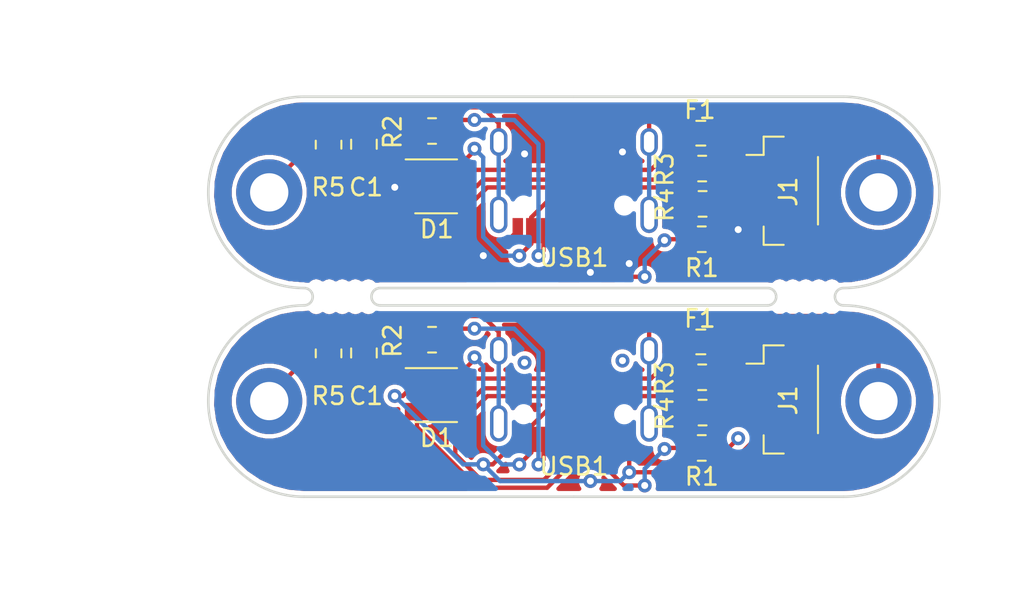
<source format=kicad_pcb>
(kicad_pcb (version 20171130) (host pcbnew "(5.1.10)-1")

  (general
    (thickness 1.6)
    (drawings 15)
    (tracks 240)
    (zones 0)
    (modules 28)
    (nets 13)
  )

  (page A4)
  (layers
    (0 F.Cu signal)
    (31 B.Cu signal)
    (32 B.Adhes user)
    (33 F.Adhes user)
    (34 B.Paste user)
    (35 F.Paste user)
    (36 B.SilkS user)
    (37 F.SilkS user)
    (38 B.Mask user)
    (39 F.Mask user)
    (40 Dwgs.User user)
    (41 Cmts.User user)
    (42 Eco1.User user)
    (43 Eco2.User user)
    (44 Edge.Cuts user)
    (45 Margin user)
    (46 B.CrtYd user)
    (47 F.CrtYd user)
    (48 B.Fab user hide)
    (49 F.Fab user hide)
  )

  (setup
    (last_trace_width 0.25)
    (trace_clearance 0.2)
    (zone_clearance 0.254)
    (zone_45_only no)
    (trace_min 0.2)
    (via_size 0.8)
    (via_drill 0.4)
    (via_min_size 0.4)
    (via_min_drill 0.3)
    (uvia_size 0.3)
    (uvia_drill 0.1)
    (uvias_allowed no)
    (uvia_min_size 0.2)
    (uvia_min_drill 0.1)
    (edge_width 0.15)
    (segment_width 0.2)
    (pcb_text_width 0.3)
    (pcb_text_size 1.5 1.5)
    (mod_edge_width 0.12)
    (mod_text_size 1 1)
    (mod_text_width 0.15)
    (pad_size 1.524 1.524)
    (pad_drill 0.762)
    (pad_to_mask_clearance 0)
    (aux_axis_origin 0 0)
    (grid_origin 78.987 57.972)
    (visible_elements 7FFFEFFF)
    (pcbplotparams
      (layerselection 0x010fc_ffffffff)
      (usegerberextensions false)
      (usegerberattributes true)
      (usegerberadvancedattributes true)
      (creategerberjobfile true)
      (excludeedgelayer true)
      (linewidth 0.100000)
      (plotframeref false)
      (viasonmask false)
      (mode 1)
      (useauxorigin false)
      (hpglpennumber 1)
      (hpglpenspeed 20)
      (hpglpendiameter 15.000000)
      (psnegative false)
      (psa4output false)
      (plotreference true)
      (plotvalue true)
      (plotinvisibletext false)
      (padsonsilk false)
      (subtractmaskfromsilk false)
      (outputformat 1)
      (mirror false)
      (drillshape 0)
      (scaleselection 1)
      (outputdirectory "../production/panelized/gerbers/"))
  )

  (net 0 "")
  (net 1 Earth)
  (net 2 VCC)
  (net 3 DBUS+)
  (net 4 DBUS-)
  (net 5 +5V)
  (net 6 GND)
  (net 7 D+)
  (net 8 D-)
  (net 9 "Net-(R1-Pad2)")
  (net 10 "Net-(R2-Pad2)")
  (net 11 "Net-(USB1-Pad3)")
  (net 12 "Net-(USB1-Pad9)")

  (net_class Default "This is the default net class."
    (clearance 0.2)
    (trace_width 0.25)
    (via_dia 0.8)
    (via_drill 0.4)
    (uvia_dia 0.3)
    (uvia_drill 0.1)
    (add_net +5V)
    (add_net D+)
    (add_net D-)
    (add_net DBUS+)
    (add_net DBUS-)
    (add_net Earth)
    (add_net GND)
    (add_net "Net-(R1-Pad2)")
    (add_net "Net-(R2-Pad2)")
    (add_net "Net-(USB1-Pad3)")
    (add_net "Net-(USB1-Pad9)")
    (add_net VCC)
  )

  (module MountingHole:MountingHole_2.2mm_M2_DIN965_Pad (layer F.Cu) (tedit 56D1B4CB) (tstamp 61DFF1F7)
    (at 96.487 75.472)
    (descr "Mounting Hole 2.2mm, M2, DIN965")
    (tags "mounting hole 2.2mm m2 din965")
    (path /609382DF)
    (attr virtual)
    (fp_text reference H1 (at 0 -2.9) (layer Cmts.User)
      (effects (font (size 1 1) (thickness 0.15)))
    )
    (fp_text value MountingHole_Pad (at 0 2.9) (layer F.Fab)
      (effects (font (size 1 1) (thickness 0.15)))
    )
    (fp_circle (center 0 0) (end 2.15 0) (layer F.CrtYd) (width 0.05))
    (fp_circle (center 0 0) (end 1.9 0) (layer Cmts.User) (width 0.15))
    (fp_text user %R (at 0.3 0) (layer F.Fab)
      (effects (font (size 1 1) (thickness 0.15)))
    )
    (pad 1 thru_hole circle (at 0 0) (size 3.8 3.8) (drill 2.2) (layers *.Cu *.Mask))
  )

  (module Connector_JST:JST_SH_BM04B-SRSS-TB_1x04-1MP_P1.00mm_Vertical (layer F.Cu) (tedit 5B78AD87) (tstamp 61DFF1CD)
    (at 91.002 75.379 270)
    (descr "JST SH series connector, BM04B-SRSS-TB (http://www.jst-mfg.com/product/pdf/eng/eSH.pdf), generated with kicad-footprint-generator")
    (tags "connector JST SH side entry")
    (path /6089C9F1)
    (attr smd)
    (fp_text reference J1 (at 0.054 -0.304 90) (layer F.SilkS)
      (effects (font (size 1 1) (thickness 0.15)))
    )
    (fp_text value Conn_01x04 (at 0 3.3 90) (layer F.Fab)
      (effects (font (size 1 1) (thickness 0.15)))
    )
    (fp_line (start -1.5 0.292893) (end -1 1) (layer F.Fab) (width 0.1))
    (fp_line (start -2 1) (end -1.5 0.292893) (layer F.Fab) (width 0.1))
    (fp_line (start 3.9 -2.6) (end -3.9 -2.6) (layer F.CrtYd) (width 0.05))
    (fp_line (start 3.9 2.6) (end 3.9 -2.6) (layer F.CrtYd) (width 0.05))
    (fp_line (start -3.9 2.6) (end 3.9 2.6) (layer F.CrtYd) (width 0.05))
    (fp_line (start -3.9 -2.6) (end -3.9 2.6) (layer F.CrtYd) (width 0.05))
    (fp_line (start 1.65 -1.55) (end 1.35 -1.55) (layer F.Fab) (width 0.1))
    (fp_line (start 1.65 -0.95) (end 1.65 -1.55) (layer F.Fab) (width 0.1))
    (fp_line (start 1.35 -0.95) (end 1.65 -0.95) (layer F.Fab) (width 0.1))
    (fp_line (start 1.35 -1.55) (end 1.35 -0.95) (layer F.Fab) (width 0.1))
    (fp_line (start 0.65 -1.55) (end 0.35 -1.55) (layer F.Fab) (width 0.1))
    (fp_line (start 0.65 -0.95) (end 0.65 -1.55) (layer F.Fab) (width 0.1))
    (fp_line (start 0.35 -0.95) (end 0.65 -0.95) (layer F.Fab) (width 0.1))
    (fp_line (start 0.35 -1.55) (end 0.35 -0.95) (layer F.Fab) (width 0.1))
    (fp_line (start -0.35 -1.55) (end -0.65 -1.55) (layer F.Fab) (width 0.1))
    (fp_line (start -0.35 -0.95) (end -0.35 -1.55) (layer F.Fab) (width 0.1))
    (fp_line (start -0.65 -0.95) (end -0.35 -0.95) (layer F.Fab) (width 0.1))
    (fp_line (start -0.65 -1.55) (end -0.65 -0.95) (layer F.Fab) (width 0.1))
    (fp_line (start -1.35 -1.55) (end -1.65 -1.55) (layer F.Fab) (width 0.1))
    (fp_line (start -1.35 -0.95) (end -1.35 -1.55) (layer F.Fab) (width 0.1))
    (fp_line (start -1.65 -0.95) (end -1.35 -0.95) (layer F.Fab) (width 0.1))
    (fp_line (start -1.65 -1.55) (end -1.65 -0.95) (layer F.Fab) (width 0.1))
    (fp_line (start 3 1) (end 3 -1.9) (layer F.Fab) (width 0.1))
    (fp_line (start -3 1) (end -3 -1.9) (layer F.Fab) (width 0.1))
    (fp_line (start -3 -1.9) (end 3 -1.9) (layer F.Fab) (width 0.1))
    (fp_line (start -1.94 -2.01) (end 1.94 -2.01) (layer F.SilkS) (width 0.12))
    (fp_line (start 3.11 1.11) (end 2.06 1.11) (layer F.SilkS) (width 0.12))
    (fp_line (start 3.11 -0.04) (end 3.11 1.11) (layer F.SilkS) (width 0.12))
    (fp_line (start -2.06 1.11) (end -2.06 2.1) (layer F.SilkS) (width 0.12))
    (fp_line (start -3.11 1.11) (end -2.06 1.11) (layer F.SilkS) (width 0.12))
    (fp_line (start -3.11 -0.04) (end -3.11 1.11) (layer F.SilkS) (width 0.12))
    (fp_line (start -3 1) (end 3 1) (layer F.Fab) (width 0.1))
    (fp_text user %R (at 0 -0.25 90) (layer F.Fab)
      (effects (font (size 1 1) (thickness 0.15)))
    )
    (pad 1 smd roundrect (at -1.5 1.325 270) (size 0.6 1.55) (layers F.Cu F.Paste F.Mask) (roundrect_rratio 0.25))
    (pad 2 smd roundrect (at -0.5 1.325 270) (size 0.6 1.55) (layers F.Cu F.Paste F.Mask) (roundrect_rratio 0.25))
    (pad 3 smd roundrect (at 0.5 1.325 270) (size 0.6 1.55) (layers F.Cu F.Paste F.Mask) (roundrect_rratio 0.25))
    (pad 4 smd roundrect (at 1.5 1.325 270) (size 0.6 1.55) (layers F.Cu F.Paste F.Mask) (roundrect_rratio 0.25))
    (pad MP smd roundrect (at -2.8 -1.2 270) (size 1.2 1.8) (layers F.Cu F.Paste F.Mask) (roundrect_rratio 0.2083325))
    (pad MP smd roundrect (at 2.8 -1.2 270) (size 1.2 1.8) (layers F.Cu F.Paste F.Mask) (roundrect_rratio 0.2083325))
    (model ${KISYS3DMOD}/Connector_JST.3dshapes/JST_SH_BM04B-SRSS-TB_1x04-1MP_P1.00mm_Vertical.wrl
      (at (xyz 0 0 0))
      (scale (xyz 1 1 1))
      (rotate (xyz 0 0 0))
    )
    (model ${KIPRJMOD}/jst/JST_-_BM04B-SRSS-TBLFSN.step
      (offset (xyz 0 0.5 0))
      (scale (xyz 1 1 1))
      (rotate (xyz 0 0 0))
    )
  )

  (module Capacitor_SMD:C_0805_2012Metric (layer F.Cu) (tedit 5F68FEEE) (tstamp 61DFF1BD)
    (at 66.929 72.706 270)
    (descr "Capacitor SMD 0805 (2012 Metric), square (rectangular) end terminal, IPC_7351 nominal, (Body size source: IPC-SM-782 page 76, https://www.pcb-3d.com/wordpress/wp-content/uploads/ipc-sm-782a_amendment_1_and_2.pdf, https://docs.google.com/spreadsheets/d/1BsfQQcO9C6DZCsRaXUlFlo91Tg2WpOkGARC1WS5S8t0/edit?usp=sharing), generated with kicad-footprint-generator")
    (tags capacitor)
    (path /608743C9)
    (attr smd)
    (fp_text reference C1 (at 2.473 -0.12 180) (layer F.SilkS)
      (effects (font (size 1 1) (thickness 0.15)))
    )
    (fp_text value 4.7n (at 0 1.68 90) (layer F.Fab)
      (effects (font (size 1 1) (thickness 0.15)))
    )
    (fp_line (start 1.7 0.98) (end -1.7 0.98) (layer F.CrtYd) (width 0.05))
    (fp_line (start 1.7 -0.98) (end 1.7 0.98) (layer F.CrtYd) (width 0.05))
    (fp_line (start -1.7 -0.98) (end 1.7 -0.98) (layer F.CrtYd) (width 0.05))
    (fp_line (start -1.7 0.98) (end -1.7 -0.98) (layer F.CrtYd) (width 0.05))
    (fp_line (start -0.261252 0.735) (end 0.261252 0.735) (layer F.SilkS) (width 0.12))
    (fp_line (start -0.261252 -0.735) (end 0.261252 -0.735) (layer F.SilkS) (width 0.12))
    (fp_line (start 1 0.625) (end -1 0.625) (layer F.Fab) (width 0.1))
    (fp_line (start 1 -0.625) (end 1 0.625) (layer F.Fab) (width 0.1))
    (fp_line (start -1 -0.625) (end 1 -0.625) (layer F.Fab) (width 0.1))
    (fp_line (start -1 0.625) (end -1 -0.625) (layer F.Fab) (width 0.1))
    (fp_text user %R (at 0 0 90) (layer F.Fab)
      (effects (font (size 0.5 0.5) (thickness 0.08)))
    )
    (pad 1 smd roundrect (at -0.95 0 270) (size 1 1.45) (layers F.Cu F.Paste F.Mask) (roundrect_rratio 0.25))
    (pad 2 smd roundrect (at 0.95 0 270) (size 1 1.45) (layers F.Cu F.Paste F.Mask) (roundrect_rratio 0.25))
    (model ${KISYS3DMOD}/Capacitor_SMD.3dshapes/C_0805_2012Metric.wrl
      (at (xyz 0 0 0))
      (scale (xyz 1 1 1))
      (rotate (xyz 0 0 0))
    )
  )

  (module Resistor_SMD:R_0805_2012Metric (layer F.Cu) (tedit 5F68FEEE) (tstamp 61DFF1AD)
    (at 86.3365 78.167 180)
    (descr "Resistor SMD 0805 (2012 Metric), square (rectangular) end terminal, IPC_7351 nominal, (Body size source: IPC-SM-782 page 72, https://www.pcb-3d.com/wordpress/wp-content/uploads/ipc-sm-782a_amendment_1_and_2.pdf), generated with kicad-footprint-generator")
    (tags resistor)
    (path /60883B60)
    (attr smd)
    (fp_text reference R1 (at 0 -1.65) (layer F.SilkS)
      (effects (font (size 1 1) (thickness 0.15)))
    )
    (fp_text value 5.1k (at 0 1.65) (layer F.Fab)
      (effects (font (size 1 1) (thickness 0.15)))
    )
    (fp_line (start 1.68 0.95) (end -1.68 0.95) (layer F.CrtYd) (width 0.05))
    (fp_line (start 1.68 -0.95) (end 1.68 0.95) (layer F.CrtYd) (width 0.05))
    (fp_line (start -1.68 -0.95) (end 1.68 -0.95) (layer F.CrtYd) (width 0.05))
    (fp_line (start -1.68 0.95) (end -1.68 -0.95) (layer F.CrtYd) (width 0.05))
    (fp_line (start -0.227064 0.735) (end 0.227064 0.735) (layer F.SilkS) (width 0.12))
    (fp_line (start -0.227064 -0.735) (end 0.227064 -0.735) (layer F.SilkS) (width 0.12))
    (fp_line (start 1 0.625) (end -1 0.625) (layer F.Fab) (width 0.1))
    (fp_line (start 1 -0.625) (end 1 0.625) (layer F.Fab) (width 0.1))
    (fp_line (start -1 -0.625) (end 1 -0.625) (layer F.Fab) (width 0.1))
    (fp_line (start -1 0.625) (end -1 -0.625) (layer F.Fab) (width 0.1))
    (fp_text user %R (at 0 0) (layer F.Fab)
      (effects (font (size 0.5 0.5) (thickness 0.08)))
    )
    (pad 1 smd roundrect (at -0.9125 0 180) (size 1.025 1.4) (layers F.Cu F.Paste F.Mask) (roundrect_rratio 0.2439004878048781))
    (pad 2 smd roundrect (at 0.9125 0 180) (size 1.025 1.4) (layers F.Cu F.Paste F.Mask) (roundrect_rratio 0.2439004878048781))
    (model ${KISYS3DMOD}/Resistor_SMD.3dshapes/R_0805_2012Metric.wrl
      (at (xyz 0 0 0))
      (scale (xyz 1 1 1))
      (rotate (xyz 0 0 0))
    )
  )

  (module Resistor_SMD:R_0805_2012Metric (layer F.Cu) (tedit 5F68FEEE) (tstamp 61DFF19D)
    (at 86.3835 76.135 180)
    (descr "Resistor SMD 0805 (2012 Metric), square (rectangular) end terminal, IPC_7351 nominal, (Body size source: IPC-SM-782 page 72, https://www.pcb-3d.com/wordpress/wp-content/uploads/ipc-sm-782a_amendment_1_and_2.pdf), generated with kicad-footprint-generator")
    (tags resistor)
    (path /608820A5)
    (attr smd)
    (fp_text reference R4 (at 2.1895 -0.06 90) (layer F.SilkS)
      (effects (font (size 1 1) (thickness 0.15)))
    )
    (fp_text value 22 (at 0 1.65) (layer F.Fab)
      (effects (font (size 1 1) (thickness 0.15)))
    )
    (fp_line (start 1.68 0.95) (end -1.68 0.95) (layer F.CrtYd) (width 0.05))
    (fp_line (start 1.68 -0.95) (end 1.68 0.95) (layer F.CrtYd) (width 0.05))
    (fp_line (start -1.68 -0.95) (end 1.68 -0.95) (layer F.CrtYd) (width 0.05))
    (fp_line (start -1.68 0.95) (end -1.68 -0.95) (layer F.CrtYd) (width 0.05))
    (fp_line (start -0.227064 0.735) (end 0.227064 0.735) (layer F.SilkS) (width 0.12))
    (fp_line (start -0.227064 -0.735) (end 0.227064 -0.735) (layer F.SilkS) (width 0.12))
    (fp_line (start 1 0.625) (end -1 0.625) (layer F.Fab) (width 0.1))
    (fp_line (start 1 -0.625) (end 1 0.625) (layer F.Fab) (width 0.1))
    (fp_line (start -1 -0.625) (end 1 -0.625) (layer F.Fab) (width 0.1))
    (fp_line (start -1 0.625) (end -1 -0.625) (layer F.Fab) (width 0.1))
    (fp_text user %R (at 0 0) (layer F.Fab)
      (effects (font (size 0.5 0.5) (thickness 0.08)))
    )
    (pad 1 smd roundrect (at -0.9125 0 180) (size 1.025 1.4) (layers F.Cu F.Paste F.Mask) (roundrect_rratio 0.2439004878048781))
    (pad 2 smd roundrect (at 0.9125 0 180) (size 1.025 1.4) (layers F.Cu F.Paste F.Mask) (roundrect_rratio 0.2439004878048781))
    (model ${KISYS3DMOD}/Resistor_SMD.3dshapes/R_0805_2012Metric.wrl
      (at (xyz 0 0 0))
      (scale (xyz 1 1 1))
      (rotate (xyz 0 0 0))
    )
  )

  (module MountingHole:MountingHole_2.2mm_M2_DIN965_Pad (layer F.Cu) (tedit 56D1B4CB) (tstamp 61DFF196)
    (at 61.487 75.472)
    (descr "Mounting Hole 2.2mm, M2, DIN965")
    (tags "mounting hole 2.2mm m2 din965")
    (path /609395BB)
    (attr virtual)
    (fp_text reference H2 (at 0 -2.9) (layer Cmts.User)
      (effects (font (size 1 1) (thickness 0.15)))
    )
    (fp_text value MountingHole_Pad (at 0 2.9) (layer F.Fab)
      (effects (font (size 1 1) (thickness 0.15)))
    )
    (fp_circle (center 0 0) (end 2.15 0) (layer F.CrtYd) (width 0.05))
    (fp_circle (center 0 0) (end 1.9 0) (layer Cmts.User) (width 0.15))
    (fp_text user %R (at 0.3 0) (layer F.Fab)
      (effects (font (size 1 1) (thickness 0.15)))
    )
    (pad 1 thru_hole circle (at 0 0) (size 3.8 3.8) (drill 2.2) (layers *.Cu *.Mask))
  )

  (module Package_TO_SOT_SMD:SOT-143 (layer F.Cu) (tedit 5A02FF57) (tstamp 61DFF183)
    (at 71.077 75.127)
    (descr SOT-143)
    (tags SOT-143)
    (path /608A40F6)
    (attr smd)
    (fp_text reference D1 (at 0.036 2.465) (layer F.SilkS)
      (effects (font (size 1 1) (thickness 0.15)))
    )
    (fp_text value PRTR5V0U2X (at -0.28 2.48) (layer F.Fab)
      (effects (font (size 1 1) (thickness 0.15)))
    )
    (fp_line (start -2.05 1.75) (end -2.05 -1.75) (layer F.CrtYd) (width 0.05))
    (fp_line (start -2.05 1.75) (end 2.05 1.75) (layer F.CrtYd) (width 0.05))
    (fp_line (start 2.05 -1.75) (end -2.05 -1.75) (layer F.CrtYd) (width 0.05))
    (fp_line (start 2.05 -1.75) (end 2.05 1.75) (layer F.CrtYd) (width 0.05))
    (fp_line (start 1.2 -1.5) (end 1.2 1.5) (layer F.Fab) (width 0.1))
    (fp_line (start 1.2 1.5) (end -1.2 1.5) (layer F.Fab) (width 0.1))
    (fp_line (start -1.2 1.5) (end -1.2 -1) (layer F.Fab) (width 0.1))
    (fp_line (start -0.7 -1.5) (end 1.2 -1.5) (layer F.Fab) (width 0.1))
    (fp_line (start -1.2 -1) (end -0.7 -1.5) (layer F.Fab) (width 0.1))
    (fp_line (start 1.2 -1.55) (end -1.75 -1.55) (layer F.SilkS) (width 0.12))
    (fp_line (start -1.2 1.55) (end 1.2 1.55) (layer F.SilkS) (width 0.12))
    (fp_text user %R (at 0 0 90) (layer F.Fab)
      (effects (font (size 0.5 0.5) (thickness 0.075)))
    )
    (pad 1 smd rect (at -1.1 -0.77 270) (size 1.2 1.4) (layers F.Cu F.Paste F.Mask))
    (pad 2 smd rect (at -1.1 0.95 270) (size 1 1.4) (layers F.Cu F.Paste F.Mask))
    (pad 3 smd rect (at 1.1 0.95 270) (size 1 1.4) (layers F.Cu F.Paste F.Mask))
    (pad 4 smd rect (at 1.1 -0.95 270) (size 1 1.4) (layers F.Cu F.Paste F.Mask))
    (model ${KISYS3DMOD}/Package_TO_SOT_SMD.3dshapes/SOT-143.wrl
      (at (xyz 0 0 0))
      (scale (xyz 1 1 1))
      (rotate (xyz 0 0 0))
    )
  )

  (module Resistor_SMD:R_0805_2012Metric (layer F.Cu) (tedit 5F68FEEE) (tstamp 61DFF173)
    (at 64.897 72.7295 270)
    (descr "Resistor SMD 0805 (2012 Metric), square (rectangular) end terminal, IPC_7351 nominal, (Body size source: IPC-SM-782 page 72, https://www.pcb-3d.com/wordpress/wp-content/uploads/ipc-sm-782a_amendment_1_and_2.pdf), generated with kicad-footprint-generator")
    (tags resistor)
    (path /60873B45)
    (attr smd)
    (fp_text reference R5 (at 2.4495 0.007 180) (layer F.SilkS)
      (effects (font (size 1 1) (thickness 0.15)))
    )
    (fp_text value 1M (at 0 1.65 90) (layer F.Fab)
      (effects (font (size 1 1) (thickness 0.15)))
    )
    (fp_line (start 1.68 0.95) (end -1.68 0.95) (layer F.CrtYd) (width 0.05))
    (fp_line (start 1.68 -0.95) (end 1.68 0.95) (layer F.CrtYd) (width 0.05))
    (fp_line (start -1.68 -0.95) (end 1.68 -0.95) (layer F.CrtYd) (width 0.05))
    (fp_line (start -1.68 0.95) (end -1.68 -0.95) (layer F.CrtYd) (width 0.05))
    (fp_line (start -0.227064 0.735) (end 0.227064 0.735) (layer F.SilkS) (width 0.12))
    (fp_line (start -0.227064 -0.735) (end 0.227064 -0.735) (layer F.SilkS) (width 0.12))
    (fp_line (start 1 0.625) (end -1 0.625) (layer F.Fab) (width 0.1))
    (fp_line (start 1 -0.625) (end 1 0.625) (layer F.Fab) (width 0.1))
    (fp_line (start -1 -0.625) (end 1 -0.625) (layer F.Fab) (width 0.1))
    (fp_line (start -1 0.625) (end -1 -0.625) (layer F.Fab) (width 0.1))
    (fp_text user %R (at 0 0 90) (layer F.Fab)
      (effects (font (size 0.5 0.5) (thickness 0.08)))
    )
    (pad 1 smd roundrect (at -0.9125 0 270) (size 1.025 1.4) (layers F.Cu F.Paste F.Mask) (roundrect_rratio 0.2439004878048781))
    (pad 2 smd roundrect (at 0.9125 0 270) (size 1.025 1.4) (layers F.Cu F.Paste F.Mask) (roundrect_rratio 0.2439004878048781))
    (model ${KISYS3DMOD}/Resistor_SMD.3dshapes/R_0805_2012Metric.wrl
      (at (xyz 0 0 0))
      (scale (xyz 1 1 1))
      (rotate (xyz 0 0 0))
    )
  )

  (module Fuse:Fuse_0805_2012Metric (layer F.Cu) (tedit 5F68FEF1) (tstamp 61DFF163)
    (at 86.2815 72.071 180)
    (descr "Fuse SMD 0805 (2012 Metric), square (rectangular) end terminal, IPC_7351 nominal, (Body size source: https://docs.google.com/spreadsheets/d/1BsfQQcO9C6DZCsRaXUlFlo91Tg2WpOkGARC1WS5S8t0/edit?usp=sharing), generated with kicad-footprint-generator")
    (tags fuse)
    (path /60889B2F)
    (attr smd)
    (fp_text reference F1 (at 0.0555 1.337) (layer F.SilkS)
      (effects (font (size 1 1) (thickness 0.15)))
    )
    (fp_text value 500mA (at 0 1.65) (layer F.Fab)
      (effects (font (size 1 1) (thickness 0.15)))
    )
    (fp_line (start 1.68 0.95) (end -1.68 0.95) (layer F.CrtYd) (width 0.05))
    (fp_line (start 1.68 -0.95) (end 1.68 0.95) (layer F.CrtYd) (width 0.05))
    (fp_line (start -1.68 -0.95) (end 1.68 -0.95) (layer F.CrtYd) (width 0.05))
    (fp_line (start -1.68 0.95) (end -1.68 -0.95) (layer F.CrtYd) (width 0.05))
    (fp_line (start -0.258578 0.71) (end 0.258578 0.71) (layer F.SilkS) (width 0.12))
    (fp_line (start -0.258578 -0.71) (end 0.258578 -0.71) (layer F.SilkS) (width 0.12))
    (fp_line (start 1 0.6) (end -1 0.6) (layer F.Fab) (width 0.1))
    (fp_line (start 1 -0.6) (end 1 0.6) (layer F.Fab) (width 0.1))
    (fp_line (start -1 -0.6) (end 1 -0.6) (layer F.Fab) (width 0.1))
    (fp_line (start -1 0.6) (end -1 -0.6) (layer F.Fab) (width 0.1))
    (fp_text user %R (at 0 0) (layer F.Fab)
      (effects (font (size 0.5 0.5) (thickness 0.08)))
    )
    (pad 1 smd roundrect (at -0.9375 0 180) (size 0.975 1.4) (layers F.Cu F.Paste F.Mask) (roundrect_rratio 0.25))
    (pad 2 smd roundrect (at 0.9375 0 180) (size 0.975 1.4) (layers F.Cu F.Paste F.Mask) (roundrect_rratio 0.25))
    (model ${KISYS3DMOD}/Fuse.3dshapes/Fuse_0805_2012Metric.wrl
      (at (xyz 0 0 0))
      (scale (xyz 1 1 1))
      (rotate (xyz 0 0 0))
    )
  )

  (module Resistor_SMD:R_0805_2012Metric (layer F.Cu) (tedit 5F68FEEE) (tstamp 61DFF153)
    (at 70.8425 71.944)
    (descr "Resistor SMD 0805 (2012 Metric), square (rectangular) end terminal, IPC_7351 nominal, (Body size source: IPC-SM-782 page 72, https://www.pcb-3d.com/wordpress/wp-content/uploads/ipc-sm-782a_amendment_1_and_2.pdf), generated with kicad-footprint-generator")
    (tags resistor)
    (path /60883DD0)
    (attr smd)
    (fp_text reference R2 (at -2.2695 0.06 90) (layer F.SilkS)
      (effects (font (size 1 1) (thickness 0.15)))
    )
    (fp_text value 5.1k (at 0 1.65) (layer F.Fab)
      (effects (font (size 1 1) (thickness 0.15)))
    )
    (fp_line (start 1.68 0.95) (end -1.68 0.95) (layer F.CrtYd) (width 0.05))
    (fp_line (start 1.68 -0.95) (end 1.68 0.95) (layer F.CrtYd) (width 0.05))
    (fp_line (start -1.68 -0.95) (end 1.68 -0.95) (layer F.CrtYd) (width 0.05))
    (fp_line (start -1.68 0.95) (end -1.68 -0.95) (layer F.CrtYd) (width 0.05))
    (fp_line (start -0.227064 0.735) (end 0.227064 0.735) (layer F.SilkS) (width 0.12))
    (fp_line (start -0.227064 -0.735) (end 0.227064 -0.735) (layer F.SilkS) (width 0.12))
    (fp_line (start 1 0.625) (end -1 0.625) (layer F.Fab) (width 0.1))
    (fp_line (start 1 -0.625) (end 1 0.625) (layer F.Fab) (width 0.1))
    (fp_line (start -1 -0.625) (end 1 -0.625) (layer F.Fab) (width 0.1))
    (fp_line (start -1 0.625) (end -1 -0.625) (layer F.Fab) (width 0.1))
    (fp_text user %R (at 0 0) (layer F.Fab)
      (effects (font (size 0.5 0.5) (thickness 0.08)))
    )
    (pad 1 smd roundrect (at -0.9125 0) (size 1.025 1.4) (layers F.Cu F.Paste F.Mask) (roundrect_rratio 0.2439004878048781))
    (pad 2 smd roundrect (at 0.9125 0) (size 1.025 1.4) (layers F.Cu F.Paste F.Mask) (roundrect_rratio 0.2439004878048781))
    (model ${KISYS3DMOD}/Resistor_SMD.3dshapes/R_0805_2012Metric.wrl
      (at (xyz 0 0 0))
      (scale (xyz 1 1 1))
      (rotate (xyz 0 0 0))
    )
  )

  (module Resistor_SMD:R_0805_2012Metric (layer F.Cu) (tedit 5F68FEEE) (tstamp 61DFF143)
    (at 86.36 74.103 180)
    (descr "Resistor SMD 0805 (2012 Metric), square (rectangular) end terminal, IPC_7351 nominal, (Body size source: IPC-SM-782 page 72, https://www.pcb-3d.com/wordpress/wp-content/uploads/ipc-sm-782a_amendment_1_and_2.pdf), generated with kicad-footprint-generator")
    (tags resistor)
    (path /60881E3E)
    (attr smd)
    (fp_text reference R3 (at 2.166 -0.06 90) (layer F.SilkS)
      (effects (font (size 1 1) (thickness 0.15)))
    )
    (fp_text value 22 (at 0 1.65) (layer F.Fab)
      (effects (font (size 1 1) (thickness 0.15)))
    )
    (fp_line (start 1.68 0.95) (end -1.68 0.95) (layer F.CrtYd) (width 0.05))
    (fp_line (start 1.68 -0.95) (end 1.68 0.95) (layer F.CrtYd) (width 0.05))
    (fp_line (start -1.68 -0.95) (end 1.68 -0.95) (layer F.CrtYd) (width 0.05))
    (fp_line (start -1.68 0.95) (end -1.68 -0.95) (layer F.CrtYd) (width 0.05))
    (fp_line (start -0.227064 0.735) (end 0.227064 0.735) (layer F.SilkS) (width 0.12))
    (fp_line (start -0.227064 -0.735) (end 0.227064 -0.735) (layer F.SilkS) (width 0.12))
    (fp_line (start 1 0.625) (end -1 0.625) (layer F.Fab) (width 0.1))
    (fp_line (start 1 -0.625) (end 1 0.625) (layer F.Fab) (width 0.1))
    (fp_line (start -1 -0.625) (end 1 -0.625) (layer F.Fab) (width 0.1))
    (fp_line (start -1 0.625) (end -1 -0.625) (layer F.Fab) (width 0.1))
    (fp_text user %R (at 0 0) (layer F.Fab)
      (effects (font (size 0.5 0.5) (thickness 0.08)))
    )
    (pad 1 smd roundrect (at -0.9125 0 180) (size 1.025 1.4) (layers F.Cu F.Paste F.Mask) (roundrect_rratio 0.2439004878048781))
    (pad 2 smd roundrect (at 0.9125 0 180) (size 1.025 1.4) (layers F.Cu F.Paste F.Mask) (roundrect_rratio 0.2439004878048781))
    (model ${KISYS3DMOD}/Resistor_SMD.3dshapes/R_0805_2012Metric.wrl
      (at (xyz 0 0 0))
      (scale (xyz 1 1 1))
      (rotate (xyz 0 0 0))
    )
  )

  (module Type-C:HRO-TYPE-C-31-M-12-Assembly (layer F.Cu) (tedit 5C42C666) (tstamp 61DFF121)
    (at 78.992 69.979 180)
    (path /608E1765)
    (attr smd)
    (fp_text reference USB1 (at 0 -9.25) (layer F.SilkS)
      (effects (font (size 1 1) (thickness 0.15)))
    )
    (fp_text value HRO-TYPE-C-31-M-12 (at 0 1.15) (layer Dwgs.User)
      (effects (font (size 1 1) (thickness 0.15)))
    )
    (fp_line (start 3.75 -8.5) (end 3.75 -7.5) (layer F.CrtYd) (width 0.15))
    (fp_line (start -3.75 -8.5) (end 3.75 -8.5) (layer F.CrtYd) (width 0.15))
    (fp_line (start -3.75 -7.5) (end -3.75 -8.5) (layer F.CrtYd) (width 0.15))
    (fp_line (start -4.5 0) (end -4.5 -7.5) (layer F.CrtYd) (width 0.15))
    (fp_line (start 4.5 0) (end -4.5 0) (layer F.CrtYd) (width 0.15))
    (fp_line (start 4.5 -7.5) (end 4.5 0) (layer F.CrtYd) (width 0.15))
    (fp_line (start 3.75 -7.5) (end 4.5 -7.5) (layer F.CrtYd) (width 0.15))
    (fp_line (start -4.5 -7.5) (end -3.75 -7.5) (layer F.CrtYd) (width 0.15))
    (fp_line (start -4.47 0) (end 4.47 0) (layer Dwgs.User) (width 0.15))
    (fp_line (start -4.47 0) (end -4.47 -7.3) (layer Dwgs.User) (width 0.15))
    (fp_line (start 4.47 0) (end 4.47 -7.3) (layer Dwgs.User) (width 0.15))
    (fp_line (start -4.47 -7.3) (end 4.47 -7.3) (layer Dwgs.User) (width 0.15))
    (fp_text user %R (at 0 -9.25) (layer F.Fab)
      (effects (font (size 1 1) (thickness 0.15)))
    )
    (pad 13 thru_hole oval (at 4.32 -2.6 180) (size 1 1.6) (drill oval 0.6 1.2) (layers *.Cu *.Mask))
    (pad 13 thru_hole oval (at -4.32 -2.6 180) (size 1 1.6) (drill oval 0.6 1.2) (layers *.Cu *.Mask))
    (pad 13 thru_hole oval (at 4.32 -6.78 180) (size 1 2.1) (drill oval 0.6 1.7) (layers *.Cu *.Mask))
    (pad 13 thru_hole oval (at -4.32 -6.78 180) (size 1 2.1) (drill oval 0.6 1.7) (layers *.Cu *.Mask))
    (pad "" np_thru_hole circle (at -2.89 -6.25 180) (size 0.65 0.65) (drill 0.65) (layers *.Cu *.Mask))
    (pad "" np_thru_hole circle (at 2.89 -6.25 180) (size 0.65 0.65) (drill 0.65) (layers *.Cu *.Mask))
    (pad 6 smd rect (at -0.25 -7.695 180) (size 0.3 1.45) (layers F.Cu F.Paste F.Mask))
    (pad 7 smd rect (at 0.25 -7.695 180) (size 0.3 1.45) (layers F.Cu F.Paste F.Mask))
    (pad 8 smd rect (at 0.75 -7.695 180) (size 0.3 1.45) (layers F.Cu F.Paste F.Mask))
    (pad 5 smd rect (at -0.75 -7.695 180) (size 0.3 1.45) (layers F.Cu F.Paste F.Mask))
    (pad 9 smd rect (at 1.25 -7.695 180) (size 0.3 1.45) (layers F.Cu F.Paste F.Mask))
    (pad 4 smd rect (at -1.25 -7.695 180) (size 0.3 1.45) (layers F.Cu F.Paste F.Mask))
    (pad 10 smd rect (at 1.75 -7.695 180) (size 0.3 1.45) (layers F.Cu F.Paste F.Mask))
    (pad 3 smd rect (at -1.75 -7.695 180) (size 0.3 1.45) (layers F.Cu F.Paste F.Mask))
    (pad 2 smd rect (at -2.45 -7.695 180) (size 0.6 1.45) (layers F.Cu F.Paste F.Mask))
    (pad 11 smd rect (at 2.45 -7.695 180) (size 0.6 1.45) (layers F.Cu F.Paste F.Mask))
    (pad 1 smd rect (at -3.225 -7.695 180) (size 0.6 1.45) (layers F.Cu F.Paste F.Mask))
    (pad 12 smd rect (at 3.225 -7.695 180) (size 0.6 1.45) (layers F.Cu F.Paste F.Mask))
    (model "${KIPRJMOD}/Type-C.pretty/HRO  TYPE-C-31-M-12.step"
      (offset (xyz -4.5 0 0))
      (scale (xyz 1 1 1))
      (rotate (xyz -90 0 0))
    )
  )

  (module mouse_bite:mouse_bites (layer F.Cu) (tedit 608CC7D4) (tstamp 61DF936D)
    (at 65.687 70.022)
    (fp_text reference REF** (at 0 0.5) (layer Cmts.User)
      (effects (font (size 1 1) (thickness 0.15)))
    )
    (fp_text value mouse_bites (at 0 -0.5) (layer F.Fab)
      (effects (font (size 1 1) (thickness 0.15)))
    )
    (pad "" np_thru_hole circle (at 0 -0.05) (size 0.5 0.5) (drill 0.5) (layers *.Cu))
    (pad "" np_thru_hole circle (at 0.75 -0.05) (size 0.5 0.5) (drill 0.5) (layers *.Cu))
    (pad "" np_thru_hole circle (at -1.5 -0.05) (size 0.5 0.5) (drill 0.5) (layers *.Cu))
    (pad "" np_thru_hole circle (at -0.75 -0.05) (size 0.5 0.5) (drill 0.5) (layers *.Cu))
    (pad "" np_thru_hole circle (at 1.5 -0.05) (size 0.5 0.5) (drill 0.5) (layers *.Cu))
  )

  (module mouse_bite:mouse_bites (layer F.Cu) (tedit 608CC7D4) (tstamp 61DF9365)
    (at 92.312 70.022)
    (fp_text reference REF** (at 0 0.5) (layer Cmts.User)
      (effects (font (size 1 1) (thickness 0.15)))
    )
    (fp_text value mouse_bites (at 0 -0.5) (layer F.Fab)
      (effects (font (size 1 1) (thickness 0.15)))
    )
    (pad "" np_thru_hole circle (at 0 -0.05) (size 0.5 0.5) (drill 0.5) (layers *.Cu))
    (pad "" np_thru_hole circle (at 0.75 -0.05) (size 0.5 0.5) (drill 0.5) (layers *.Cu))
    (pad "" np_thru_hole circle (at -1.5 -0.05) (size 0.5 0.5) (drill 0.5) (layers *.Cu))
    (pad "" np_thru_hole circle (at -0.75 -0.05) (size 0.5 0.5) (drill 0.5) (layers *.Cu))
    (pad "" np_thru_hole circle (at 1.5 -0.05) (size 0.5 0.5) (drill 0.5) (layers *.Cu))
  )

  (module mouse_bite:mouse_bites (layer F.Cu) (tedit 608CC7D4) (tstamp 61DF935D)
    (at 92.312 69.022)
    (fp_text reference REF** (at 0 0.5) (layer Cmts.User)
      (effects (font (size 1 1) (thickness 0.15)))
    )
    (fp_text value mouse_bites (at 0 -0.5) (layer F.Fab)
      (effects (font (size 1 1) (thickness 0.15)))
    )
    (pad "" np_thru_hole circle (at 0 -0.05) (size 0.5 0.5) (drill 0.5) (layers *.Cu))
    (pad "" np_thru_hole circle (at 0.75 -0.05) (size 0.5 0.5) (drill 0.5) (layers *.Cu))
    (pad "" np_thru_hole circle (at -1.5 -0.05) (size 0.5 0.5) (drill 0.5) (layers *.Cu))
    (pad "" np_thru_hole circle (at -0.75 -0.05) (size 0.5 0.5) (drill 0.5) (layers *.Cu))
    (pad "" np_thru_hole circle (at 1.5 -0.05) (size 0.5 0.5) (drill 0.5) (layers *.Cu))
  )

  (module mouse_bite:mouse_bites (layer F.Cu) (tedit 608CC7D4) (tstamp 61DF9355)
    (at 65.687 69.022)
    (fp_text reference REF** (at 0 0.5) (layer Cmts.User)
      (effects (font (size 1 1) (thickness 0.15)))
    )
    (fp_text value mouse_bites (at 0 -0.5) (layer F.Fab)
      (effects (font (size 1 1) (thickness 0.15)))
    )
    (pad "" np_thru_hole circle (at 0 -0.05) (size 0.5 0.5) (drill 0.5) (layers *.Cu))
    (pad "" np_thru_hole circle (at 0.75 -0.05) (size 0.5 0.5) (drill 0.5) (layers *.Cu))
    (pad "" np_thru_hole circle (at -1.5 -0.05) (size 0.5 0.5) (drill 0.5) (layers *.Cu))
    (pad "" np_thru_hole circle (at -0.75 -0.05) (size 0.5 0.5) (drill 0.5) (layers *.Cu))
    (pad "" np_thru_hole circle (at 1.5 -0.05) (size 0.5 0.5) (drill 0.5) (layers *.Cu))
  )

  (module MountingHole:MountingHole_2.2mm_M2_DIN965_Pad (layer F.Cu) (tedit 56D1B4CB) (tstamp 6087AB7B)
    (at 61.487 63.472)
    (descr "Mounting Hole 2.2mm, M2, DIN965")
    (tags "mounting hole 2.2mm m2 din965")
    (path /609395BB)
    (attr virtual)
    (fp_text reference H2 (at 0 -2.9) (layer Cmts.User)
      (effects (font (size 1 1) (thickness 0.15)))
    )
    (fp_text value MountingHole_Pad (at 0 2.9) (layer F.Fab)
      (effects (font (size 1 1) (thickness 0.15)))
    )
    (fp_circle (center 0 0) (end 2.15 0) (layer F.CrtYd) (width 0.05))
    (fp_circle (center 0 0) (end 1.9 0) (layer Cmts.User) (width 0.15))
    (fp_text user %R (at 0.3 0) (layer F.Fab)
      (effects (font (size 1 1) (thickness 0.15)))
    )
    (pad 1 thru_hole circle (at 0 0) (size 3.8 3.8) (drill 2.2) (layers *.Cu *.Mask)
      (net 1 Earth))
  )

  (module MountingHole:MountingHole_2.2mm_M2_DIN965_Pad locked (layer F.Cu) (tedit 56D1B4CB) (tstamp 6087AC21)
    (at 96.487 63.472)
    (descr "Mounting Hole 2.2mm, M2, DIN965")
    (tags "mounting hole 2.2mm m2 din965")
    (path /609382DF)
    (attr virtual)
    (fp_text reference H1 (at 0 -2.9) (layer Cmts.User)
      (effects (font (size 1 1) (thickness 0.15)))
    )
    (fp_text value MountingHole_Pad (at 0 2.9) (layer F.Fab)
      (effects (font (size 1 1) (thickness 0.15)))
    )
    (fp_circle (center 0 0) (end 2.15 0) (layer F.CrtYd) (width 0.05))
    (fp_circle (center 0 0) (end 1.9 0) (layer Cmts.User) (width 0.15))
    (fp_text user %R (at 0.3 0) (layer F.Fab)
      (effects (font (size 1 1) (thickness 0.15)))
    )
    (pad 1 thru_hole circle (at 0 0) (size 3.8 3.8) (drill 2.2) (layers *.Cu *.Mask)
      (net 1 Earth))
  )

  (module Connector_JST:JST_SH_BM04B-SRSS-TB_1x04-1MP_P1.00mm_Vertical (layer F.Cu) (tedit 5B78AD87) (tstamp 60879616)
    (at 91.002 63.379 270)
    (descr "JST SH series connector, BM04B-SRSS-TB (http://www.jst-mfg.com/product/pdf/eng/eSH.pdf), generated with kicad-footprint-generator")
    (tags "connector JST SH side entry")
    (path /6089C9F1)
    (attr smd)
    (fp_text reference J1 (at 0.054 -0.304 90) (layer F.SilkS)
      (effects (font (size 1 1) (thickness 0.15)))
    )
    (fp_text value Conn_01x04 (at 0 3.3 90) (layer F.Fab)
      (effects (font (size 1 1) (thickness 0.15)))
    )
    (fp_line (start -1.5 0.292893) (end -1 1) (layer F.Fab) (width 0.1))
    (fp_line (start -2 1) (end -1.5 0.292893) (layer F.Fab) (width 0.1))
    (fp_line (start 3.9 -2.6) (end -3.9 -2.6) (layer F.CrtYd) (width 0.05))
    (fp_line (start 3.9 2.6) (end 3.9 -2.6) (layer F.CrtYd) (width 0.05))
    (fp_line (start -3.9 2.6) (end 3.9 2.6) (layer F.CrtYd) (width 0.05))
    (fp_line (start -3.9 -2.6) (end -3.9 2.6) (layer F.CrtYd) (width 0.05))
    (fp_line (start 1.65 -1.55) (end 1.35 -1.55) (layer F.Fab) (width 0.1))
    (fp_line (start 1.65 -0.95) (end 1.65 -1.55) (layer F.Fab) (width 0.1))
    (fp_line (start 1.35 -0.95) (end 1.65 -0.95) (layer F.Fab) (width 0.1))
    (fp_line (start 1.35 -1.55) (end 1.35 -0.95) (layer F.Fab) (width 0.1))
    (fp_line (start 0.65 -1.55) (end 0.35 -1.55) (layer F.Fab) (width 0.1))
    (fp_line (start 0.65 -0.95) (end 0.65 -1.55) (layer F.Fab) (width 0.1))
    (fp_line (start 0.35 -0.95) (end 0.65 -0.95) (layer F.Fab) (width 0.1))
    (fp_line (start 0.35 -1.55) (end 0.35 -0.95) (layer F.Fab) (width 0.1))
    (fp_line (start -0.35 -1.55) (end -0.65 -1.55) (layer F.Fab) (width 0.1))
    (fp_line (start -0.35 -0.95) (end -0.35 -1.55) (layer F.Fab) (width 0.1))
    (fp_line (start -0.65 -0.95) (end -0.35 -0.95) (layer F.Fab) (width 0.1))
    (fp_line (start -0.65 -1.55) (end -0.65 -0.95) (layer F.Fab) (width 0.1))
    (fp_line (start -1.35 -1.55) (end -1.65 -1.55) (layer F.Fab) (width 0.1))
    (fp_line (start -1.35 -0.95) (end -1.35 -1.55) (layer F.Fab) (width 0.1))
    (fp_line (start -1.65 -0.95) (end -1.35 -0.95) (layer F.Fab) (width 0.1))
    (fp_line (start -1.65 -1.55) (end -1.65 -0.95) (layer F.Fab) (width 0.1))
    (fp_line (start 3 1) (end 3 -1.9) (layer F.Fab) (width 0.1))
    (fp_line (start -3 1) (end -3 -1.9) (layer F.Fab) (width 0.1))
    (fp_line (start -3 -1.9) (end 3 -1.9) (layer F.Fab) (width 0.1))
    (fp_line (start -1.94 -2.01) (end 1.94 -2.01) (layer F.SilkS) (width 0.12))
    (fp_line (start 3.11 1.11) (end 2.06 1.11) (layer F.SilkS) (width 0.12))
    (fp_line (start 3.11 -0.04) (end 3.11 1.11) (layer F.SilkS) (width 0.12))
    (fp_line (start -2.06 1.11) (end -2.06 2.1) (layer F.SilkS) (width 0.12))
    (fp_line (start -3.11 1.11) (end -2.06 1.11) (layer F.SilkS) (width 0.12))
    (fp_line (start -3.11 -0.04) (end -3.11 1.11) (layer F.SilkS) (width 0.12))
    (fp_line (start -3 1) (end 3 1) (layer F.Fab) (width 0.1))
    (fp_text user %R (at 0 -0.25 90) (layer F.Fab)
      (effects (font (size 1 1) (thickness 0.15)))
    )
    (pad MP smd roundrect (at 2.8 -1.2 270) (size 1.2 1.8) (layers F.Cu F.Paste F.Mask) (roundrect_rratio 0.2083325))
    (pad MP smd roundrect (at -2.8 -1.2 270) (size 1.2 1.8) (layers F.Cu F.Paste F.Mask) (roundrect_rratio 0.2083325))
    (pad 4 smd roundrect (at 1.5 1.325 270) (size 0.6 1.55) (layers F.Cu F.Paste F.Mask) (roundrect_rratio 0.25)
      (net 6 GND))
    (pad 3 smd roundrect (at 0.5 1.325 270) (size 0.6 1.55) (layers F.Cu F.Paste F.Mask) (roundrect_rratio 0.25)
      (net 7 D+))
    (pad 2 smd roundrect (at -0.5 1.325 270) (size 0.6 1.55) (layers F.Cu F.Paste F.Mask) (roundrect_rratio 0.25)
      (net 8 D-))
    (pad 1 smd roundrect (at -1.5 1.325 270) (size 0.6 1.55) (layers F.Cu F.Paste F.Mask) (roundrect_rratio 0.25)
      (net 5 +5V))
    (model ${KISYS3DMOD}/Connector_JST.3dshapes/JST_SH_BM04B-SRSS-TB_1x04-1MP_P1.00mm_Vertical.wrl
      (at (xyz 0 0 0))
      (scale (xyz 1 1 1))
      (rotate (xyz 0 0 0))
    )
    (model ${KIPRJMOD}/jst/JST_-_BM04B-SRSS-TBLFSN.step
      (offset (xyz 0 0.5 0))
      (scale (xyz 1 1 1))
      (rotate (xyz 0 0 0))
    )
  )

  (module Capacitor_SMD:C_0805_2012Metric (layer F.Cu) (tedit 5F68FEEE) (tstamp 6087800A)
    (at 66.929 60.706 270)
    (descr "Capacitor SMD 0805 (2012 Metric), square (rectangular) end terminal, IPC_7351 nominal, (Body size source: IPC-SM-782 page 76, https://www.pcb-3d.com/wordpress/wp-content/uploads/ipc-sm-782a_amendment_1_and_2.pdf, https://docs.google.com/spreadsheets/d/1BsfQQcO9C6DZCsRaXUlFlo91Tg2WpOkGARC1WS5S8t0/edit?usp=sharing), generated with kicad-footprint-generator")
    (tags capacitor)
    (path /608743C9)
    (attr smd)
    (fp_text reference C1 (at 2.473 -0.12 180) (layer F.SilkS)
      (effects (font (size 1 1) (thickness 0.15)))
    )
    (fp_text value 4.7n (at 0 1.68 90) (layer F.Fab)
      (effects (font (size 1 1) (thickness 0.15)))
    )
    (fp_line (start 1.7 0.98) (end -1.7 0.98) (layer F.CrtYd) (width 0.05))
    (fp_line (start 1.7 -0.98) (end 1.7 0.98) (layer F.CrtYd) (width 0.05))
    (fp_line (start -1.7 -0.98) (end 1.7 -0.98) (layer F.CrtYd) (width 0.05))
    (fp_line (start -1.7 0.98) (end -1.7 -0.98) (layer F.CrtYd) (width 0.05))
    (fp_line (start -0.261252 0.735) (end 0.261252 0.735) (layer F.SilkS) (width 0.12))
    (fp_line (start -0.261252 -0.735) (end 0.261252 -0.735) (layer F.SilkS) (width 0.12))
    (fp_line (start 1 0.625) (end -1 0.625) (layer F.Fab) (width 0.1))
    (fp_line (start 1 -0.625) (end 1 0.625) (layer F.Fab) (width 0.1))
    (fp_line (start -1 -0.625) (end 1 -0.625) (layer F.Fab) (width 0.1))
    (fp_line (start -1 0.625) (end -1 -0.625) (layer F.Fab) (width 0.1))
    (fp_text user %R (at 0 0 90) (layer F.Fab)
      (effects (font (size 0.5 0.5) (thickness 0.08)))
    )
    (pad 2 smd roundrect (at 0.95 0 270) (size 1 1.45) (layers F.Cu F.Paste F.Mask) (roundrect_rratio 0.25)
      (net 6 GND))
    (pad 1 smd roundrect (at -0.95 0 270) (size 1 1.45) (layers F.Cu F.Paste F.Mask) (roundrect_rratio 0.25)
      (net 1 Earth))
    (model ${KISYS3DMOD}/Capacitor_SMD.3dshapes/C_0805_2012Metric.wrl
      (at (xyz 0 0 0))
      (scale (xyz 1 1 1))
      (rotate (xyz 0 0 0))
    )
  )

  (module Type-C:HRO-TYPE-C-31-M-12-Assembly (layer F.Cu) (tedit 5C42C666) (tstamp 60876C4C)
    (at 78.992 57.979 180)
    (path /608E1765)
    (attr smd)
    (fp_text reference USB1 (at 0 -9.25) (layer F.SilkS)
      (effects (font (size 1 1) (thickness 0.15)))
    )
    (fp_text value HRO-TYPE-C-31-M-12 (at 0 1.15) (layer Dwgs.User)
      (effects (font (size 1 1) (thickness 0.15)))
    )
    (fp_line (start 3.75 -8.5) (end 3.75 -7.5) (layer F.CrtYd) (width 0.15))
    (fp_line (start -3.75 -8.5) (end 3.75 -8.5) (layer F.CrtYd) (width 0.15))
    (fp_line (start -3.75 -7.5) (end -3.75 -8.5) (layer F.CrtYd) (width 0.15))
    (fp_line (start -4.5 0) (end -4.5 -7.5) (layer F.CrtYd) (width 0.15))
    (fp_line (start 4.5 0) (end -4.5 0) (layer F.CrtYd) (width 0.15))
    (fp_line (start 4.5 -7.5) (end 4.5 0) (layer F.CrtYd) (width 0.15))
    (fp_line (start 3.75 -7.5) (end 4.5 -7.5) (layer F.CrtYd) (width 0.15))
    (fp_line (start -4.5 -7.5) (end -3.75 -7.5) (layer F.CrtYd) (width 0.15))
    (fp_line (start -4.47 0) (end 4.47 0) (layer Dwgs.User) (width 0.15))
    (fp_line (start -4.47 0) (end -4.47 -7.3) (layer Dwgs.User) (width 0.15))
    (fp_line (start 4.47 0) (end 4.47 -7.3) (layer Dwgs.User) (width 0.15))
    (fp_line (start -4.47 -7.3) (end 4.47 -7.3) (layer Dwgs.User) (width 0.15))
    (fp_text user %R (at 0 -9.25) (layer F.Fab)
      (effects (font (size 1 1) (thickness 0.15)))
    )
    (pad 12 smd rect (at 3.225 -7.695 180) (size 0.6 1.45) (layers F.Cu F.Paste F.Mask)
      (net 6 GND))
    (pad 1 smd rect (at -3.225 -7.695 180) (size 0.6 1.45) (layers F.Cu F.Paste F.Mask)
      (net 6 GND))
    (pad 11 smd rect (at 2.45 -7.695 180) (size 0.6 1.45) (layers F.Cu F.Paste F.Mask)
      (net 2 VCC))
    (pad 2 smd rect (at -2.45 -7.695 180) (size 0.6 1.45) (layers F.Cu F.Paste F.Mask)
      (net 2 VCC))
    (pad 3 smd rect (at -1.75 -7.695 180) (size 0.3 1.45) (layers F.Cu F.Paste F.Mask)
      (net 11 "Net-(USB1-Pad3)"))
    (pad 10 smd rect (at 1.75 -7.695 180) (size 0.3 1.45) (layers F.Cu F.Paste F.Mask)
      (net 10 "Net-(R2-Pad2)"))
    (pad 4 smd rect (at -1.25 -7.695 180) (size 0.3 1.45) (layers F.Cu F.Paste F.Mask)
      (net 9 "Net-(R1-Pad2)"))
    (pad 9 smd rect (at 1.25 -7.695 180) (size 0.3 1.45) (layers F.Cu F.Paste F.Mask)
      (net 12 "Net-(USB1-Pad9)"))
    (pad 5 smd rect (at -0.75 -7.695 180) (size 0.3 1.45) (layers F.Cu F.Paste F.Mask)
      (net 4 DBUS-))
    (pad 8 smd rect (at 0.75 -7.695 180) (size 0.3 1.45) (layers F.Cu F.Paste F.Mask)
      (net 3 DBUS+))
    (pad 7 smd rect (at 0.25 -7.695 180) (size 0.3 1.45) (layers F.Cu F.Paste F.Mask)
      (net 4 DBUS-))
    (pad 6 smd rect (at -0.25 -7.695 180) (size 0.3 1.45) (layers F.Cu F.Paste F.Mask)
      (net 3 DBUS+))
    (pad "" np_thru_hole circle (at 2.89 -6.25 180) (size 0.65 0.65) (drill 0.65) (layers *.Cu *.Mask))
    (pad "" np_thru_hole circle (at -2.89 -6.25 180) (size 0.65 0.65) (drill 0.65) (layers *.Cu *.Mask))
    (pad 13 thru_hole oval (at -4.32 -6.78 180) (size 1 2.1) (drill oval 0.6 1.7) (layers *.Cu *.Mask)
      (net 1 Earth))
    (pad 13 thru_hole oval (at 4.32 -6.78 180) (size 1 2.1) (drill oval 0.6 1.7) (layers *.Cu *.Mask)
      (net 1 Earth))
    (pad 13 thru_hole oval (at -4.32 -2.6 180) (size 1 1.6) (drill oval 0.6 1.2) (layers *.Cu *.Mask)
      (net 1 Earth))
    (pad 13 thru_hole oval (at 4.32 -2.6 180) (size 1 1.6) (drill oval 0.6 1.2) (layers *.Cu *.Mask)
      (net 1 Earth))
    (model "${KIPRJMOD}/Type-C.pretty/HRO  TYPE-C-31-M-12.step"
      (offset (xyz -4.5 0 0))
      (scale (xyz 1 1 1))
      (rotate (xyz -90 0 0))
    )
  )

  (module Resistor_SMD:R_0805_2012Metric (layer F.Cu) (tedit 5F68FEEE) (tstamp 60876C29)
    (at 64.897 60.7295 270)
    (descr "Resistor SMD 0805 (2012 Metric), square (rectangular) end terminal, IPC_7351 nominal, (Body size source: IPC-SM-782 page 72, https://www.pcb-3d.com/wordpress/wp-content/uploads/ipc-sm-782a_amendment_1_and_2.pdf), generated with kicad-footprint-generator")
    (tags resistor)
    (path /60873B45)
    (attr smd)
    (fp_text reference R5 (at 2.4495 0.007 180) (layer F.SilkS)
      (effects (font (size 1 1) (thickness 0.15)))
    )
    (fp_text value 1M (at 0 1.65 90) (layer F.Fab)
      (effects (font (size 1 1) (thickness 0.15)))
    )
    (fp_line (start 1.68 0.95) (end -1.68 0.95) (layer F.CrtYd) (width 0.05))
    (fp_line (start 1.68 -0.95) (end 1.68 0.95) (layer F.CrtYd) (width 0.05))
    (fp_line (start -1.68 -0.95) (end 1.68 -0.95) (layer F.CrtYd) (width 0.05))
    (fp_line (start -1.68 0.95) (end -1.68 -0.95) (layer F.CrtYd) (width 0.05))
    (fp_line (start -0.227064 0.735) (end 0.227064 0.735) (layer F.SilkS) (width 0.12))
    (fp_line (start -0.227064 -0.735) (end 0.227064 -0.735) (layer F.SilkS) (width 0.12))
    (fp_line (start 1 0.625) (end -1 0.625) (layer F.Fab) (width 0.1))
    (fp_line (start 1 -0.625) (end 1 0.625) (layer F.Fab) (width 0.1))
    (fp_line (start -1 -0.625) (end 1 -0.625) (layer F.Fab) (width 0.1))
    (fp_line (start -1 0.625) (end -1 -0.625) (layer F.Fab) (width 0.1))
    (fp_text user %R (at 0 0 90) (layer F.Fab)
      (effects (font (size 0.5 0.5) (thickness 0.08)))
    )
    (pad 2 smd roundrect (at 0.9125 0 270) (size 1.025 1.4) (layers F.Cu F.Paste F.Mask) (roundrect_rratio 0.2439004878048781)
      (net 6 GND))
    (pad 1 smd roundrect (at -0.9125 0 270) (size 1.025 1.4) (layers F.Cu F.Paste F.Mask) (roundrect_rratio 0.2439004878048781)
      (net 1 Earth))
    (model ${KISYS3DMOD}/Resistor_SMD.3dshapes/R_0805_2012Metric.wrl
      (at (xyz 0 0 0))
      (scale (xyz 1 1 1))
      (rotate (xyz 0 0 0))
    )
  )

  (module Resistor_SMD:R_0805_2012Metric (layer F.Cu) (tedit 5F68FEEE) (tstamp 60877345)
    (at 86.3835 64.135 180)
    (descr "Resistor SMD 0805 (2012 Metric), square (rectangular) end terminal, IPC_7351 nominal, (Body size source: IPC-SM-782 page 72, https://www.pcb-3d.com/wordpress/wp-content/uploads/ipc-sm-782a_amendment_1_and_2.pdf), generated with kicad-footprint-generator")
    (tags resistor)
    (path /608820A5)
    (attr smd)
    (fp_text reference R4 (at 2.1895 -0.06 90) (layer F.SilkS)
      (effects (font (size 1 1) (thickness 0.15)))
    )
    (fp_text value 22 (at 0 1.65) (layer F.Fab)
      (effects (font (size 1 1) (thickness 0.15)))
    )
    (fp_line (start 1.68 0.95) (end -1.68 0.95) (layer F.CrtYd) (width 0.05))
    (fp_line (start 1.68 -0.95) (end 1.68 0.95) (layer F.CrtYd) (width 0.05))
    (fp_line (start -1.68 -0.95) (end 1.68 -0.95) (layer F.CrtYd) (width 0.05))
    (fp_line (start -1.68 0.95) (end -1.68 -0.95) (layer F.CrtYd) (width 0.05))
    (fp_line (start -0.227064 0.735) (end 0.227064 0.735) (layer F.SilkS) (width 0.12))
    (fp_line (start -0.227064 -0.735) (end 0.227064 -0.735) (layer F.SilkS) (width 0.12))
    (fp_line (start 1 0.625) (end -1 0.625) (layer F.Fab) (width 0.1))
    (fp_line (start 1 -0.625) (end 1 0.625) (layer F.Fab) (width 0.1))
    (fp_line (start -1 -0.625) (end 1 -0.625) (layer F.Fab) (width 0.1))
    (fp_line (start -1 0.625) (end -1 -0.625) (layer F.Fab) (width 0.1))
    (fp_text user %R (at 0 0) (layer F.Fab)
      (effects (font (size 0.5 0.5) (thickness 0.08)))
    )
    (pad 2 smd roundrect (at 0.9125 0 180) (size 1.025 1.4) (layers F.Cu F.Paste F.Mask) (roundrect_rratio 0.2439004878048781)
      (net 3 DBUS+))
    (pad 1 smd roundrect (at -0.9125 0 180) (size 1.025 1.4) (layers F.Cu F.Paste F.Mask) (roundrect_rratio 0.2439004878048781)
      (net 7 D+))
    (model ${KISYS3DMOD}/Resistor_SMD.3dshapes/R_0805_2012Metric.wrl
      (at (xyz 0 0 0))
      (scale (xyz 1 1 1))
      (rotate (xyz 0 0 0))
    )
  )

  (module Resistor_SMD:R_0805_2012Metric (layer F.Cu) (tedit 5F68FEEE) (tstamp 608778B9)
    (at 86.36 62.103 180)
    (descr "Resistor SMD 0805 (2012 Metric), square (rectangular) end terminal, IPC_7351 nominal, (Body size source: IPC-SM-782 page 72, https://www.pcb-3d.com/wordpress/wp-content/uploads/ipc-sm-782a_amendment_1_and_2.pdf), generated with kicad-footprint-generator")
    (tags resistor)
    (path /60881E3E)
    (attr smd)
    (fp_text reference R3 (at 2.166 -0.06 90) (layer F.SilkS)
      (effects (font (size 1 1) (thickness 0.15)))
    )
    (fp_text value 22 (at 0 1.65) (layer F.Fab)
      (effects (font (size 1 1) (thickness 0.15)))
    )
    (fp_line (start 1.68 0.95) (end -1.68 0.95) (layer F.CrtYd) (width 0.05))
    (fp_line (start 1.68 -0.95) (end 1.68 0.95) (layer F.CrtYd) (width 0.05))
    (fp_line (start -1.68 -0.95) (end 1.68 -0.95) (layer F.CrtYd) (width 0.05))
    (fp_line (start -1.68 0.95) (end -1.68 -0.95) (layer F.CrtYd) (width 0.05))
    (fp_line (start -0.227064 0.735) (end 0.227064 0.735) (layer F.SilkS) (width 0.12))
    (fp_line (start -0.227064 -0.735) (end 0.227064 -0.735) (layer F.SilkS) (width 0.12))
    (fp_line (start 1 0.625) (end -1 0.625) (layer F.Fab) (width 0.1))
    (fp_line (start 1 -0.625) (end 1 0.625) (layer F.Fab) (width 0.1))
    (fp_line (start -1 -0.625) (end 1 -0.625) (layer F.Fab) (width 0.1))
    (fp_line (start -1 0.625) (end -1 -0.625) (layer F.Fab) (width 0.1))
    (fp_text user %R (at 0 0) (layer F.Fab)
      (effects (font (size 0.5 0.5) (thickness 0.08)))
    )
    (pad 2 smd roundrect (at 0.9125 0 180) (size 1.025 1.4) (layers F.Cu F.Paste F.Mask) (roundrect_rratio 0.2439004878048781)
      (net 4 DBUS-))
    (pad 1 smd roundrect (at -0.9125 0 180) (size 1.025 1.4) (layers F.Cu F.Paste F.Mask) (roundrect_rratio 0.2439004878048781)
      (net 8 D-))
    (model ${KISYS3DMOD}/Resistor_SMD.3dshapes/R_0805_2012Metric.wrl
      (at (xyz 0 0 0))
      (scale (xyz 1 1 1))
      (rotate (xyz 0 0 0))
    )
  )

  (module Resistor_SMD:R_0805_2012Metric (layer F.Cu) (tedit 5F68FEEE) (tstamp 608C9981)
    (at 70.8425 59.944)
    (descr "Resistor SMD 0805 (2012 Metric), square (rectangular) end terminal, IPC_7351 nominal, (Body size source: IPC-SM-782 page 72, https://www.pcb-3d.com/wordpress/wp-content/uploads/ipc-sm-782a_amendment_1_and_2.pdf), generated with kicad-footprint-generator")
    (tags resistor)
    (path /60883DD0)
    (attr smd)
    (fp_text reference R2 (at -2.2695 0.06 90) (layer F.SilkS)
      (effects (font (size 1 1) (thickness 0.15)))
    )
    (fp_text value 5.1k (at 0 1.65) (layer F.Fab)
      (effects (font (size 1 1) (thickness 0.15)))
    )
    (fp_line (start 1.68 0.95) (end -1.68 0.95) (layer F.CrtYd) (width 0.05))
    (fp_line (start 1.68 -0.95) (end 1.68 0.95) (layer F.CrtYd) (width 0.05))
    (fp_line (start -1.68 -0.95) (end 1.68 -0.95) (layer F.CrtYd) (width 0.05))
    (fp_line (start -1.68 0.95) (end -1.68 -0.95) (layer F.CrtYd) (width 0.05))
    (fp_line (start -0.227064 0.735) (end 0.227064 0.735) (layer F.SilkS) (width 0.12))
    (fp_line (start -0.227064 -0.735) (end 0.227064 -0.735) (layer F.SilkS) (width 0.12))
    (fp_line (start 1 0.625) (end -1 0.625) (layer F.Fab) (width 0.1))
    (fp_line (start 1 -0.625) (end 1 0.625) (layer F.Fab) (width 0.1))
    (fp_line (start -1 -0.625) (end 1 -0.625) (layer F.Fab) (width 0.1))
    (fp_line (start -1 0.625) (end -1 -0.625) (layer F.Fab) (width 0.1))
    (fp_text user %R (at 0 0) (layer F.Fab)
      (effects (font (size 0.5 0.5) (thickness 0.08)))
    )
    (pad 2 smd roundrect (at 0.9125 0) (size 1.025 1.4) (layers F.Cu F.Paste F.Mask) (roundrect_rratio 0.2439004878048781)
      (net 10 "Net-(R2-Pad2)"))
    (pad 1 smd roundrect (at -0.9125 0) (size 1.025 1.4) (layers F.Cu F.Paste F.Mask) (roundrect_rratio 0.2439004878048781)
      (net 6 GND))
    (model ${KISYS3DMOD}/Resistor_SMD.3dshapes/R_0805_2012Metric.wrl
      (at (xyz 0 0 0))
      (scale (xyz 1 1 1))
      (rotate (xyz 0 0 0))
    )
  )

  (module Resistor_SMD:R_0805_2012Metric (layer F.Cu) (tedit 5F68FEEE) (tstamp 6087897A)
    (at 86.3365 66.167 180)
    (descr "Resistor SMD 0805 (2012 Metric), square (rectangular) end terminal, IPC_7351 nominal, (Body size source: IPC-SM-782 page 72, https://www.pcb-3d.com/wordpress/wp-content/uploads/ipc-sm-782a_amendment_1_and_2.pdf), generated with kicad-footprint-generator")
    (tags resistor)
    (path /60883B60)
    (attr smd)
    (fp_text reference R1 (at 0 -1.65) (layer F.SilkS)
      (effects (font (size 1 1) (thickness 0.15)))
    )
    (fp_text value 5.1k (at 0 1.65) (layer F.Fab)
      (effects (font (size 1 1) (thickness 0.15)))
    )
    (fp_line (start 1.68 0.95) (end -1.68 0.95) (layer F.CrtYd) (width 0.05))
    (fp_line (start 1.68 -0.95) (end 1.68 0.95) (layer F.CrtYd) (width 0.05))
    (fp_line (start -1.68 -0.95) (end 1.68 -0.95) (layer F.CrtYd) (width 0.05))
    (fp_line (start -1.68 0.95) (end -1.68 -0.95) (layer F.CrtYd) (width 0.05))
    (fp_line (start -0.227064 0.735) (end 0.227064 0.735) (layer F.SilkS) (width 0.12))
    (fp_line (start -0.227064 -0.735) (end 0.227064 -0.735) (layer F.SilkS) (width 0.12))
    (fp_line (start 1 0.625) (end -1 0.625) (layer F.Fab) (width 0.1))
    (fp_line (start 1 -0.625) (end 1 0.625) (layer F.Fab) (width 0.1))
    (fp_line (start -1 -0.625) (end 1 -0.625) (layer F.Fab) (width 0.1))
    (fp_line (start -1 0.625) (end -1 -0.625) (layer F.Fab) (width 0.1))
    (fp_text user %R (at 0 0) (layer F.Fab)
      (effects (font (size 0.5 0.5) (thickness 0.08)))
    )
    (pad 2 smd roundrect (at 0.9125 0 180) (size 1.025 1.4) (layers F.Cu F.Paste F.Mask) (roundrect_rratio 0.2439004878048781)
      (net 9 "Net-(R1-Pad2)"))
    (pad 1 smd roundrect (at -0.9125 0 180) (size 1.025 1.4) (layers F.Cu F.Paste F.Mask) (roundrect_rratio 0.2439004878048781)
      (net 6 GND))
    (model ${KISYS3DMOD}/Resistor_SMD.3dshapes/R_0805_2012Metric.wrl
      (at (xyz 0 0 0))
      (scale (xyz 1 1 1))
      (rotate (xyz 0 0 0))
    )
  )

  (module Fuse:Fuse_0805_2012Metric (layer F.Cu) (tedit 5F68FEF1) (tstamp 6087715C)
    (at 86.2815 60.071 180)
    (descr "Fuse SMD 0805 (2012 Metric), square (rectangular) end terminal, IPC_7351 nominal, (Body size source: https://docs.google.com/spreadsheets/d/1BsfQQcO9C6DZCsRaXUlFlo91Tg2WpOkGARC1WS5S8t0/edit?usp=sharing), generated with kicad-footprint-generator")
    (tags fuse)
    (path /60889B2F)
    (attr smd)
    (fp_text reference F1 (at 0.0555 1.337) (layer F.SilkS)
      (effects (font (size 1 1) (thickness 0.15)))
    )
    (fp_text value 500mA (at 0 1.65) (layer F.Fab)
      (effects (font (size 1 1) (thickness 0.15)))
    )
    (fp_line (start 1.68 0.95) (end -1.68 0.95) (layer F.CrtYd) (width 0.05))
    (fp_line (start 1.68 -0.95) (end 1.68 0.95) (layer F.CrtYd) (width 0.05))
    (fp_line (start -1.68 -0.95) (end 1.68 -0.95) (layer F.CrtYd) (width 0.05))
    (fp_line (start -1.68 0.95) (end -1.68 -0.95) (layer F.CrtYd) (width 0.05))
    (fp_line (start -0.258578 0.71) (end 0.258578 0.71) (layer F.SilkS) (width 0.12))
    (fp_line (start -0.258578 -0.71) (end 0.258578 -0.71) (layer F.SilkS) (width 0.12))
    (fp_line (start 1 0.6) (end -1 0.6) (layer F.Fab) (width 0.1))
    (fp_line (start 1 -0.6) (end 1 0.6) (layer F.Fab) (width 0.1))
    (fp_line (start -1 -0.6) (end 1 -0.6) (layer F.Fab) (width 0.1))
    (fp_line (start -1 0.6) (end -1 -0.6) (layer F.Fab) (width 0.1))
    (fp_text user %R (at 0 0) (layer F.Fab)
      (effects (font (size 0.5 0.5) (thickness 0.08)))
    )
    (pad 2 smd roundrect (at 0.9375 0 180) (size 0.975 1.4) (layers F.Cu F.Paste F.Mask) (roundrect_rratio 0.25)
      (net 2 VCC))
    (pad 1 smd roundrect (at -0.9375 0 180) (size 0.975 1.4) (layers F.Cu F.Paste F.Mask) (roundrect_rratio 0.25)
      (net 5 +5V))
    (model ${KISYS3DMOD}/Fuse.3dshapes/Fuse_0805_2012Metric.wrl
      (at (xyz 0 0 0))
      (scale (xyz 1 1 1))
      (rotate (xyz 0 0 0))
    )
  )

  (module Package_TO_SOT_SMD:SOT-143 (layer F.Cu) (tedit 5A02FF57) (tstamp 60876B98)
    (at 71.077 63.127)
    (descr SOT-143)
    (tags SOT-143)
    (path /608A40F6)
    (attr smd)
    (fp_text reference D1 (at 0.036 2.465) (layer F.SilkS)
      (effects (font (size 1 1) (thickness 0.15)))
    )
    (fp_text value PRTR5V0U2X (at -0.28 2.48) (layer F.Fab)
      (effects (font (size 1 1) (thickness 0.15)))
    )
    (fp_line (start -2.05 1.75) (end -2.05 -1.75) (layer F.CrtYd) (width 0.05))
    (fp_line (start -2.05 1.75) (end 2.05 1.75) (layer F.CrtYd) (width 0.05))
    (fp_line (start 2.05 -1.75) (end -2.05 -1.75) (layer F.CrtYd) (width 0.05))
    (fp_line (start 2.05 -1.75) (end 2.05 1.75) (layer F.CrtYd) (width 0.05))
    (fp_line (start 1.2 -1.5) (end 1.2 1.5) (layer F.Fab) (width 0.1))
    (fp_line (start 1.2 1.5) (end -1.2 1.5) (layer F.Fab) (width 0.1))
    (fp_line (start -1.2 1.5) (end -1.2 -1) (layer F.Fab) (width 0.1))
    (fp_line (start -0.7 -1.5) (end 1.2 -1.5) (layer F.Fab) (width 0.1))
    (fp_line (start -1.2 -1) (end -0.7 -1.5) (layer F.Fab) (width 0.1))
    (fp_line (start 1.2 -1.55) (end -1.75 -1.55) (layer F.SilkS) (width 0.12))
    (fp_line (start -1.2 1.55) (end 1.2 1.55) (layer F.SilkS) (width 0.12))
    (fp_text user %R (at 0 0 90) (layer F.Fab)
      (effects (font (size 0.5 0.5) (thickness 0.075)))
    )
    (pad 4 smd rect (at 1.1 -0.95 270) (size 1 1.4) (layers F.Cu F.Paste F.Mask)
      (net 2 VCC))
    (pad 3 smd rect (at 1.1 0.95 270) (size 1 1.4) (layers F.Cu F.Paste F.Mask)
      (net 3 DBUS+))
    (pad 2 smd rect (at -1.1 0.95 270) (size 1 1.4) (layers F.Cu F.Paste F.Mask)
      (net 4 DBUS-))
    (pad 1 smd rect (at -1.1 -0.77 270) (size 1.2 1.4) (layers F.Cu F.Paste F.Mask)
      (net 6 GND))
    (model ${KISYS3DMOD}/Package_TO_SOT_SMD.3dshapes/SOT-143.wrl
      (at (xyz 0 0 0))
      (scale (xyz 1 1 1))
      (rotate (xyz 0 0 0))
    )
  )

  (gr_line (start 78.987 57.972) (end 94.487 57.972) (layer Edge.Cuts) (width 0.15) (tstamp 61DF9390))
  (gr_arc (start 63.487 75.472) (end 63.487 69.972) (angle -180) (layer Edge.Cuts) (width 0.15) (tstamp 61DF938F))
  (gr_line (start 78.987 80.972) (end 63.487 80.972) (layer Edge.Cuts) (width 0.15) (tstamp 61DF938E))
  (gr_arc (start 90.112 69.472) (end 90.112 69.972) (angle -180) (layer Edge.Cuts) (width 0.15) (tstamp 61DF938D))
  (gr_line (start 90.112 69.972) (end 67.862 69.972) (layer Edge.Cuts) (width 0.15) (tstamp 61DF938C))
  (gr_arc (start 94.487 75.472) (end 94.487 80.972) (angle -180) (layer Edge.Cuts) (width 0.15) (tstamp 61DF938B))
  (gr_arc (start 94.487 69.472) (end 94.487 68.972) (angle -180) (layer Edge.Cuts) (width 0.15) (tstamp 61DF938A))
  (gr_line (start 90.112 68.972) (end 67.862 68.972) (layer Edge.Cuts) (width 0.15) (tstamp 61DF9389))
  (gr_line (start 78.987 80.972) (end 94.487 80.972) (layer Edge.Cuts) (width 0.15) (tstamp 61DF9388))
  (gr_arc (start 63.487 63.472) (end 63.487 57.972) (angle -180) (layer Edge.Cuts) (width 0.15) (tstamp 61DF9387))
  (gr_arc (start 63.487 69.472) (end 63.487 69.972) (angle -180) (layer Edge.Cuts) (width 0.15) (tstamp 61DF9386))
  (gr_arc (start 94.487 63.472) (end 94.487 68.972) (angle -180) (layer Edge.Cuts) (width 0.15) (tstamp 61DF9385))
  (gr_line (start 78.987 57.972) (end 63.487 57.972) (layer Edge.Cuts) (width 0.15) (tstamp 61DF9384))
  (gr_arc (start 67.862 69.472) (end 67.862 68.972) (angle -180) (layer Edge.Cuts) (width 0.15) (tstamp 61DF9383))
  (dimension 11 (width 0.15) (layer Dwgs.User)
    (gr_text "11.000 mm" (at 49.687 63.472 90) (layer Dwgs.User)
      (effects (font (size 1 1) (thickness 0.15)))
    )
    (feature1 (pts (xy 63.487 57.972) (xy 50.400579 57.972)))
    (feature2 (pts (xy 63.487 68.972) (xy 50.400579 68.972)))
    (crossbar (pts (xy 50.987 68.972) (xy 50.987 57.972)))
    (arrow1a (pts (xy 50.987 57.972) (xy 51.573421 59.098504)))
    (arrow1b (pts (xy 50.987 57.972) (xy 50.400579 59.098504)))
    (arrow2a (pts (xy 50.987 68.972) (xy 51.573421 67.845496)))
    (arrow2b (pts (xy 50.987 68.972) (xy 50.400579 67.845496)))
  )

  (segment (start 74.672 76.759) (end 74.672 72.579) (width 0.25) (layer B.Cu) (net 0) (tstamp 61DFF0EB))
  (segment (start 66.868 71.817) (end 66.929 71.756) (width 0.25) (layer F.Cu) (net 0) (tstamp 61DFF0EC))
  (segment (start 74.672 71.499) (end 73.756999 70.583999) (width 0.25) (layer F.Cu) (net 0) (tstamp 61DFF0ED))
  (segment (start 83.312 71.489) (end 84.217001 70.583999) (width 0.25) (layer F.Cu) (net 0) (tstamp 61DFF0EE))
  (segment (start 61.487 75.472) (end 61.487 75.153) (width 0.25) (layer F.Cu) (net 0) (tstamp 61DFF0EF))
  (segment (start 64.823 71.817) (end 64.897 71.817) (width 0.25) (layer F.Cu) (net 0) (tstamp 61DFF0F0))
  (segment (start 84.217001 70.583999) (end 94.286004 70.583999) (width 0.25) (layer F.Cu) (net 0) (tstamp 61DFF0F1))
  (segment (start 66.929 71.756) (end 68.101001 70.583999) (width 0.25) (layer F.Cu) (net 0) (tstamp 61DFF0F7))
  (segment (start 68.101001 70.583999) (end 73.756999 70.583999) (width 0.25) (layer F.Cu) (net 0) (tstamp 61DFF0F8))
  (segment (start 74.672 72.579) (end 74.672 71.499) (width 0.25) (layer F.Cu) (net 0) (tstamp 61DFF0FA))
  (segment (start 61.487 75.153) (end 64.823 71.817) (width 0.25) (layer F.Cu) (net 0) (tstamp 61DFF0FB))
  (segment (start 94.286004 70.583999) (end 96.487 72.784995) (width 0.25) (layer F.Cu) (net 0) (tstamp 61DFF0FC))
  (segment (start 83.312 72.579) (end 83.312 71.489) (width 0.25) (layer F.Cu) (net 0) (tstamp 61DFF0FD))
  (segment (start 96.487 72.784995) (end 96.487 75.472) (width 0.25) (layer F.Cu) (net 0) (tstamp 61DFF0FE))
  (segment (start 83.312 72.579) (end 83.312 76.759) (width 0.25) (layer B.Cu) (net 0) (tstamp 61DFF0FF))
  (segment (start 73.756999 70.583999) (end 84.217001 70.583999) (width 0.25) (layer F.Cu) (net 0) (tstamp 61DFF100))
  (segment (start 64.897 71.817) (end 66.868 71.817) (width 0.25) (layer F.Cu) (net 0) (tstamp 61DFF102))
  (via (at 75.853014 79.116004) (size 0.8) (drill 0.4) (layers F.Cu B.Cu) (net 0) (tstamp 61DFF0B2))
  (via (at 73.279 72.96) (size 0.8) (drill 0.4) (layers F.Cu B.Cu) (net 0) (tstamp 61DFF0B4))
  (segment (start 80.466992 75.93899) (end 81.442 76.913998) (width 0.25) (layer F.Cu) (net 0) (tstamp 61DFF0F2))
  (segment (start 76.542 77.674) (end 76.542 76.913998) (width 0.25) (layer F.Cu) (net 0) (tstamp 61DFF0F3))
  (segment (start 73.279 73.075) (end 72.177 74.177) (width 0.25) (layer F.Cu) (net 0) (tstamp 61DFF0F4))
  (segment (start 73.279 72.96) (end 73.279 73.075) (width 0.25) (layer F.Cu) (net 0) (tstamp 61DFF0F5))
  (segment (start 81.442 76.913998) (end 81.442 77.674) (width 0.25) (layer F.Cu) (net 0) (tstamp 61DFF0F9))
  (segment (start 77.517008 75.93899) (end 80.466992 75.93899) (width 0.25) (layer F.Cu) (net 0) (tstamp 61DFF101))
  (segment (start 76.542 76.913998) (end 77.517008 75.93899) (width 0.25) (layer F.Cu) (net 0) (tstamp 61DFF103))
  (segment (start 73.78 73.461) (end 73.78 78.030685) (width 0.25) (layer B.Cu) (net 0) (tstamp 61DFF104))
  (segment (start 73.78 78.030685) (end 74.865319 79.116004) (width 0.25) (layer B.Cu) (net 0) (tstamp 61DFF105))
  (segment (start 73.279 72.96) (end 73.78 73.461) (width 0.25) (layer B.Cu) (net 0) (tstamp 61DFF106))
  (segment (start 83.418 74.177) (end 85.344 72.251) (width 0.25) (layer F.Cu) (net 0) (tstamp 61DFF108))
  (segment (start 72.177 74.177) (end 83.418 74.177) (width 0.25) (layer F.Cu) (net 0) (tstamp 61DFF10D))
  (segment (start 76.253013 78.716005) (end 75.853014 79.116004) (width 0.25) (layer F.Cu) (net 0) (tstamp 61DFF10E))
  (segment (start 76.542 77.674) (end 76.542 78.427018) (width 0.25) (layer F.Cu) (net 0) (tstamp 61DFF10F))
  (segment (start 85.344 72.251) (end 85.344 72.071) (width 0.25) (layer F.Cu) (net 0) (tstamp 61DFF114))
  (segment (start 76.542 78.427018) (end 76.253013 78.716005) (width 0.25) (layer F.Cu) (net 0) (tstamp 61DFF116))
  (segment (start 74.865319 79.116004) (end 75.853014 79.116004) (width 0.25) (layer B.Cu) (net 0) (tstamp 61DFF11E))
  (segment (start 78.242 79.029004) (end 77.266004 80.005) (width 0.25) (layer F.Cu) (net 0) (tstamp 61DFF107))
  (segment (start 78.566998 76.389) (end 78.917002 76.389) (width 0.25) (layer F.Cu) (net 0) (tstamp 61DFF109))
  (segment (start 84.524011 75.188011) (end 85.471 76.135) (width 0.25) (layer F.Cu) (net 0) (tstamp 61DFF10A))
  (segment (start 79.242 76.713998) (end 79.242 77.674) (width 0.25) (layer F.Cu) (net 0) (tstamp 61DFF10B))
  (segment (start 72.177 76.077) (end 73.127 76.077) (width 0.25) (layer F.Cu) (net 0) (tstamp 61DFF10C))
  (segment (start 74.015989 75.188011) (end 84.524011 75.188011) (width 0.25) (layer F.Cu) (net 0) (tstamp 61DFF110))
  (segment (start 72.177 78.52759) (end 72.177 76.077) (width 0.25) (layer F.Cu) (net 0) (tstamp 61DFF111))
  (segment (start 78.242 77.674) (end 78.242 76.713998) (width 0.25) (layer F.Cu) (net 0) (tstamp 61DFF112))
  (segment (start 78.242 76.713998) (end 78.566998 76.389) (width 0.25) (layer F.Cu) (net 0) (tstamp 61DFF115))
  (segment (start 78.242 77.674) (end 78.242 79.029004) (width 0.25) (layer F.Cu) (net 0) (tstamp 61DFF117))
  (segment (start 77.266004 80.005) (end 73.65441 80.005) (width 0.25) (layer F.Cu) (net 0) (tstamp 61DFF118))
  (segment (start 78.917002 76.389) (end 79.242 76.713998) (width 0.25) (layer F.Cu) (net 0) (tstamp 61DFF119))
  (segment (start 73.127 76.077) (end 74.015989 75.188011) (width 0.25) (layer F.Cu) (net 0) (tstamp 61DFF11A))
  (segment (start 73.65441 80.005) (end 72.177 78.52759) (width 0.25) (layer F.Cu) (net 0) (tstamp 61DFF11B))
  (segment (start 73.406 75.119) (end 71.135 75.119) (width 0.25) (layer F.Cu) (net 0) (tstamp 61DFF0B6))
  (segment (start 70.177 76.077) (end 69.977 76.077) (width 0.25) (layer F.Cu) (net 0) (tstamp 61DFF0B7))
  (segment (start 73.787 74.738) (end 73.406 75.119) (width 0.25) (layer F.Cu) (net 0) (tstamp 61DFF0B8))
  (segment (start 84.8125 74.738) (end 85.4475 74.103) (width 0.25) (layer F.Cu) (net 0) (tstamp 61DFF0BC))
  (segment (start 77.452404 80.455011) (end 73.468011 80.455011) (width 0.25) (layer F.Cu) (net 0) (tstamp 61DFF0C6))
  (segment (start 73.787 74.738) (end 84.8125 74.738) (width 0.25) (layer F.Cu) (net 0) (tstamp 61DFF0CA))
  (segment (start 73.468011 80.455011) (end 69.977 76.964) (width 0.25) (layer F.Cu) (net 0) (tstamp 61DFF0CB))
  (segment (start 71.135 75.119) (end 70.177 76.077) (width 0.25) (layer F.Cu) (net 0) (tstamp 61DFF0CD))
  (segment (start 78.742 79.165415) (end 77.452404 80.455011) (width 0.25) (layer F.Cu) (net 0) (tstamp 61DFF0CE))
  (segment (start 69.977 76.964) (end 69.977 76.077) (width 0.25) (layer F.Cu) (net 0) (tstamp 61DFF0DA))
  (segment (start 78.742 78.634002) (end 78.742 79.165415) (width 0.25) (layer F.Cu) (net 0) (tstamp 61DFF0DB))
  (segment (start 78.742 78.634002) (end 79.036998 78.929) (width 0.25) (layer F.Cu) (net 0) (tstamp 61DFF113))
  (segment (start 78.742 77.674) (end 78.742 78.634002) (width 0.25) (layer F.Cu) (net 0) (tstamp 61DFF11C))
  (segment (start 79.742 78.634002) (end 79.742 77.674) (width 0.25) (layer F.Cu) (net 0) (tstamp 61DFF11D))
  (segment (start 79.447002 78.929) (end 79.742 78.634002) (width 0.25) (layer F.Cu) (net 0) (tstamp 61DFF11F))
  (segment (start 79.036998 78.929) (end 79.447002 78.929) (width 0.25) (layer F.Cu) (net 0) (tstamp 61DFF120))
  (segment (start 88.803 73.879) (end 87.219 72.295) (width 0.25) (layer F.Cu) (net 0) (tstamp 61DFF0D9))
  (segment (start 87.219 72.295) (end 87.219 72.071) (width 0.25) (layer F.Cu) (net 0) (tstamp 61DFF0DC))
  (segment (start 89.677 73.879) (end 88.803 73.879) (width 0.25) (layer F.Cu) (net 0) (tstamp 61DFF0DD))
  (via (at 68.7 75.179) (size 0.8) (drill 0.4) (layers F.Cu B.Cu) (net 0) (tstamp 61DFF0AA))
  (via (at 76.156217 73.259944) (size 0.8) (drill 0.4) (layers F.Cu B.Cu) (net 0) (tstamp 61DFF0AB))
  (via (at 81.781 73.147) (size 0.8) (drill 0.4) (layers F.Cu B.Cu) (net 0) (tstamp 61DFF0AC))
  (via (at 88.429 77.612347) (size 0.8) (drill 0.4) (layers F.Cu B.Cu) (net 0) (tstamp 61DFF0AD))
  (via (at 73.785365 79.110635) (size 0.8) (drill 0.4) (layers F.Cu B.Cu) (net 0) (tstamp 61DFF0AF))
  (via (at 79.936 80.072) (size 0.8) (drill 0.4) (layers F.Cu B.Cu) (net 0) (tstamp 61DFF0B3))
  (via (at 82.169 79.564) (size 0.8) (drill 0.4) (layers F.Cu B.Cu) (net 0) (tstamp 61DFF0B5))
  (segment (start 69.262 73.642) (end 69.977 74.357) (width 0.25) (layer F.Cu) (net 0) (tstamp 61DFF0B9))
  (segment (start 81.661 80.072) (end 79.936 80.072) (width 0.25) (layer B.Cu) (net 0) (tstamp 61DFF0BD))
  (segment (start 69.93 72.974) (end 69.262 73.642) (width 0.25) (layer F.Cu) (net 0) (tstamp 61DFF0C1))
  (segment (start 87.503 79.564) (end 89.677 77.39) (width 0.25) (layer F.Cu) (net 0) (tstamp 61DFF0C2))
  (segment (start 75.767 77.674) (end 74.330365 79.110635) (width 0.25) (layer F.Cu) (net 0) (tstamp 61DFF0C3))
  (segment (start 82.169 79.564) (end 81.661 80.072) (width 0.25) (layer B.Cu) (net 0) (tstamp 61DFF0C4))
  (segment (start 69.93 71.944) (end 69.93 72.974) (width 0.25) (layer F.Cu) (net 0) (tstamp 61DFF0C7))
  (segment (start 64.897 73.642) (end 69.262 73.642) (width 0.25) (layer F.Cu) (net 0) (tstamp 61DFF0CC))
  (segment (start 82.169 79.564) (end 82.169 77.722) (width 0.25) (layer F.Cu) (net 0) (tstamp 61DFF0CF))
  (segment (start 82.169 77.722) (end 82.217 77.674) (width 0.25) (layer F.Cu) (net 0) (tstamp 61DFF0D0))
  (segment (start 82.169 79.564) (end 87.503 79.564) (width 0.25) (layer F.Cu) (net 0) (tstamp 61DFF0D1))
  (segment (start 74.330365 79.110635) (end 73.785365 79.110635) (width 0.25) (layer F.Cu) (net 0) (tstamp 61DFF0D2))
  (segment (start 89.677 77.39) (end 89.677 76.879) (width 0.25) (layer F.Cu) (net 0) (tstamp 61DFF0D8))
  (segment (start 74.74673 80.072) (end 73.785365 79.110635) (width 0.25) (layer B.Cu) (net 0) (tstamp 61DFF0DE))
  (segment (start 72.631635 79.110635) (end 68.7 75.179) (width 0.25) (layer B.Cu) (net 0) (tstamp 61DFF0DF))
  (segment (start 73.785365 79.110635) (end 72.631635 79.110635) (width 0.25) (layer B.Cu) (net 0) (tstamp 61DFF0E0))
  (segment (start 69.155 75.179) (end 69.977 74.357) (width 0.25) (layer F.Cu) (net 0) (tstamp 61DFF0E1))
  (segment (start 68.7 75.179) (end 69.155 75.179) (width 0.25) (layer F.Cu) (net 0) (tstamp 61DFF0E2))
  (segment (start 79.936 80.072) (end 74.74673 80.072) (width 0.25) (layer B.Cu) (net 0) (tstamp 61DFF0E3))
  (segment (start 87.874347 78.167) (end 87.249 78.167) (width 0.25) (layer F.Cu) (net 0) (tstamp 61DFF0EA))
  (segment (start 87.874347 78.167) (end 88.429 77.612347) (width 0.25) (layer F.Cu) (net 0) (tstamp 61DFF0F6))
  (segment (start 87.55 75.881) (end 89.675 75.881) (width 0.25) (layer F.Cu) (net 0) (tstamp 61DFF0BE))
  (segment (start 87.296 76.135) (end 87.55 75.881) (width 0.25) (layer F.Cu) (net 0) (tstamp 61DFF0E4))
  (segment (start 89.675 75.881) (end 89.677 75.879) (width 0.25) (layer F.Cu) (net 0) (tstamp 61DFF0E6))
  (segment (start 88.0485 74.879) (end 87.2725 74.103) (width 0.25) (layer F.Cu) (net 0) (tstamp 61DFF0C8))
  (segment (start 89.677 74.879) (end 88.0485 74.879) (width 0.25) (layer F.Cu) (net 0) (tstamp 61DFF0D3))
  (via (at 83.058 80.326) (size 0.8) (drill 0.4) (layers F.Cu B.Cu) (net 0) (tstamp 61DFF0AE))
  (via (at 84.194 78.227) (size 0.8) (drill 0.4) (layers F.Cu B.Cu) (net 0) (tstamp 61DFF0B0))
  (segment (start 83.058 80.326) (end 83.058 79.363) (width 0.25) (layer B.Cu) (net 0) (tstamp 61DFF0BA))
  (segment (start 80.242 78.710002) (end 81.857998 80.326) (width 0.25) (layer F.Cu) (net 0) (tstamp 61DFF0BF))
  (segment (start 83.058 79.363) (end 84.194 78.227) (width 0.25) (layer B.Cu) (net 0) (tstamp 61DFF0C0))
  (segment (start 85.424 78.167) (end 84.254 78.167) (width 0.25) (layer F.Cu) (net 0) (tstamp 61DFF0C9))
  (segment (start 80.242 77.674) (end 80.242 78.710002) (width 0.25) (layer F.Cu) (net 0) (tstamp 61DFF0D4))
  (segment (start 84.254 78.167) (end 84.194 78.227) (width 0.25) (layer F.Cu) (net 0) (tstamp 61DFF0D5))
  (segment (start 81.857998 80.326) (end 83.058 80.326) (width 0.25) (layer F.Cu) (net 0) (tstamp 61DFF0E5))
  (via (at 76.955 79.116002) (size 0.8) (drill 0.4) (layers F.Cu B.Cu) (net 0) (tstamp 61DFF0B1))
  (segment (start 76.955 72.699) (end 76.955 79.116002) (width 0.25) (layer B.Cu) (net 0) (tstamp 61DFF0BB))
  (segment (start 72.39 71.309) (end 71.755 71.944) (width 0.25) (layer F.Cu) (net 0) (tstamp 61DFF0C5))
  (segment (start 77.242 78.829002) (end 76.955 79.116002) (width 0.25) (layer F.Cu) (net 0) (tstamp 61DFF0D6))
  (segment (start 77.242 77.674) (end 77.242 78.829002) (width 0.25) (layer F.Cu) (net 0) (tstamp 61DFF0D7))
  (segment (start 73.279 71.309) (end 72.39 71.309) (width 0.25) (layer F.Cu) (net 0) (tstamp 61DFF0E7))
  (segment (start 75.565 71.309) (end 76.955 72.699) (width 0.25) (layer B.Cu) (net 0) (tstamp 61DFF0E8))
  (segment (start 73.279 71.309) (end 75.565 71.309) (width 0.25) (layer B.Cu) (net 0) (tstamp 61DFF0E9))
  (via (at 73.279 71.309) (size 0.8) (drill 0.4) (layers F.Cu B.Cu) (net 0) (tstamp 61DFF1FE))
  (segment (start 74.672 64.759) (end 74.672 60.579) (width 0.25) (layer B.Cu) (net 1))
  (segment (start 83.312 60.579) (end 83.312 64.759) (width 0.25) (layer B.Cu) (net 1))
  (segment (start 66.868 59.817) (end 66.929 59.756) (width 0.25) (layer F.Cu) (net 1))
  (segment (start 64.897 59.817) (end 66.868 59.817) (width 0.25) (layer F.Cu) (net 1))
  (segment (start 64.823 59.817) (end 64.897 59.817) (width 0.25) (layer F.Cu) (net 1))
  (segment (start 61.487 63.153) (end 64.823 59.817) (width 0.25) (layer F.Cu) (net 1))
  (segment (start 61.487 63.472) (end 61.487 63.153) (width 0.25) (layer F.Cu) (net 1))
  (segment (start 96.487 60.784995) (end 96.487 63.472) (width 0.25) (layer F.Cu) (net 1))
  (segment (start 94.286004 58.583999) (end 96.487 60.784995) (width 0.25) (layer F.Cu) (net 1))
  (segment (start 66.929 59.756) (end 68.101001 58.583999) (width 0.25) (layer F.Cu) (net 1))
  (segment (start 74.672 59.499) (end 73.756999 58.583999) (width 0.25) (layer F.Cu) (net 1))
  (segment (start 74.672 60.579) (end 74.672 59.499) (width 0.25) (layer F.Cu) (net 1))
  (segment (start 68.101001 58.583999) (end 73.756999 58.583999) (width 0.25) (layer F.Cu) (net 1))
  (segment (start 83.312 59.489) (end 84.217001 58.583999) (width 0.25) (layer F.Cu) (net 1))
  (segment (start 83.312 60.579) (end 83.312 59.489) (width 0.25) (layer F.Cu) (net 1))
  (segment (start 84.217001 58.583999) (end 94.286004 58.583999) (width 0.25) (layer F.Cu) (net 1))
  (segment (start 73.756999 58.583999) (end 84.217001 58.583999) (width 0.25) (layer F.Cu) (net 1))
  (segment (start 81.442 64.913998) (end 81.442 65.674) (width 0.25) (layer F.Cu) (net 2))
  (segment (start 80.466992 63.93899) (end 81.442 64.913998) (width 0.25) (layer F.Cu) (net 2))
  (segment (start 77.517008 63.93899) (end 80.466992 63.93899) (width 0.25) (layer F.Cu) (net 2))
  (segment (start 76.542 64.913998) (end 77.517008 63.93899) (width 0.25) (layer F.Cu) (net 2))
  (segment (start 76.542 65.674) (end 76.542 64.913998) (width 0.25) (layer F.Cu) (net 2))
  (segment (start 73.279 61.075) (end 72.177 62.177) (width 0.25) (layer F.Cu) (net 2))
  (segment (start 73.279 60.96) (end 73.279 61.075) (width 0.25) (layer F.Cu) (net 2))
  (via (at 73.279 60.96) (size 0.8) (drill 0.4) (layers F.Cu B.Cu) (net 2))
  (segment (start 85.344 60.251) (end 85.344 60.071) (width 0.25) (layer F.Cu) (net 2))
  (segment (start 83.418 62.177) (end 85.344 60.251) (width 0.25) (layer F.Cu) (net 2))
  (segment (start 72.177 62.177) (end 83.418 62.177) (width 0.25) (layer F.Cu) (net 2))
  (via (at 75.853014 67.116004) (size 0.8) (drill 0.4) (layers F.Cu B.Cu) (net 2))
  (segment (start 76.542 66.427018) (end 76.253013 66.716005) (width 0.25) (layer F.Cu) (net 2))
  (segment (start 76.253013 66.716005) (end 75.853014 67.116004) (width 0.25) (layer F.Cu) (net 2))
  (segment (start 76.542 65.674) (end 76.542 66.427018) (width 0.25) (layer F.Cu) (net 2))
  (segment (start 74.865319 67.116004) (end 75.853014 67.116004) (width 0.25) (layer B.Cu) (net 2))
  (segment (start 73.78 61.461) (end 73.78 66.030685) (width 0.25) (layer B.Cu) (net 2))
  (segment (start 73.78 66.030685) (end 74.865319 67.116004) (width 0.25) (layer B.Cu) (net 2))
  (segment (start 73.279 60.96) (end 73.78 61.461) (width 0.25) (layer B.Cu) (net 2))
  (segment (start 78.242 64.713998) (end 78.566998 64.389) (width 0.25) (layer F.Cu) (net 3))
  (segment (start 78.242 65.674) (end 78.242 64.713998) (width 0.25) (layer F.Cu) (net 3))
  (segment (start 79.242 64.713998) (end 79.242 65.674) (width 0.25) (layer F.Cu) (net 3))
  (segment (start 78.917002 64.389) (end 79.242 64.713998) (width 0.25) (layer F.Cu) (net 3))
  (segment (start 78.566998 64.389) (end 78.917002 64.389) (width 0.25) (layer F.Cu) (net 3))
  (segment (start 72.177 64.077) (end 73.127 64.077) (width 0.25) (layer F.Cu) (net 3))
  (segment (start 73.127 64.077) (end 74.015989 63.188011) (width 0.25) (layer F.Cu) (net 3))
  (segment (start 84.524011 63.188011) (end 85.471 64.135) (width 0.25) (layer F.Cu) (net 3))
  (segment (start 74.015989 63.188011) (end 84.524011 63.188011) (width 0.25) (layer F.Cu) (net 3))
  (segment (start 78.242 65.674) (end 78.242 67.029004) (width 0.25) (layer F.Cu) (net 3))
  (segment (start 78.242 67.029004) (end 77.266004 68.005) (width 0.25) (layer F.Cu) (net 3))
  (segment (start 72.177 66.52759) (end 72.177 64.077) (width 0.25) (layer F.Cu) (net 3))
  (segment (start 73.65441 68.005) (end 72.177 66.52759) (width 0.25) (layer F.Cu) (net 3))
  (segment (start 77.266004 68.005) (end 73.65441 68.005) (width 0.25) (layer F.Cu) (net 3))
  (segment (start 78.742 66.634002) (end 79.036998 66.929) (width 0.25) (layer F.Cu) (net 4))
  (segment (start 78.742 65.674) (end 78.742 66.634002) (width 0.25) (layer F.Cu) (net 4))
  (segment (start 79.742 66.634002) (end 79.742 65.674) (width 0.25) (layer F.Cu) (net 4))
  (segment (start 79.447002 66.929) (end 79.742 66.634002) (width 0.25) (layer F.Cu) (net 4))
  (segment (start 79.036998 66.929) (end 79.447002 66.929) (width 0.25) (layer F.Cu) (net 4))
  (segment (start 73.406 63.119) (end 71.135 63.119) (width 0.25) (layer F.Cu) (net 4))
  (segment (start 70.177 64.077) (end 69.977 64.077) (width 0.25) (layer F.Cu) (net 4))
  (segment (start 73.787 62.738) (end 73.406 63.119) (width 0.25) (layer F.Cu) (net 4))
  (segment (start 71.135 63.119) (end 70.177 64.077) (width 0.25) (layer F.Cu) (net 4))
  (segment (start 84.8125 62.738) (end 85.4475 62.103) (width 0.25) (layer F.Cu) (net 4))
  (segment (start 73.787 62.738) (end 84.8125 62.738) (width 0.25) (layer F.Cu) (net 4))
  (segment (start 69.977 64.964) (end 69.977 64.077) (width 0.25) (layer F.Cu) (net 4))
  (segment (start 77.452404 68.455011) (end 73.468011 68.455011) (width 0.25) (layer F.Cu) (net 4))
  (segment (start 78.742 67.165415) (end 77.452404 68.455011) (width 0.25) (layer F.Cu) (net 4))
  (segment (start 73.468011 68.455011) (end 69.977 64.964) (width 0.25) (layer F.Cu) (net 4))
  (segment (start 78.742 66.634002) (end 78.742 67.165415) (width 0.25) (layer F.Cu) (net 4))
  (segment (start 87.219 60.295) (end 87.219 60.071) (width 0.25) (layer F.Cu) (net 5))
  (segment (start 88.803 61.879) (end 87.219 60.295) (width 0.25) (layer F.Cu) (net 5))
  (segment (start 89.677 61.879) (end 88.803 61.879) (width 0.25) (layer F.Cu) (net 5))
  (via (at 76.156217 61.259944) (size 0.8) (drill 0.4) (layers F.Cu B.Cu) (net 6) (tstamp 61DF971C))
  (via (at 88.429 65.612347) (size 0.8) (drill 0.4) (layers F.Cu B.Cu) (net 6))
  (segment (start 87.874347 66.167) (end 88.429 65.612347) (width 0.25) (layer F.Cu) (net 6))
  (segment (start 87.874347 66.167) (end 87.249 66.167) (width 0.25) (layer F.Cu) (net 6))
  (segment (start 82.169 65.722) (end 82.217 65.674) (width 0.25) (layer F.Cu) (net 6))
  (segment (start 87.503 67.564) (end 89.677 65.39) (width 0.25) (layer F.Cu) (net 6))
  (segment (start 89.677 65.39) (end 89.677 64.879) (width 0.25) (layer F.Cu) (net 6))
  (segment (start 82.169 67.564) (end 82.169 65.722) (width 0.25) (layer F.Cu) (net 6))
  (via (at 82.169 67.564) (size 0.8) (drill 0.4) (layers F.Cu B.Cu) (net 6))
  (segment (start 82.169 67.564) (end 87.503 67.564) (width 0.25) (layer F.Cu) (net 6))
  (segment (start 81.661 68.072) (end 79.936 68.072) (width 0.25) (layer B.Cu) (net 6))
  (segment (start 82.169 67.564) (end 81.661 68.072) (width 0.25) (layer B.Cu) (net 6))
  (segment (start 74.330365 67.110635) (end 73.785365 67.110635) (width 0.25) (layer F.Cu) (net 6))
  (segment (start 74.74673 68.072) (end 73.785365 67.110635) (width 0.25) (layer B.Cu) (net 6))
  (via (at 73.785365 67.110635) (size 0.8) (drill 0.4) (layers F.Cu B.Cu) (net 6))
  (segment (start 75.767 65.674) (end 74.330365 67.110635) (width 0.25) (layer F.Cu) (net 6))
  (segment (start 69.262 61.642) (end 69.977 62.357) (width 0.25) (layer F.Cu) (net 6))
  (segment (start 64.897 61.642) (end 69.262 61.642) (width 0.25) (layer F.Cu) (net 6))
  (segment (start 69.93 60.974) (end 69.262 61.642) (width 0.25) (layer F.Cu) (net 6))
  (segment (start 69.93 59.944) (end 69.93 60.974) (width 0.25) (layer F.Cu) (net 6))
  (via (at 68.7 63.179) (size 0.8) (drill 0.4) (layers F.Cu B.Cu) (net 6))
  (segment (start 72.631635 67.110635) (end 68.7 63.179) (width 0.25) (layer B.Cu) (net 6))
  (segment (start 73.785365 67.110635) (end 72.631635 67.110635) (width 0.25) (layer B.Cu) (net 6))
  (segment (start 69.155 63.179) (end 69.977 62.357) (width 0.25) (layer F.Cu) (net 6))
  (segment (start 68.7 63.179) (end 69.155 63.179) (width 0.25) (layer F.Cu) (net 6))
  (segment (start 79.936 68.072) (end 74.74673 68.072) (width 0.25) (layer B.Cu) (net 6) (tstamp 61DF96CB))
  (via (at 79.936 68.072) (size 0.8) (drill 0.4) (layers F.Cu B.Cu) (net 6))
  (via (at 81.781 61.147) (size 0.8) (drill 0.4) (layers F.Cu B.Cu) (net 6))
  (segment (start 89.675 63.881) (end 89.677 63.879) (width 0.25) (layer F.Cu) (net 7))
  (segment (start 87.55 63.881) (end 89.675 63.881) (width 0.25) (layer F.Cu) (net 7))
  (segment (start 87.296 64.135) (end 87.55 63.881) (width 0.25) (layer F.Cu) (net 7))
  (segment (start 88.0485 62.879) (end 87.2725 62.103) (width 0.25) (layer F.Cu) (net 8))
  (segment (start 89.677 62.879) (end 88.0485 62.879) (width 0.25) (layer F.Cu) (net 8))
  (segment (start 80.242 66.710002) (end 81.857998 68.326) (width 0.25) (layer F.Cu) (net 9))
  (segment (start 80.242 65.674) (end 80.242 66.710002) (width 0.25) (layer F.Cu) (net 9))
  (segment (start 81.857998 68.326) (end 83.058 68.326) (width 0.25) (layer F.Cu) (net 9))
  (via (at 83.058 68.326) (size 0.8) (drill 0.4) (layers F.Cu B.Cu) (net 9))
  (via (at 84.194 66.227) (size 0.8) (drill 0.4) (layers F.Cu B.Cu) (net 9))
  (segment (start 83.058 68.326) (end 83.058 67.363) (width 0.25) (layer B.Cu) (net 9))
  (segment (start 83.058 67.363) (end 84.194 66.227) (width 0.25) (layer B.Cu) (net 9))
  (segment (start 84.254 66.167) (end 84.194 66.227) (width 0.25) (layer F.Cu) (net 9))
  (segment (start 85.424 66.167) (end 84.254 66.167) (width 0.25) (layer F.Cu) (net 9))
  (segment (start 77.242 66.829002) (end 76.955 67.116002) (width 0.25) (layer F.Cu) (net 10))
  (via (at 76.955 67.116002) (size 0.8) (drill 0.4) (layers F.Cu B.Cu) (net 10))
  (segment (start 77.242 65.674) (end 77.242 66.829002) (width 0.25) (layer F.Cu) (net 10))
  (via (at 73.279 59.309) (size 0.8) (drill 0.4) (layers F.Cu B.Cu) (net 10))
  (segment (start 76.955 60.699) (end 76.955 67.116002) (width 0.25) (layer B.Cu) (net 10))
  (segment (start 72.39 59.309) (end 71.755 59.944) (width 0.25) (layer F.Cu) (net 10))
  (segment (start 73.279 59.309) (end 72.39 59.309) (width 0.25) (layer F.Cu) (net 10))
  (segment (start 75.565 59.309) (end 76.955 60.699) (width 0.25) (layer B.Cu) (net 10))
  (segment (start 73.279 59.309) (end 75.565 59.309) (width 0.25) (layer B.Cu) (net 10))

  (zone (net 6) (net_name GND) (layer F.Cu) (tstamp 61DFF72E) (hatch edge 0.508)
    (connect_pads (clearance 0.254))
    (min_thickness 0.254)
    (fill yes (arc_segments 32) (thermal_gap 0.508) (thermal_bridge_width 0.508))
    (polygon
      (pts
        (xy 103.367 72.912) (xy 52.367 72.912) (xy 52.367 52.412) (xy 103.367 52.412)
      )
    )
    (filled_polygon
      (pts
        (xy 95.336581 58.501726) (xy 96.16188 58.715931) (xy 96.939275 59.066123) (xy 97.646563 59.542296) (xy 98.263505 60.13083)
        (xy 98.772464 60.814895) (xy 99.158893 61.574945) (xy 99.411735 62.389227) (xy 99.523763 63.234474) (xy 99.491777 64.086509)
        (xy 99.316687 64.920978) (xy 99.003503 65.71401) (xy 98.561175 66.442942) (xy 98.00236 67.086921) (xy 97.343022 67.627544)
        (xy 96.60203 68.049341) (xy 95.800559 68.340261) (xy 94.953066 68.493514) (xy 94.46552 68.516506) (xy 94.452549 68.518225)
        (xy 94.435524 68.518225) (xy 94.429191 68.518891) (xy 94.332216 68.529768) (xy 94.291799 68.538358) (xy 94.27421 68.541841)
        (xy 94.214239 68.48187) (xy 94.110891 68.412815) (xy 93.996056 68.365249) (xy 93.874148 68.341) (xy 93.749852 68.341)
        (xy 93.627944 68.365249) (xy 93.513109 68.412815) (xy 93.437 68.463669) (xy 93.360891 68.412815) (xy 93.246056 68.365249)
        (xy 93.124148 68.341) (xy 92.999852 68.341) (xy 92.877944 68.365249) (xy 92.763109 68.412815) (xy 92.687 68.463669)
        (xy 92.610891 68.412815) (xy 92.496056 68.365249) (xy 92.374148 68.341) (xy 92.249852 68.341) (xy 92.127944 68.365249)
        (xy 92.013109 68.412815) (xy 91.937 68.463669) (xy 91.860891 68.412815) (xy 91.746056 68.365249) (xy 91.624148 68.341)
        (xy 91.499852 68.341) (xy 91.377944 68.365249) (xy 91.263109 68.412815) (xy 91.187 68.463669) (xy 91.110891 68.412815)
        (xy 90.996056 68.365249) (xy 90.874148 68.341) (xy 90.749852 68.341) (xy 90.627944 68.365249) (xy 90.513109 68.412815)
        (xy 90.409761 68.48187) (xy 90.345317 68.546314) (xy 90.340917 68.544985) (xy 90.300378 68.536958) (xy 90.259946 68.528363)
        (xy 90.253622 68.527699) (xy 90.253617 68.527698) (xy 90.253613 68.527698) (xy 90.156496 68.518176) (xy 90.156493 68.518176)
        (xy 90.134399 68.516) (xy 83.816508 68.516) (xy 83.839 68.402922) (xy 83.839 68.249078) (xy 83.808987 68.098191)
        (xy 83.750113 67.956058) (xy 83.664642 67.828141) (xy 83.555859 67.719358) (xy 83.427942 67.633887) (xy 83.285809 67.575013)
        (xy 83.134922 67.545) (xy 82.981078 67.545) (xy 82.830191 67.575013) (xy 82.688058 67.633887) (xy 82.560141 67.719358)
        (xy 82.459499 67.82) (xy 82.06759 67.82) (xy 81.009185 66.761596) (xy 81.017 66.759225) (xy 81.067311 66.774487)
        (xy 81.142 66.781843) (xy 81.409728 66.781843) (xy 81.465815 66.850185) (xy 81.562506 66.929537) (xy 81.67282 66.988502)
        (xy 81.792518 67.024812) (xy 81.917 67.037072) (xy 81.93125 67.034) (xy 82.09 66.87525) (xy 82.09 66.556174)
        (xy 82.095701 66.545508) (xy 82.117487 66.473689) (xy 82.124843 66.399) (xy 82.124843 65.527) (xy 82.344 65.527)
        (xy 82.344 65.547) (xy 82.364 65.547) (xy 82.364 65.801) (xy 82.344 65.801) (xy 82.344 66.87525)
        (xy 82.50275 67.034) (xy 82.517 67.037072) (xy 82.641482 67.024812) (xy 82.76118 66.988502) (xy 82.871494 66.929537)
        (xy 82.968185 66.850185) (xy 83.047537 66.753494) (xy 83.106502 66.64318) (xy 83.142812 66.523482) (xy 83.155072 66.399)
        (xy 83.153531 66.178654) (xy 83.312 66.194262) (xy 83.413 66.184314) (xy 83.413 66.303922) (xy 83.443013 66.454809)
        (xy 83.501887 66.596942) (xy 83.587358 66.724859) (xy 83.696141 66.833642) (xy 83.824058 66.919113) (xy 83.966191 66.977987)
        (xy 84.117078 67.008) (xy 84.270922 67.008) (xy 84.421809 66.977987) (xy 84.563942 66.919113) (xy 84.597042 66.896996)
        (xy 84.63531 66.96859) (xy 84.714012 67.064488) (xy 84.80991 67.14319) (xy 84.91932 67.201671) (xy 85.038037 67.237683)
        (xy 85.161498 67.249843) (xy 85.686502 67.249843) (xy 85.809963 67.237683) (xy 85.92868 67.201671) (xy 86.03809 67.14319)
        (xy 86.133064 67.065246) (xy 86.146998 67.11118) (xy 86.205963 67.221494) (xy 86.285315 67.318185) (xy 86.382006 67.397537)
        (xy 86.49232 67.456502) (xy 86.612018 67.492812) (xy 86.7365 67.505072) (xy 86.96325 67.502) (xy 87.122 67.34325)
        (xy 87.122 66.294) (xy 87.376 66.294) (xy 87.376 67.34325) (xy 87.53475 67.502) (xy 87.7615 67.505072)
        (xy 87.885982 67.492812) (xy 88.00568 67.456502) (xy 88.115994 67.397537) (xy 88.212685 67.318185) (xy 88.292037 67.221494)
        (xy 88.351002 67.11118) (xy 88.387312 66.991482) (xy 88.399572 66.867) (xy 88.3965 66.45275) (xy 88.23775 66.294)
        (xy 87.376 66.294) (xy 87.122 66.294) (xy 87.102 66.294) (xy 87.102 66.04) (xy 87.122 66.04)
        (xy 87.122 66.02) (xy 87.376 66.02) (xy 87.376 66.04) (xy 88.23775 66.04) (xy 88.3965 65.88125)
        (xy 88.396887 65.828999) (xy 90.919157 65.828999) (xy 90.919157 66.529001) (xy 90.931317 66.652462) (xy 90.967329 66.771179)
        (xy 91.02581 66.880589) (xy 91.104512 66.976488) (xy 91.200411 67.05519) (xy 91.309821 67.113671) (xy 91.428538 67.149683)
        (xy 91.551999 67.161843) (xy 92.852001 67.161843) (xy 92.975462 67.149683) (xy 93.094179 67.113671) (xy 93.203589 67.05519)
        (xy 93.299488 66.976488) (xy 93.37819 66.880589) (xy 93.436671 66.771179) (xy 93.472683 66.652462) (xy 93.484843 66.529001)
        (xy 93.484843 65.828999) (xy 93.472683 65.705538) (xy 93.436671 65.586821) (xy 93.37819 65.477411) (xy 93.299488 65.381512)
        (xy 93.203589 65.30281) (xy 93.094179 65.244329) (xy 92.975462 65.208317) (xy 92.852001 65.196157) (xy 91.551999 65.196157)
        (xy 91.428538 65.208317) (xy 91.309821 65.244329) (xy 91.200411 65.30281) (xy 91.104512 65.381512) (xy 91.02581 65.477411)
        (xy 90.967329 65.586821) (xy 90.931317 65.705538) (xy 90.919157 65.828999) (xy 88.396887 65.828999) (xy 88.398832 65.566843)
        (xy 88.450815 65.630185) (xy 88.547506 65.709537) (xy 88.65782 65.768502) (xy 88.777518 65.804812) (xy 88.902 65.817072)
        (xy 89.39125 65.814) (xy 89.55 65.65525) (xy 89.55 65.006) (xy 89.804 65.006) (xy 89.804 65.65525)
        (xy 89.96275 65.814) (xy 90.452 65.817072) (xy 90.576482 65.804812) (xy 90.69618 65.768502) (xy 90.806494 65.709537)
        (xy 90.903185 65.630185) (xy 90.982537 65.533494) (xy 91.041502 65.42318) (xy 91.077812 65.303482) (xy 91.090072 65.179)
        (xy 91.087 65.16475) (xy 90.92825 65.006) (xy 89.804 65.006) (xy 89.55 65.006) (xy 88.42575 65.006)
        (xy 88.301514 65.130236) (xy 88.292037 65.112506) (xy 88.212685 65.015815) (xy 88.115994 64.936463) (xy 88.091699 64.923477)
        (xy 88.143171 64.82718) (xy 88.179183 64.708463) (xy 88.191343 64.585002) (xy 88.191343 64.387) (xy 88.296669 64.387)
        (xy 88.276188 64.454518) (xy 88.263928 64.579) (xy 88.267 64.59325) (xy 88.42575 64.752) (xy 89.55 64.752)
        (xy 89.55 64.732) (xy 89.804 64.732) (xy 89.804 64.752) (xy 90.92825 64.752) (xy 91.087 64.59325)
        (xy 91.090072 64.579) (xy 91.077812 64.454518) (xy 91.041502 64.33482) (xy 90.982537 64.224506) (xy 90.903185 64.127815)
        (xy 90.83095 64.068533) (xy 90.834843 64.029) (xy 90.834843 63.729) (xy 90.824605 63.625047) (xy 90.794283 63.52509)
        (xy 90.745043 63.432968) (xy 90.700752 63.379) (xy 90.745043 63.325032) (xy 90.794283 63.23291) (xy 90.824605 63.132953)
        (xy 90.834843 63.029) (xy 90.834843 62.729) (xy 90.824605 62.625047) (xy 90.794283 62.52509) (xy 90.745043 62.432968)
        (xy 90.700752 62.379) (xy 90.745043 62.325032) (xy 90.794283 62.23291) (xy 90.824605 62.132953) (xy 90.834843 62.029)
        (xy 90.834843 61.729) (xy 90.824605 61.625047) (xy 90.794283 61.52509) (xy 90.745043 61.432968) (xy 90.678777 61.352223)
        (xy 90.598032 61.285957) (xy 90.50591 61.236717) (xy 90.405953 61.206395) (xy 90.302 61.196157) (xy 89.052 61.196157)
        (xy 88.948047 61.206395) (xy 88.869741 61.230149) (xy 88.089343 60.449752) (xy 88.089343 60.228999) (xy 90.919157 60.228999)
        (xy 90.919157 60.929001) (xy 90.931317 61.052462) (xy 90.967329 61.171179) (xy 91.02581 61.280589) (xy 91.104512 61.376488)
        (xy 91.200411 61.45519) (xy 91.309821 61.513671) (xy 91.428538 61.549683) (xy 91.551999 61.561843) (xy 92.852001 61.561843)
        (xy 92.975462 61.549683) (xy 93.094179 61.513671) (xy 93.203589 61.45519) (xy 93.299488 61.376488) (xy 93.37819 61.280589)
        (xy 93.436671 61.171179) (xy 93.472683 61.052462) (xy 93.484843 60.929001) (xy 93.484843 60.228999) (xy 93.472683 60.105538)
        (xy 93.436671 59.986821) (xy 93.37819 59.877411) (xy 93.299488 59.781512) (xy 93.203589 59.70281) (xy 93.094179 59.644329)
        (xy 92.975462 59.608317) (xy 92.852001 59.596157) (xy 91.551999 59.596157) (xy 91.428538 59.608317) (xy 91.309821 59.644329)
        (xy 91.200411 59.70281) (xy 91.104512 59.781512) (xy 91.02581 59.877411) (xy 90.967329 59.986821) (xy 90.931317 60.105538)
        (xy 90.919157 60.228999) (xy 88.089343 60.228999) (xy 88.089343 59.61475) (xy 88.077303 59.492508) (xy 88.041646 59.374963)
        (xy 87.983743 59.266634) (xy 87.905818 59.171682) (xy 87.810866 59.093757) (xy 87.803835 59.089999) (xy 94.076413 59.089999)
        (xy 95.981 60.994587) (xy 95.981 61.246962) (xy 95.821657 61.278657) (xy 95.406541 61.450604) (xy 95.032947 61.700231)
        (xy 94.715231 62.017947) (xy 94.465604 62.391541) (xy 94.293657 62.806657) (xy 94.206 63.247341) (xy 94.206 63.696659)
        (xy 94.293657 64.137343) (xy 94.465604 64.552459) (xy 94.715231 64.926053) (xy 95.032947 65.243769) (xy 95.406541 65.493396)
        (xy 95.821657 65.665343) (xy 96.262341 65.753) (xy 96.711659 65.753) (xy 97.152343 65.665343) (xy 97.567459 65.493396)
        (xy 97.941053 65.243769) (xy 98.258769 64.926053) (xy 98.508396 64.552459) (xy 98.680343 64.137343) (xy 98.768 63.696659)
        (xy 98.768 63.247341) (xy 98.680343 62.806657) (xy 98.508396 62.391541) (xy 98.258769 62.017947) (xy 97.941053 61.700231)
        (xy 97.567459 61.450604) (xy 97.152343 61.278657) (xy 96.993 61.246962) (xy 96.993 60.80984) (xy 96.995447 60.784994)
        (xy 96.993 60.760148) (xy 96.993 60.760141) (xy 96.985678 60.685802) (xy 96.985674 60.685787) (xy 96.974285 60.648243)
        (xy 96.956745 60.59042) (xy 96.909759 60.502516) (xy 96.846527 60.425468) (xy 96.82722 60.409623) (xy 94.880635 58.463039)
      )
    )
    (filled_polygon
      (pts
        (xy 67.096252 58.873157) (xy 66.454 58.873157) (xy 66.330538 58.885317) (xy 66.211821 58.921329) (xy 66.102411 58.97981)
        (xy 66.006512 59.058512) (xy 65.92781 59.154411) (xy 65.887538 59.229754) (xy 65.87319 59.20291) (xy 65.794488 59.107012)
        (xy 65.69859 59.02831) (xy 65.58918 58.969829) (xy 65.470463 58.933817) (xy 65.347002 58.921657) (xy 64.446998 58.921657)
        (xy 64.323537 58.933817) (xy 64.20482 58.969829) (xy 64.09541 59.02831) (xy 63.999512 59.107012) (xy 63.92081 59.20291)
        (xy 63.862329 59.31232) (xy 63.826317 59.431037) (xy 63.814157 59.554498) (xy 63.814157 60.079502) (xy 63.816914 60.107494)
        (xy 62.501235 61.423173) (xy 62.152343 61.278657) (xy 61.711659 61.191) (xy 61.262341 61.191) (xy 60.821657 61.278657)
        (xy 60.406541 61.450604) (xy 60.032947 61.700231) (xy 59.715231 62.017947) (xy 59.465604 62.391541) (xy 59.293657 62.806657)
        (xy 59.206 63.247341) (xy 59.206 63.696659) (xy 59.293657 64.137343) (xy 59.465604 64.552459) (xy 59.715231 64.926053)
        (xy 60.032947 65.243769) (xy 60.406541 65.493396) (xy 60.821657 65.665343) (xy 61.262341 65.753) (xy 61.711659 65.753)
        (xy 62.152343 65.665343) (xy 62.567459 65.493396) (xy 62.941053 65.243769) (xy 63.258769 64.926053) (xy 63.508396 64.552459)
        (xy 63.680343 64.137343) (xy 63.768 63.696659) (xy 63.768 63.247341) (xy 63.680343 62.806657) (xy 63.508396 62.391541)
        (xy 63.290362 62.065229) (xy 63.58659 61.769002) (xy 63.720748 61.769002) (xy 63.562 61.92775) (xy 63.558928 62.1545)
        (xy 63.571188 62.278982) (xy 63.607498 62.39868) (xy 63.666463 62.508994) (xy 63.745815 62.605685) (xy 63.842506 62.685037)
        (xy 63.95282 62.744002) (xy 64.072518 62.780312) (xy 64.197 62.792572) (xy 64.61125 62.7895) (xy 64.77 62.63075)
        (xy 64.77 61.769) (xy 65.024 61.769) (xy 65.024 62.63075) (xy 65.18275 62.7895) (xy 65.597 62.792572)
        (xy 65.721482 62.780312) (xy 65.84118 62.744002) (xy 65.899097 62.713044) (xy 65.95982 62.745502) (xy 66.079518 62.781812)
        (xy 66.204 62.794072) (xy 66.64325 62.791) (xy 66.802 62.63225) (xy 66.802 61.783) (xy 67.056 61.783)
        (xy 67.056 62.63225) (xy 67.21475 62.791) (xy 67.654 62.794072) (xy 67.778482 62.781812) (xy 67.89818 62.745502)
        (xy 68.008494 62.686537) (xy 68.105185 62.607185) (xy 68.184537 62.510494) (xy 68.243502 62.40018) (xy 68.279812 62.280482)
        (xy 68.292072 62.156) (xy 68.289 61.94175) (xy 68.13025 61.783) (xy 67.056 61.783) (xy 66.802 61.783)
        (xy 66.08725 61.783) (xy 66.07325 61.769) (xy 65.024 61.769) (xy 64.77 61.769) (xy 64.75 61.769)
        (xy 64.75 61.757) (xy 68.638928 61.757) (xy 68.642 62.07125) (xy 68.80075 62.23) (xy 69.85 62.23)
        (xy 69.85 61.28075) (xy 69.74625 61.177) (xy 69.803 61.12025) (xy 69.803 60.071) (xy 68.94125 60.071)
        (xy 68.7825 60.22975) (xy 68.779428 60.644) (xy 68.791688 60.768482) (xy 68.827998 60.88818) (xy 68.886963 60.998494)
        (xy 68.966315 61.095185) (xy 69.048597 61.162712) (xy 69.03282 61.167498) (xy 68.922506 61.226463) (xy 68.825815 61.305815)
        (xy 68.746463 61.402506) (xy 68.687498 61.51282) (xy 68.651188 61.632518) (xy 68.638928 61.757) (xy 64.75 61.757)
        (xy 64.75 61.515) (xy 64.77 61.515) (xy 64.77 61.495) (xy 65.024 61.495) (xy 65.024 61.515)
        (xy 65.71375 61.515) (xy 65.72775 61.529) (xy 66.802 61.529) (xy 66.802 61.509) (xy 67.056 61.509)
        (xy 67.056 61.529) (xy 68.13025 61.529) (xy 68.289 61.37025) (xy 68.292072 61.156) (xy 68.279812 61.031518)
        (xy 68.243502 60.91182) (xy 68.184537 60.801506) (xy 68.105185 60.704815) (xy 68.008494 60.625463) (xy 67.89818 60.566498)
        (xy 67.778482 60.530188) (xy 67.76022 60.528389) (xy 67.851488 60.453488) (xy 67.93019 60.357589) (xy 67.988671 60.248179)
        (xy 68.024683 60.129462) (xy 68.036843 60.006) (xy 68.036843 59.506) (xy 68.024683 59.382538) (xy 68.02314 59.377452)
        (xy 68.310593 59.089999) (xy 68.800642 59.089999) (xy 68.791688 59.119518) (xy 68.779428 59.244) (xy 68.7825 59.65825)
        (xy 68.94125 59.817) (xy 69.803 59.817) (xy 69.803 59.797) (xy 70.057 59.797) (xy 70.057 59.817)
        (xy 70.077 59.817) (xy 70.077 60.071) (xy 70.057 60.071) (xy 70.057 61.12025) (xy 70.16075 61.224)
        (xy 70.104 61.28075) (xy 70.104 62.23) (xy 70.124 62.23) (xy 70.124 62.484) (xy 70.104 62.484)
        (xy 70.104 62.504) (xy 69.85 62.504) (xy 69.85 62.484) (xy 68.80075 62.484) (xy 68.642 62.64275)
        (xy 68.638928 62.957) (xy 68.651188 63.081482) (xy 68.687498 63.20118) (xy 68.746463 63.311494) (xy 68.825815 63.408185)
        (xy 68.909286 63.476687) (xy 68.901513 63.502311) (xy 68.894157 63.577) (xy 68.894157 64.577) (xy 68.901513 64.651689)
        (xy 68.923299 64.723508) (xy 68.958678 64.789696) (xy 69.006289 64.847711) (xy 69.064304 64.895322) (xy 69.130492 64.930701)
        (xy 69.202311 64.952487) (xy 69.277 64.959843) (xy 69.468962 64.959843) (xy 69.468553 64.964) (xy 69.471 64.988846)
        (xy 69.471 64.988853) (xy 69.478322 65.063192) (xy 69.507255 65.158574) (xy 69.554241 65.246479) (xy 69.617473 65.323527)
        (xy 69.636785 65.339376) (xy 72.813408 68.516) (xy 67.839601 68.516) (xy 67.817009 68.518225) (xy 67.810524 68.518225)
        (xy 67.804191 68.518891) (xy 67.707216 68.529768) (xy 67.666799 68.538358) (xy 67.64921 68.541841) (xy 67.589239 68.48187)
        (xy 67.485891 68.412815) (xy 67.371056 68.365249) (xy 67.249148 68.341) (xy 67.124852 68.341) (xy 67.002944 68.365249)
        (xy 66.888109 68.412815) (xy 66.812 68.463669) (xy 66.735891 68.412815) (xy 66.621056 68.365249) (xy 66.499148 68.341)
        (xy 66.374852 68.341) (xy 66.252944 68.365249) (xy 66.138109 68.412815) (xy 66.062 68.463669) (xy 65.985891 68.412815)
        (xy 65.871056 68.365249) (xy 65.749148 68.341) (xy 65.624852 68.341) (xy 65.502944 68.365249) (xy 65.388109 68.412815)
        (xy 65.312 68.463669) (xy 65.235891 68.412815) (xy 65.121056 68.365249) (xy 64.999148 68.341) (xy 64.874852 68.341)
        (xy 64.752944 68.365249) (xy 64.638109 68.412815) (xy 64.562 68.463669) (xy 64.485891 68.412815) (xy 64.371056 68.365249)
        (xy 64.249148 68.341) (xy 64.124852 68.341) (xy 64.002944 68.365249) (xy 63.888109 68.412815) (xy 63.784761 68.48187)
        (xy 63.720317 68.546314) (xy 63.715917 68.544985) (xy 63.675378 68.536958) (xy 63.634946 68.528363) (xy 63.628622 68.527699)
        (xy 63.628617 68.527698) (xy 63.628613 68.527698) (xy 63.531496 68.518176) (xy 63.529651 68.518176) (xy 63.525554 68.517633)
        (xy 62.63742 68.442274) (xy 61.812125 68.22807) (xy 61.034725 67.877877) (xy 60.327434 67.401701) (xy 59.710493 66.813167)
        (xy 59.201534 66.129103) (xy 58.815107 65.369055) (xy 58.562265 64.554774) (xy 58.450237 63.709526) (xy 58.482223 62.857491)
        (xy 58.657313 62.023022) (xy 58.970496 61.229993) (xy 59.412827 60.501054) (xy 59.97164 59.85708) (xy 60.630978 59.316456)
        (xy 61.371972 58.894658) (xy 62.173445 58.603737) (xy 63.020934 58.450486) (xy 63.49775 58.428) (xy 67.541408 58.428)
      )
    )
    (filled_polygon
      (pts
        (xy 81.332406 68.516) (xy 78.107006 68.516) (xy 79.08222 67.540787) (xy 79.101527 67.524942) (xy 79.164759 67.447894)
        (xy 79.171651 67.435) (xy 79.422156 67.435) (xy 79.447002 67.437447) (xy 79.471848 67.435) (xy 79.471856 67.435)
        (xy 79.546195 67.427678) (xy 79.641577 67.398745) (xy 79.729481 67.351759) (xy 79.806529 67.288527) (xy 79.822378 67.269215)
        (xy 79.954 67.137593)
      )
    )
    (filled_polygon
      (pts
        (xy 73.791001 64.165727) (xy 73.791 65.352272) (xy 73.803748 65.481705) (xy 73.854125 65.647774) (xy 73.935932 65.800824)
        (xy 74.046025 65.934975) (xy 74.180175 66.045068) (xy 74.333225 66.126875) (xy 74.499294 66.177252) (xy 74.672 66.194262)
        (xy 74.830469 66.178654) (xy 74.828928 66.399) (xy 74.841188 66.523482) (xy 74.877498 66.64318) (xy 74.936463 66.753494)
        (xy 75.015815 66.850185) (xy 75.096428 66.916342) (xy 75.072014 67.039082) (xy 75.072014 67.192926) (xy 75.102027 67.343813)
        (xy 75.160901 67.485946) (xy 75.169623 67.499) (xy 73.864002 67.499) (xy 72.683 66.317999) (xy 72.683 64.959843)
        (xy 72.877 64.959843) (xy 72.951689 64.952487) (xy 73.023508 64.930701) (xy 73.089696 64.895322) (xy 73.147711 64.847711)
        (xy 73.195322 64.789696) (xy 73.230701 64.723508) (xy 73.252487 64.651689) (xy 73.259843 64.577) (xy 73.259843 64.565471)
        (xy 73.321575 64.546745) (xy 73.409479 64.499759) (xy 73.486527 64.436527) (xy 73.502376 64.417215) (xy 73.795058 64.124533)
      )
    )
    (filled_polygon
      (pts
        (xy 75.859157 65.821) (xy 75.64 65.821) (xy 75.64 65.801) (xy 75.62 65.801) (xy 75.62 65.547)
        (xy 75.64 65.547) (xy 75.64 65.527) (xy 75.859157 65.527)
      )
    )
    (filled_polygon
      (pts
        (xy 82.97178 59.113629) (xy 82.952474 59.129473) (xy 82.889242 59.206521) (xy 82.872326 59.238169) (xy 82.842255 59.294426)
        (xy 82.813322 59.389808) (xy 82.803553 59.489) (xy 82.806001 59.513856) (xy 82.806001 59.554565) (xy 82.686026 59.653025)
        (xy 82.575933 59.787175) (xy 82.494125 59.940225) (xy 82.443748 60.106294) (xy 82.431 60.235727) (xy 82.431 60.922272)
        (xy 82.443748 61.051705) (xy 82.494125 61.217774) (xy 82.575932 61.370824) (xy 82.686025 61.504975) (xy 82.820175 61.615068)
        (xy 82.924816 61.671) (xy 75.059183 61.671) (xy 75.163824 61.615068) (xy 75.297975 61.504975) (xy 75.408068 61.370825)
        (xy 75.489875 61.217775) (xy 75.540252 61.051706) (xy 75.553 60.922273) (xy 75.553 60.235727) (xy 75.540252 60.106294)
        (xy 75.489875 59.940225) (xy 75.408068 59.787175) (xy 75.297975 59.653025) (xy 75.178 59.554565) (xy 75.178 59.523854)
        (xy 75.180448 59.499) (xy 75.170678 59.399807) (xy 75.141745 59.304425) (xy 75.135334 59.292431) (xy 75.094759 59.216521)
        (xy 75.031527 59.139473) (xy 75.01222 59.123628) (xy 74.978591 59.089999) (xy 82.99541 59.089999)
      )
    )
  )
  (zone (net 6) (net_name GND) (layer B.Cu) (tstamp 61DFF72B) (hatch edge 0.508)
    (connect_pads (clearance 0.254))
    (min_thickness 0.254)
    (fill yes (arc_segments 32) (thermal_gap 0.508) (thermal_bridge_width 0.508))
    (polygon
      (pts
        (xy 104.867 74.912) (xy 53.867 74.912) (xy 53.867 53.912) (xy 104.867 53.912)
      )
    )
    (filled_polygon
      (pts
        (xy 95.336581 58.501726) (xy 96.16188 58.715931) (xy 96.939275 59.066123) (xy 97.646563 59.542296) (xy 98.263505 60.13083)
        (xy 98.772464 60.814895) (xy 99.158893 61.574945) (xy 99.411735 62.389227) (xy 99.523763 63.234474) (xy 99.491777 64.086509)
        (xy 99.316687 64.920978) (xy 99.003503 65.71401) (xy 98.561175 66.442942) (xy 98.00236 67.086921) (xy 97.343022 67.627544)
        (xy 96.60203 68.049341) (xy 95.800559 68.340261) (xy 94.953066 68.493514) (xy 94.46552 68.516506) (xy 94.452549 68.518225)
        (xy 94.435524 68.518225) (xy 94.429191 68.518891) (xy 94.332216 68.529768) (xy 94.291799 68.538358) (xy 94.27421 68.541841)
        (xy 94.214239 68.48187) (xy 94.110891 68.412815) (xy 93.996056 68.365249) (xy 93.874148 68.341) (xy 93.749852 68.341)
        (xy 93.627944 68.365249) (xy 93.513109 68.412815) (xy 93.437 68.463669) (xy 93.360891 68.412815) (xy 93.246056 68.365249)
        (xy 93.124148 68.341) (xy 92.999852 68.341) (xy 92.877944 68.365249) (xy 92.763109 68.412815) (xy 92.687 68.463669)
        (xy 92.610891 68.412815) (xy 92.496056 68.365249) (xy 92.374148 68.341) (xy 92.249852 68.341) (xy 92.127944 68.365249)
        (xy 92.013109 68.412815) (xy 91.937 68.463669) (xy 91.860891 68.412815) (xy 91.746056 68.365249) (xy 91.624148 68.341)
        (xy 91.499852 68.341) (xy 91.377944 68.365249) (xy 91.263109 68.412815) (xy 91.187 68.463669) (xy 91.110891 68.412815)
        (xy 90.996056 68.365249) (xy 90.874148 68.341) (xy 90.749852 68.341) (xy 90.627944 68.365249) (xy 90.513109 68.412815)
        (xy 90.409761 68.48187) (xy 90.345317 68.546314) (xy 90.340917 68.544985) (xy 90.300378 68.536958) (xy 90.259946 68.528363)
        (xy 90.253622 68.527699) (xy 90.253617 68.527698) (xy 90.253613 68.527698) (xy 90.156496 68.518176) (xy 90.156493 68.518176)
        (xy 90.134399 68.516) (xy 83.816508 68.516) (xy 83.839 68.402922) (xy 83.839 68.249078) (xy 83.808987 68.098191)
        (xy 83.750113 67.956058) (xy 83.664642 67.828141) (xy 83.564 67.727499) (xy 83.564 67.572591) (xy 84.128592 67.008)
        (xy 84.270922 67.008) (xy 84.421809 66.977987) (xy 84.563942 66.919113) (xy 84.691859 66.833642) (xy 84.800642 66.724859)
        (xy 84.886113 66.596942) (xy 84.944987 66.454809) (xy 84.975 66.303922) (xy 84.975 66.150078) (xy 84.944987 65.999191)
        (xy 84.886113 65.857058) (xy 84.800642 65.729141) (xy 84.691859 65.620358) (xy 84.563942 65.534887) (xy 84.421809 65.476013)
        (xy 84.270922 65.446) (xy 84.183769 65.446) (xy 84.193 65.352273) (xy 84.193 64.165727) (xy 84.180252 64.036294)
        (xy 84.129875 63.870225) (xy 84.048068 63.717175) (xy 83.937975 63.583025) (xy 83.818 63.484565) (xy 83.818 63.247341)
        (xy 94.206 63.247341) (xy 94.206 63.696659) (xy 94.293657 64.137343) (xy 94.465604 64.552459) (xy 94.715231 64.926053)
        (xy 95.032947 65.243769) (xy 95.406541 65.493396) (xy 95.821657 65.665343) (xy 96.262341 65.753) (xy 96.711659 65.753)
        (xy 97.152343 65.665343) (xy 97.567459 65.493396) (xy 97.941053 65.243769) (xy 98.258769 64.926053) (xy 98.508396 64.552459)
        (xy 98.680343 64.137343) (xy 98.768 63.696659) (xy 98.768 63.247341) (xy 98.680343 62.806657) (xy 98.508396 62.391541)
        (xy 98.258769 62.017947) (xy 97.941053 61.700231) (xy 97.567459 61.450604) (xy 97.152343 61.278657) (xy 96.711659 61.191)
        (xy 96.262341 61.191) (xy 95.821657 61.278657) (xy 95.406541 61.450604) (xy 95.032947 61.700231) (xy 94.715231 62.017947)
        (xy 94.465604 62.391541) (xy 94.293657 62.806657) (xy 94.206 63.247341) (xy 83.818 63.247341) (xy 83.818 61.603434)
        (xy 83.937975 61.504975) (xy 84.048068 61.370825) (xy 84.129875 61.217775) (xy 84.180252 61.051706) (xy 84.193 60.922273)
        (xy 84.193 60.235727) (xy 84.180252 60.106294) (xy 84.129875 59.940225) (xy 84.048068 59.787175) (xy 83.937975 59.653025)
        (xy 83.803825 59.542932) (xy 83.650775 59.461125) (xy 83.484706 59.410748) (xy 83.312 59.393738) (xy 83.139295 59.410748)
        (xy 82.973226 59.461125) (xy 82.820176 59.542932) (xy 82.686026 59.653025) (xy 82.575933 59.787175) (xy 82.494125 59.940225)
        (xy 82.443748 60.106294) (xy 82.431 60.235727) (xy 82.431 60.922272) (xy 82.443748 61.051705) (xy 82.494125 61.217774)
        (xy 82.575932 61.370824) (xy 82.686025 61.504975) (xy 82.806 61.603435) (xy 82.806001 63.484565) (xy 82.686026 63.583025)
        (xy 82.575933 63.717175) (xy 82.494126 63.870225) (xy 82.493266 63.873059) (xy 82.430386 63.778951) (xy 82.332049 63.680614)
        (xy 82.216416 63.603351) (xy 82.087933 63.550131) (xy 81.951535 63.523) (xy 81.812465 63.523) (xy 81.676067 63.550131)
        (xy 81.547584 63.603351) (xy 81.431951 63.680614) (xy 81.333614 63.778951) (xy 81.256351 63.894584) (xy 81.203131 64.023067)
        (xy 81.176 64.159465) (xy 81.176 64.298535) (xy 81.203131 64.434933) (xy 81.256351 64.563416) (xy 81.333614 64.679049)
        (xy 81.431951 64.777386) (xy 81.547584 64.854649) (xy 81.676067 64.907869) (xy 81.812465 64.935) (xy 81.951535 64.935)
        (xy 82.087933 64.907869) (xy 82.216416 64.854649) (xy 82.332049 64.777386) (xy 82.430386 64.679049) (xy 82.431001 64.678129)
        (xy 82.431 65.352272) (xy 82.443748 65.481705) (xy 82.494125 65.647774) (xy 82.575932 65.800824) (xy 82.686025 65.934975)
        (xy 82.820175 66.045068) (xy 82.973225 66.126875) (xy 83.139294 66.177252) (xy 83.312 66.194262) (xy 83.413 66.184314)
        (xy 83.413 66.292408) (xy 82.71778 66.987629) (xy 82.698474 67.003473) (xy 82.635242 67.080521) (xy 82.616276 67.116004)
        (xy 82.588255 67.168426) (xy 82.559322 67.263808) (xy 82.549553 67.363) (xy 82.552001 67.387856) (xy 82.552001 67.727498)
        (xy 82.451358 67.828141) (xy 82.365887 67.956058) (xy 82.307013 68.098191) (xy 82.277 68.249078) (xy 82.277 68.402922)
        (xy 82.299492 68.516) (xy 67.839601 68.516) (xy 67.817009 68.518225) (xy 67.810524 68.518225) (xy 67.804191 68.518891)
        (xy 67.707216 68.529768) (xy 67.666799 68.538358) (xy 67.64921 68.541841) (xy 67.589239 68.48187) (xy 67.485891 68.412815)
        (xy 67.371056 68.365249) (xy 67.249148 68.341) (xy 67.124852 68.341) (xy 67.002944 68.365249) (xy 66.888109 68.412815)
        (xy 66.812 68.463669) (xy 66.735891 68.412815) (xy 66.621056 68.365249) (xy 66.499148 68.341) (xy 66.374852 68.341)
        (xy 66.252944 68.365249) (xy 66.138109 68.412815) (xy 66.062 68.463669) (xy 65.985891 68.412815) (xy 65.871056 68.365249)
        (xy 65.749148 68.341) (xy 65.624852 68.341) (xy 65.502944 68.365249) (xy 65.388109 68.412815) (xy 65.312 68.463669)
        (xy 65.235891 68.412815) (xy 65.121056 68.365249) (xy 64.999148 68.341) (xy 64.874852 68.341) (xy 64.752944 68.365249)
        (xy 64.638109 68.412815) (xy 64.562 68.463669) (xy 64.485891 68.412815) (xy 64.371056 68.365249) (xy 64.249148 68.341)
        (xy 64.124852 68.341) (xy 64.002944 68.365249) (xy 63.888109 68.412815) (xy 63.784761 68.48187) (xy 63.720317 68.546314)
        (xy 63.715917 68.544985) (xy 63.675378 68.536958) (xy 63.634946 68.528363) (xy 63.628622 68.527699) (xy 63.628617 68.527698)
        (xy 63.628613 68.527698) (xy 63.531496 68.518176) (xy 63.529651 68.518176) (xy 63.525554 68.517633) (xy 62.63742 68.442274)
        (xy 61.812125 68.22807) (xy 61.034725 67.877877) (xy 60.327434 67.401701) (xy 59.710493 66.813167) (xy 59.201534 66.129103)
        (xy 58.815107 65.369055) (xy 58.562265 64.554774) (xy 58.450237 63.709526) (xy 58.467587 63.247341) (xy 59.206 63.247341)
        (xy 59.206 63.696659) (xy 59.293657 64.137343) (xy 59.465604 64.552459) (xy 59.715231 64.926053) (xy 60.032947 65.243769)
        (xy 60.406541 65.493396) (xy 60.821657 65.665343) (xy 61.262341 65.753) (xy 61.711659 65.753) (xy 62.152343 65.665343)
        (xy 62.567459 65.493396) (xy 62.941053 65.243769) (xy 63.258769 64.926053) (xy 63.508396 64.552459) (xy 63.680343 64.137343)
        (xy 63.768 63.696659) (xy 63.768 63.247341) (xy 63.680343 62.806657) (xy 63.508396 62.391541) (xy 63.258769 62.017947)
        (xy 62.941053 61.700231) (xy 62.567459 61.450604) (xy 62.152343 61.278657) (xy 61.711659 61.191) (xy 61.262341 61.191)
        (xy 60.821657 61.278657) (xy 60.406541 61.450604) (xy 60.032947 61.700231) (xy 59.715231 62.017947) (xy 59.465604 62.391541)
        (xy 59.293657 62.806657) (xy 59.206 63.247341) (xy 58.467587 63.247341) (xy 58.482223 62.857491) (xy 58.657313 62.023022)
        (xy 58.970496 61.229993) (xy 59.412827 60.501054) (xy 59.97164 59.85708) (xy 60.630978 59.316456) (xy 60.779209 59.232078)
        (xy 72.498 59.232078) (xy 72.498 59.385922) (xy 72.528013 59.536809) (xy 72.586887 59.678942) (xy 72.672358 59.806859)
        (xy 72.781141 59.915642) (xy 72.909058 60.001113) (xy 73.051191 60.059987) (xy 73.202078 60.09) (xy 73.355922 60.09)
        (xy 73.506809 60.059987) (xy 73.648942 60.001113) (xy 73.776859 59.915642) (xy 73.877501 59.815) (xy 73.92106 59.815)
        (xy 73.854125 59.940225) (xy 73.803748 60.106294) (xy 73.791 60.235727) (xy 73.791 60.367499) (xy 73.776859 60.353358)
        (xy 73.648942 60.267887) (xy 73.506809 60.209013) (xy 73.355922 60.179) (xy 73.202078 60.179) (xy 73.051191 60.209013)
        (xy 72.909058 60.267887) (xy 72.781141 60.353358) (xy 72.672358 60.462141) (xy 72.586887 60.590058) (xy 72.528013 60.732191)
        (xy 72.498 60.883078) (xy 72.498 61.036922) (xy 72.528013 61.187809) (xy 72.586887 61.329942) (xy 72.672358 61.457859)
        (xy 72.781141 61.566642) (xy 72.909058 61.652113) (xy 73.051191 61.710987) (xy 73.202078 61.741) (xy 73.274 61.741)
        (xy 73.274001 66.005829) (xy 73.271553 66.030685) (xy 73.281322 66.129877) (xy 73.310255 66.225259) (xy 73.310256 66.22526)
        (xy 73.357242 66.313164) (xy 73.420474 66.390212) (xy 73.43978 66.406056) (xy 74.489947 67.456224) (xy 74.505792 67.475531)
        (xy 74.58284 67.538763) (xy 74.664671 67.582503) (xy 74.670744 67.585749) (xy 74.766126 67.614682) (xy 74.865319 67.624452)
        (xy 74.890173 67.622004) (xy 75.254513 67.622004) (xy 75.355155 67.722646) (xy 75.483072 67.808117) (xy 75.625205 67.866991)
        (xy 75.776092 67.897004) (xy 75.929936 67.897004) (xy 76.080823 67.866991) (xy 76.222956 67.808117) (xy 76.350873 67.722646)
        (xy 76.404008 67.669511) (xy 76.457141 67.722644) (xy 76.585058 67.808115) (xy 76.727191 67.866989) (xy 76.878078 67.897002)
        (xy 77.031922 67.897002) (xy 77.182809 67.866989) (xy 77.324942 67.808115) (xy 77.452859 67.722644) (xy 77.561642 67.613861)
        (xy 77.647113 67.485944) (xy 77.705987 67.343811) (xy 77.736 67.192924) (xy 77.736 67.03908) (xy 77.705987 66.888193)
        (xy 77.647113 66.74606) (xy 77.561642 66.618143) (xy 77.461 66.517501) (xy 77.461 60.723854) (xy 77.463448 60.699)
        (xy 77.453678 60.599807) (xy 77.424745 60.504425) (xy 77.417171 60.490255) (xy 77.377759 60.416521) (xy 77.314527 60.339473)
        (xy 77.29522 60.323628) (xy 75.940376 58.968785) (xy 75.924527 58.949473) (xy 75.847479 58.886241) (xy 75.759575 58.839255)
        (xy 75.664193 58.810322) (xy 75.589854 58.803) (xy 75.589846 58.803) (xy 75.565 58.800553) (xy 75.540154 58.803)
        (xy 73.877501 58.803) (xy 73.776859 58.702358) (xy 73.648942 58.616887) (xy 73.506809 58.558013) (xy 73.355922 58.528)
        (xy 73.202078 58.528) (xy 73.051191 58.558013) (xy 72.909058 58.616887) (xy 72.781141 58.702358) (xy 72.672358 58.811141)
        (xy 72.586887 58.939058) (xy 72.528013 59.081191) (xy 72.498 59.232078) (xy 60.779209 59.232078) (xy 61.371972 58.894658)
        (xy 62.173445 58.603737) (xy 63.020934 58.450486) (xy 63.49775 58.428) (xy 94.467691 58.428)
      )
    )
    (filled_polygon
      (pts
        (xy 76.449 60.908592) (xy 76.449 63.61176) (xy 76.436416 63.603351) (xy 76.307933 63.550131) (xy 76.171535 63.523)
        (xy 76.032465 63.523) (xy 75.896067 63.550131) (xy 75.767584 63.603351) (xy 75.651951 63.680614) (xy 75.553614 63.778951)
        (xy 75.490734 63.873058) (xy 75.489875 63.870225) (xy 75.408068 63.717175) (xy 75.297975 63.583025) (xy 75.178 63.484565)
        (xy 75.178 61.603434) (xy 75.297975 61.504975) (xy 75.408068 61.370825) (xy 75.489875 61.217775) (xy 75.540252 61.051706)
        (xy 75.553 60.922273) (xy 75.553 60.235727) (xy 75.540252 60.106294) (xy 75.493899 59.95349)
      )
    )
  )
  (zone (net 0) (net_name "") (layer B.Cu) (tstamp 61DFF728) (hatch edge 0.508)
    (connect_pads (clearance 0.254))
    (min_thickness 0.254)
    (fill yes (arc_segments 32) (thermal_gap 0.508) (thermal_bridge_width 0.508))
    (polygon
      (pts
        (xy 104.867 86.912) (xy 53.867 86.912) (xy 53.867 65.912) (xy 104.867 65.912)
      )
    )
    (filled_polygon
      (pts
        (xy 82.277 80.402922) (xy 82.299492 80.516) (xy 81.90374 80.516) (xy 81.943479 80.494759) (xy 82.020527 80.431527)
        (xy 82.036376 80.412215) (xy 82.103591 80.345) (xy 82.245922 80.345) (xy 82.277 80.338818)
      )
    )
    (filled_polygon
      (pts
        (xy 90.409761 70.46213) (xy 90.513109 70.531185) (xy 90.627944 70.578751) (xy 90.749852 70.603) (xy 90.874148 70.603)
        (xy 90.996056 70.578751) (xy 91.110891 70.531185) (xy 91.187 70.480331) (xy 91.263109 70.531185) (xy 91.377944 70.578751)
        (xy 91.499852 70.603) (xy 91.624148 70.603) (xy 91.746056 70.578751) (xy 91.860891 70.531185) (xy 91.937 70.480331)
        (xy 92.013109 70.531185) (xy 92.127944 70.578751) (xy 92.249852 70.603) (xy 92.374148 70.603) (xy 92.496056 70.578751)
        (xy 92.610891 70.531185) (xy 92.687 70.480331) (xy 92.763109 70.531185) (xy 92.877944 70.578751) (xy 92.999852 70.603)
        (xy 93.124148 70.603) (xy 93.246056 70.578751) (xy 93.360891 70.531185) (xy 93.437 70.480331) (xy 93.513109 70.531185)
        (xy 93.627944 70.578751) (xy 93.749852 70.603) (xy 93.874148 70.603) (xy 93.996056 70.578751) (xy 94.110891 70.531185)
        (xy 94.214239 70.46213) (xy 94.274169 70.4022) (xy 94.298629 70.407044) (xy 94.339055 70.415637) (xy 94.345378 70.416301)
        (xy 94.345383 70.416302) (xy 94.345387 70.416302) (xy 94.442504 70.425824) (xy 94.444349 70.425824) (xy 94.448446 70.426367)
        (xy 95.336581 70.501726) (xy 96.16188 70.715931) (xy 96.939275 71.066123) (xy 97.646563 71.542296) (xy 98.263505 72.13083)
        (xy 98.772464 72.814895) (xy 99.158893 73.574945) (xy 99.411735 74.389227) (xy 99.523763 75.234474) (xy 99.491777 76.086509)
        (xy 99.316687 76.920978) (xy 99.003503 77.71401) (xy 98.561175 78.442942) (xy 98.00236 79.086921) (xy 97.343022 79.627544)
        (xy 96.60203 80.049341) (xy 95.800559 80.340261) (xy 94.953066 80.493514) (xy 94.47625 80.516) (xy 83.816508 80.516)
        (xy 83.839 80.402922) (xy 83.839 80.249078) (xy 83.808987 80.098191) (xy 83.750113 79.956058) (xy 83.664642 79.828141)
        (xy 83.564 79.727499) (xy 83.564 79.572591) (xy 84.128592 79.008) (xy 84.270922 79.008) (xy 84.421809 78.977987)
        (xy 84.563942 78.919113) (xy 84.691859 78.833642) (xy 84.800642 78.724859) (xy 84.886113 78.596942) (xy 84.944987 78.454809)
        (xy 84.975 78.303922) (xy 84.975 78.150078) (xy 84.944987 77.999191) (xy 84.886113 77.857058) (xy 84.800642 77.729141)
        (xy 84.691859 77.620358) (xy 84.564748 77.535425) (xy 87.648 77.535425) (xy 87.648 77.689269) (xy 87.678013 77.840156)
        (xy 87.736887 77.982289) (xy 87.822358 78.110206) (xy 87.931141 78.218989) (xy 88.059058 78.30446) (xy 88.201191 78.363334)
        (xy 88.352078 78.393347) (xy 88.505922 78.393347) (xy 88.656809 78.363334) (xy 88.798942 78.30446) (xy 88.926859 78.218989)
        (xy 89.035642 78.110206) (xy 89.121113 77.982289) (xy 89.179987 77.840156) (xy 89.21 77.689269) (xy 89.21 77.535425)
        (xy 89.179987 77.384538) (xy 89.121113 77.242405) (xy 89.035642 77.114488) (xy 88.926859 77.005705) (xy 88.798942 76.920234)
        (xy 88.656809 76.86136) (xy 88.505922 76.831347) (xy 88.352078 76.831347) (xy 88.201191 76.86136) (xy 88.059058 76.920234)
        (xy 87.931141 77.005705) (xy 87.822358 77.114488) (xy 87.736887 77.242405) (xy 87.678013 77.384538) (xy 87.648 77.535425)
        (xy 84.564748 77.535425) (xy 84.563942 77.534887) (xy 84.421809 77.476013) (xy 84.270922 77.446) (xy 84.183769 77.446)
        (xy 84.193 77.352273) (xy 84.193 76.165727) (xy 84.180252 76.036294) (xy 84.129875 75.870225) (xy 84.048068 75.717175)
        (xy 83.937975 75.583025) (xy 83.818 75.484565) (xy 83.818 75.247341) (xy 94.206 75.247341) (xy 94.206 75.696659)
        (xy 94.293657 76.137343) (xy 94.465604 76.552459) (xy 94.715231 76.926053) (xy 95.032947 77.243769) (xy 95.406541 77.493396)
        (xy 95.821657 77.665343) (xy 96.262341 77.753) (xy 96.711659 77.753) (xy 97.152343 77.665343) (xy 97.567459 77.493396)
        (xy 97.941053 77.243769) (xy 98.258769 76.926053) (xy 98.508396 76.552459) (xy 98.680343 76.137343) (xy 98.768 75.696659)
        (xy 98.768 75.247341) (xy 98.680343 74.806657) (xy 98.508396 74.391541) (xy 98.258769 74.017947) (xy 97.941053 73.700231)
        (xy 97.567459 73.450604) (xy 97.152343 73.278657) (xy 96.711659 73.191) (xy 96.262341 73.191) (xy 95.821657 73.278657)
        (xy 95.406541 73.450604) (xy 95.032947 73.700231) (xy 94.715231 74.017947) (xy 94.465604 74.391541) (xy 94.293657 74.806657)
        (xy 94.206 75.247341) (xy 83.818 75.247341) (xy 83.818 73.603434) (xy 83.937975 73.504975) (xy 84.048068 73.370825)
        (xy 84.129875 73.217775) (xy 84.180252 73.051706) (xy 84.193 72.922273) (xy 84.193 72.235727) (xy 84.180252 72.106294)
        (xy 84.129875 71.940225) (xy 84.048068 71.787175) (xy 83.937975 71.653025) (xy 83.803825 71.542932) (xy 83.650775 71.461125)
        (xy 83.484706 71.410748) (xy 83.312 71.393738) (xy 83.139295 71.410748) (xy 82.973226 71.461125) (xy 82.820176 71.542932)
        (xy 82.686026 71.653025) (xy 82.575933 71.787175) (xy 82.494125 71.940225) (xy 82.443748 72.106294) (xy 82.431 72.235727)
        (xy 82.431 72.714031) (xy 82.387642 72.649141) (xy 82.278859 72.540358) (xy 82.150942 72.454887) (xy 82.008809 72.396013)
        (xy 81.857922 72.366) (xy 81.704078 72.366) (xy 81.553191 72.396013) (xy 81.411058 72.454887) (xy 81.283141 72.540358)
        (xy 81.174358 72.649141) (xy 81.088887 72.777058) (xy 81.030013 72.919191) (xy 81 73.070078) (xy 81 73.223922)
        (xy 81.030013 73.374809) (xy 81.088887 73.516942) (xy 81.174358 73.644859) (xy 81.283141 73.753642) (xy 81.411058 73.839113)
        (xy 81.553191 73.897987) (xy 81.704078 73.928) (xy 81.857922 73.928) (xy 82.008809 73.897987) (xy 82.150942 73.839113)
        (xy 82.278859 73.753642) (xy 82.387642 73.644859) (xy 82.473113 73.516942) (xy 82.531987 73.374809) (xy 82.544483 73.311987)
        (xy 82.575932 73.370824) (xy 82.686025 73.504975) (xy 82.806 73.603435) (xy 82.806001 75.484565) (xy 82.686026 75.583025)
        (xy 82.575933 75.717175) (xy 82.494126 75.870225) (xy 82.493266 75.873059) (xy 82.430386 75.778951) (xy 82.332049 75.680614)
        (xy 82.216416 75.603351) (xy 82.087933 75.550131) (xy 81.951535 75.523) (xy 81.812465 75.523) (xy 81.676067 75.550131)
        (xy 81.547584 75.603351) (xy 81.431951 75.680614) (xy 81.333614 75.778951) (xy 81.256351 75.894584) (xy 81.203131 76.023067)
        (xy 81.176 76.159465) (xy 81.176 76.298535) (xy 81.203131 76.434933) (xy 81.256351 76.563416) (xy 81.333614 76.679049)
        (xy 81.431951 76.777386) (xy 81.547584 76.854649) (xy 81.676067 76.907869) (xy 81.812465 76.935) (xy 81.951535 76.935)
        (xy 82.087933 76.907869) (xy 82.216416 76.854649) (xy 82.332049 76.777386) (xy 82.430386 76.679049) (xy 82.431001 76.678129)
        (xy 82.431 77.352272) (xy 82.443748 77.481705) (xy 82.494125 77.647774) (xy 82.575932 77.800824) (xy 82.686025 77.934975)
        (xy 82.820175 78.045068) (xy 82.973225 78.126875) (xy 83.139294 78.177252) (xy 83.312 78.194262) (xy 83.413 78.184314)
        (xy 83.413 78.292408) (xy 82.71778 78.987629) (xy 82.706438 78.996937) (xy 82.666859 78.957358) (xy 82.538942 78.871887)
        (xy 82.396809 78.813013) (xy 82.245922 78.783) (xy 82.092078 78.783) (xy 81.941191 78.813013) (xy 81.799058 78.871887)
        (xy 81.671141 78.957358) (xy 81.562358 79.066141) (xy 81.476887 79.194058) (xy 81.418013 79.336191) (xy 81.388 79.487078)
        (xy 81.388 79.566) (xy 80.534501 79.566) (xy 80.433859 79.465358) (xy 80.305942 79.379887) (xy 80.163809 79.321013)
        (xy 80.012922 79.291) (xy 79.859078 79.291) (xy 79.708191 79.321013) (xy 79.566058 79.379887) (xy 79.438141 79.465358)
        (xy 79.337499 79.566) (xy 77.593622 79.566) (xy 77.647113 79.485944) (xy 77.705987 79.343811) (xy 77.736 79.192924)
        (xy 77.736 79.03908) (xy 77.705987 78.888193) (xy 77.647113 78.74606) (xy 77.561642 78.618143) (xy 77.461 78.517501)
        (xy 77.461 72.723854) (xy 77.463448 72.699) (xy 77.453678 72.599807) (xy 77.424745 72.504425) (xy 77.417171 72.490255)
        (xy 77.377759 72.416521) (xy 77.314527 72.339473) (xy 77.29522 72.323628) (xy 75.940376 70.968785) (xy 75.924527 70.949473)
        (xy 75.847479 70.886241) (xy 75.759575 70.839255) (xy 75.664193 70.810322) (xy 75.589854 70.803) (xy 75.589846 70.803)
        (xy 75.565 70.800553) (xy 75.540154 70.803) (xy 73.877501 70.803) (xy 73.776859 70.702358) (xy 73.648942 70.616887)
        (xy 73.506809 70.558013) (xy 73.355922 70.528) (xy 73.202078 70.528) (xy 73.051191 70.558013) (xy 72.909058 70.616887)
        (xy 72.781141 70.702358) (xy 72.672358 70.811141) (xy 72.586887 70.939058) (xy 72.528013 71.081191) (xy 72.498 71.232078)
        (xy 72.498 71.385922) (xy 72.528013 71.536809) (xy 72.586887 71.678942) (xy 72.672358 71.806859) (xy 72.781141 71.915642)
        (xy 72.909058 72.001113) (xy 73.051191 72.059987) (xy 73.202078 72.09) (xy 73.355922 72.09) (xy 73.506809 72.059987)
        (xy 73.648942 72.001113) (xy 73.776859 71.915642) (xy 73.877501 71.815) (xy 73.92106 71.815) (xy 73.854125 71.940225)
        (xy 73.803748 72.106294) (xy 73.791 72.235727) (xy 73.791 72.367499) (xy 73.776859 72.353358) (xy 73.648942 72.267887)
        (xy 73.506809 72.209013) (xy 73.355922 72.179) (xy 73.202078 72.179) (xy 73.051191 72.209013) (xy 72.909058 72.267887)
        (xy 72.781141 72.353358) (xy 72.672358 72.462141) (xy 72.586887 72.590058) (xy 72.528013 72.732191) (xy 72.498 72.883078)
        (xy 72.498 73.036922) (xy 72.528013 73.187809) (xy 72.586887 73.329942) (xy 72.672358 73.457859) (xy 72.781141 73.566642)
        (xy 72.909058 73.652113) (xy 73.051191 73.710987) (xy 73.202078 73.741) (xy 73.274 73.741) (xy 73.274001 78.005829)
        (xy 73.271553 78.030685) (xy 73.281322 78.129877) (xy 73.310255 78.225259) (xy 73.310256 78.22526) (xy 73.357242 78.313164)
        (xy 73.420474 78.390212) (xy 73.43978 78.406056) (xy 73.441461 78.407737) (xy 73.415423 78.418522) (xy 73.287506 78.503993)
        (xy 73.186864 78.604635) (xy 72.841227 78.604635) (xy 69.481 75.244409) (xy 69.481 75.102078) (xy 69.450987 74.951191)
        (xy 69.392113 74.809058) (xy 69.306642 74.681141) (xy 69.197859 74.572358) (xy 69.069942 74.486887) (xy 68.927809 74.428013)
        (xy 68.776922 74.398) (xy 68.623078 74.398) (xy 68.472191 74.428013) (xy 68.330058 74.486887) (xy 68.202141 74.572358)
        (xy 68.093358 74.681141) (xy 68.007887 74.809058) (xy 67.949013 74.951191) (xy 67.919 75.102078) (xy 67.919 75.255922)
        (xy 67.949013 75.406809) (xy 68.007887 75.548942) (xy 68.093358 75.676859) (xy 68.202141 75.785642) (xy 68.330058 75.871113)
        (xy 68.472191 75.929987) (xy 68.623078 75.96) (xy 68.765409 75.96) (xy 72.256263 79.450855) (xy 72.272108 79.470162)
        (xy 72.349156 79.533394) (xy 72.419096 79.570778) (xy 72.43706 79.58038) (xy 72.532442 79.609313) (xy 72.631635 79.619083)
        (xy 72.656489 79.616635) (xy 73.186864 79.616635) (xy 73.287506 79.717277) (xy 73.415423 79.802748) (xy 73.557556 79.861622)
        (xy 73.708443 79.891635) (xy 73.850774 79.891635) (xy 74.371358 80.41222) (xy 74.387203 80.431527) (xy 74.464251 80.494759)
        (xy 74.50399 80.516) (xy 63.506309 80.516) (xy 62.63742 80.442274) (xy 61.812125 80.22807) (xy 61.034725 79.877877)
        (xy 60.327434 79.401701) (xy 59.710493 78.813167) (xy 59.201534 78.129103) (xy 58.815107 77.369055) (xy 58.562265 76.554774)
        (xy 58.450237 75.709526) (xy 58.467587 75.247341) (xy 59.206 75.247341) (xy 59.206 75.696659) (xy 59.293657 76.137343)
        (xy 59.465604 76.552459) (xy 59.715231 76.926053) (xy 60.032947 77.243769) (xy 60.406541 77.493396) (xy 60.821657 77.665343)
        (xy 61.262341 77.753) (xy 61.711659 77.753) (xy 62.152343 77.665343) (xy 62.567459 77.493396) (xy 62.941053 77.243769)
        (xy 63.258769 76.926053) (xy 63.508396 76.552459) (xy 63.680343 76.137343) (xy 63.768 75.696659) (xy 63.768 75.247341)
        (xy 63.680343 74.806657) (xy 63.508396 74.391541) (xy 63.258769 74.017947) (xy 62.941053 73.700231) (xy 62.567459 73.450604)
        (xy 62.152343 73.278657) (xy 61.711659 73.191) (xy 61.262341 73.191) (xy 60.821657 73.278657) (xy 60.406541 73.450604)
        (xy 60.032947 73.700231) (xy 59.715231 74.017947) (xy 59.465604 74.391541) (xy 59.293657 74.806657) (xy 59.206 75.247341)
        (xy 58.467587 75.247341) (xy 58.482223 74.857491) (xy 58.657313 74.023022) (xy 58.970496 73.229993) (xy 59.412827 72.501054)
        (xy 59.97164 71.85708) (xy 60.630978 71.316456) (xy 61.371972 70.894658) (xy 62.173445 70.603737) (xy 63.020934 70.450486)
        (xy 63.50848 70.427494) (xy 63.521451 70.425775) (xy 63.538476 70.425775) (xy 63.544809 70.425109) (xy 63.641783 70.414232)
        (xy 63.682194 70.405643) (xy 63.720658 70.398027) (xy 63.784761 70.46213) (xy 63.888109 70.531185) (xy 64.002944 70.578751)
        (xy 64.124852 70.603) (xy 64.249148 70.603) (xy 64.371056 70.578751) (xy 64.485891 70.531185) (xy 64.562 70.480331)
        (xy 64.638109 70.531185) (xy 64.752944 70.578751) (xy 64.874852 70.603) (xy 64.999148 70.603) (xy 65.121056 70.578751)
        (xy 65.235891 70.531185) (xy 65.312 70.480331) (xy 65.388109 70.531185) (xy 65.502944 70.578751) (xy 65.624852 70.603)
        (xy 65.749148 70.603) (xy 65.871056 70.578751) (xy 65.985891 70.531185) (xy 66.062 70.480331) (xy 66.138109 70.531185)
        (xy 66.252944 70.578751) (xy 66.374852 70.603) (xy 66.499148 70.603) (xy 66.621056 70.578751) (xy 66.735891 70.531185)
        (xy 66.812 70.480331) (xy 66.888109 70.531185) (xy 67.002944 70.578751) (xy 67.124852 70.603) (xy 67.249148 70.603)
        (xy 67.371056 70.578751) (xy 67.485891 70.531185) (xy 67.589239 70.46213) (xy 67.649169 70.4022) (xy 67.673629 70.407044)
        (xy 67.714055 70.415637) (xy 67.720378 70.416301) (xy 67.720383 70.416302) (xy 67.720387 70.416302) (xy 67.817504 70.425824)
        (xy 67.817507 70.425824) (xy 67.839601 70.428) (xy 90.134399 70.428) (xy 90.156991 70.425775) (xy 90.163476 70.425775)
        (xy 90.169809 70.425109) (xy 90.266783 70.414232) (xy 90.307194 70.405643) (xy 90.345658 70.398027)
      )
    )
    (filled_polygon
      (pts
        (xy 75.553614 76.679049) (xy 75.651951 76.777386) (xy 75.767584 76.854649) (xy 75.896067 76.907869) (xy 76.032465 76.935)
        (xy 76.171535 76.935) (xy 76.307933 76.907869) (xy 76.436416 76.854649) (xy 76.449001 76.84624) (xy 76.449001 78.5175)
        (xy 76.404006 78.562495) (xy 76.350873 78.509362) (xy 76.222956 78.423891) (xy 76.080823 78.365017) (xy 75.929936 78.335004)
        (xy 75.776092 78.335004) (xy 75.625205 78.365017) (xy 75.483072 78.423891) (xy 75.355155 78.509362) (xy 75.254513 78.610004)
        (xy 75.074911 78.610004) (xy 74.657767 78.19286) (xy 74.672 78.194262) (xy 74.844705 78.177252) (xy 75.010774 78.126875)
        (xy 75.163824 78.045068) (xy 75.297975 77.934975) (xy 75.408068 77.800825) (xy 75.489875 77.647775) (xy 75.540252 77.481706)
        (xy 75.553 77.352273) (xy 75.553 76.67813)
      )
    )
    (filled_polygon
      (pts
        (xy 75.40523 73.487753) (xy 75.464104 73.629886) (xy 75.549575 73.757803) (xy 75.658358 73.866586) (xy 75.786275 73.952057)
        (xy 75.928408 74.010931) (xy 76.079295 74.040944) (xy 76.233139 74.040944) (xy 76.384026 74.010931) (xy 76.449 73.984018)
        (xy 76.449 75.61176) (xy 76.436416 75.603351) (xy 76.307933 75.550131) (xy 76.171535 75.523) (xy 76.032465 75.523)
        (xy 75.896067 75.550131) (xy 75.767584 75.603351) (xy 75.651951 75.680614) (xy 75.553614 75.778951) (xy 75.490734 75.873058)
        (xy 75.489875 75.870225) (xy 75.408068 75.717175) (xy 75.297975 75.583025) (xy 75.178 75.484565) (xy 75.178 73.603434)
        (xy 75.297975 73.504975) (xy 75.387063 73.39642)
      )
    )
    (filled_polygon
      (pts
        (xy 76.029297 72.488889) (xy 75.928408 72.508957) (xy 75.786275 72.567831) (xy 75.658358 72.653302) (xy 75.553 72.75866)
        (xy 75.553 72.235727) (xy 75.540252 72.106294) (xy 75.493899 71.95349)
      )
    )
    (filled_polygon
      (pts
        (xy 72.256263 67.450855) (xy 72.272108 67.470162) (xy 72.349156 67.533394) (xy 72.419096 67.570778) (xy 72.43706 67.58038)
        (xy 72.532442 67.609313) (xy 72.631635 67.619083) (xy 72.656489 67.616635) (xy 73.186864 67.616635) (xy 73.287506 67.717277)
        (xy 73.415423 67.802748) (xy 73.557556 67.861622) (xy 73.708443 67.891635) (xy 73.850774 67.891635) (xy 74.371358 68.41222)
        (xy 74.387203 68.431527) (xy 74.464251 68.494759) (xy 74.50399 68.516) (xy 67.839601 68.516) (xy 67.817009 68.518225)
        (xy 67.810524 68.518225) (xy 67.804191 68.518891) (xy 67.707216 68.529768) (xy 67.666799 68.538358) (xy 67.64921 68.541841)
        (xy 67.589239 68.48187) (xy 67.485891 68.412815) (xy 67.371056 68.365249) (xy 67.249148 68.341) (xy 67.124852 68.341)
        (xy 67.002944 68.365249) (xy 66.888109 68.412815) (xy 66.812 68.463669) (xy 66.735891 68.412815) (xy 66.621056 68.365249)
        (xy 66.499148 68.341) (xy 66.374852 68.341) (xy 66.252944 68.365249) (xy 66.138109 68.412815) (xy 66.062 68.463669)
        (xy 65.985891 68.412815) (xy 65.871056 68.365249) (xy 65.749148 68.341) (xy 65.624852 68.341) (xy 65.502944 68.365249)
        (xy 65.388109 68.412815) (xy 65.312 68.463669) (xy 65.235891 68.412815) (xy 65.121056 68.365249) (xy 64.999148 68.341)
        (xy 64.874852 68.341) (xy 64.752944 68.365249) (xy 64.638109 68.412815) (xy 64.562 68.463669) (xy 64.485891 68.412815)
        (xy 64.371056 68.365249) (xy 64.249148 68.341) (xy 64.124852 68.341) (xy 64.002944 68.365249) (xy 63.888109 68.412815)
        (xy 63.784761 68.48187) (xy 63.720317 68.546314) (xy 63.715917 68.544985) (xy 63.675378 68.536958) (xy 63.634946 68.528363)
        (xy 63.628622 68.527699) (xy 63.628617 68.527698) (xy 63.628613 68.527698) (xy 63.531496 68.518176) (xy 63.529651 68.518176)
        (xy 63.525554 68.517633) (xy 62.63742 68.442274) (xy 61.812125 68.22807) (xy 61.034725 67.877877) (xy 60.327434 67.401701)
        (xy 59.710493 66.813167) (xy 59.201534 66.129103) (xy 59.155723 66.039) (xy 70.844408 66.039)
      )
    )
    (filled_polygon
      (pts
        (xy 87.822358 66.110206) (xy 87.931141 66.218989) (xy 88.059058 66.30446) (xy 88.201191 66.363334) (xy 88.352078 66.393347)
        (xy 88.505922 66.393347) (xy 88.656809 66.363334) (xy 88.798942 66.30446) (xy 88.926859 66.218989) (xy 89.035642 66.110206)
        (xy 89.08322 66.039) (xy 98.806294 66.039) (xy 98.561175 66.442942) (xy 98.00236 67.086921) (xy 97.343022 67.627544)
        (xy 96.60203 68.049341) (xy 95.800559 68.340261) (xy 94.953066 68.493514) (xy 94.46552 68.516506) (xy 94.452549 68.518225)
        (xy 94.435524 68.518225) (xy 94.429191 68.518891) (xy 94.332216 68.529768) (xy 94.291799 68.538358) (xy 94.27421 68.541841)
        (xy 94.214239 68.48187) (xy 94.110891 68.412815) (xy 93.996056 68.365249) (xy 93.874148 68.341) (xy 93.749852 68.341)
        (xy 93.627944 68.365249) (xy 93.513109 68.412815) (xy 93.437 68.463669) (xy 93.360891 68.412815) (xy 93.246056 68.365249)
        (xy 93.124148 68.341) (xy 92.999852 68.341) (xy 92.877944 68.365249) (xy 92.763109 68.412815) (xy 92.687 68.463669)
        (xy 92.610891 68.412815) (xy 92.496056 68.365249) (xy 92.374148 68.341) (xy 92.249852 68.341) (xy 92.127944 68.365249)
        (xy 92.013109 68.412815) (xy 91.937 68.463669) (xy 91.860891 68.412815) (xy 91.746056 68.365249) (xy 91.624148 68.341)
        (xy 91.499852 68.341) (xy 91.377944 68.365249) (xy 91.263109 68.412815) (xy 91.187 68.463669) (xy 91.110891 68.412815)
        (xy 90.996056 68.365249) (xy 90.874148 68.341) (xy 90.749852 68.341) (xy 90.627944 68.365249) (xy 90.513109 68.412815)
        (xy 90.409761 68.48187) (xy 90.345317 68.546314) (xy 90.340917 68.544985) (xy 90.300378 68.536958) (xy 90.259946 68.528363)
        (xy 90.253622 68.527699) (xy 90.253617 68.527698) (xy 90.253613 68.527698) (xy 90.156496 68.518176) (xy 90.156493 68.518176)
        (xy 90.134399 68.516) (xy 83.816508 68.516) (xy 83.839 68.402922) (xy 83.839 68.249078) (xy 83.808987 68.098191)
        (xy 83.750113 67.956058) (xy 83.664642 67.828141) (xy 83.564 67.727499) (xy 83.564 67.572591) (xy 84.128592 67.008)
        (xy 84.270922 67.008) (xy 84.421809 66.977987) (xy 84.563942 66.919113) (xy 84.691859 66.833642) (xy 84.800642 66.724859)
        (xy 84.886113 66.596942) (xy 84.944987 66.454809) (xy 84.975 66.303922) (xy 84.975 66.150078) (xy 84.952905 66.039)
        (xy 87.77478 66.039)
      )
    )
    (filled_polygon
      (pts
        (xy 82.277 68.402922) (xy 82.299492 68.516) (xy 81.90374 68.516) (xy 81.943479 68.494759) (xy 82.020527 68.431527)
        (xy 82.036376 68.412215) (xy 82.103591 68.345) (xy 82.245922 68.345) (xy 82.277 68.338818)
      )
    )
    (filled_polygon
      (pts
        (xy 82.820175 66.045068) (xy 82.973225 66.126875) (xy 83.139294 66.177252) (xy 83.312 66.194262) (xy 83.413 66.184314)
        (xy 83.413 66.292408) (xy 82.71778 66.987629) (xy 82.706438 66.996937) (xy 82.666859 66.957358) (xy 82.538942 66.871887)
        (xy 82.396809 66.813013) (xy 82.245922 66.783) (xy 82.092078 66.783) (xy 81.941191 66.813013) (xy 81.799058 66.871887)
        (xy 81.671141 66.957358) (xy 81.562358 67.066141) (xy 81.476887 67.194058) (xy 81.418013 67.336191) (xy 81.388 67.487078)
        (xy 81.388 67.566) (xy 80.534501 67.566) (xy 80.433859 67.465358) (xy 80.305942 67.379887) (xy 80.163809 67.321013)
        (xy 80.012922 67.291) (xy 79.859078 67.291) (xy 79.708191 67.321013) (xy 79.566058 67.379887) (xy 79.438141 67.465358)
        (xy 79.337499 67.566) (xy 77.593622 67.566) (xy 77.647113 67.485944) (xy 77.705987 67.343811) (xy 77.736 67.192924)
        (xy 77.736 67.03908) (xy 77.705987 66.888193) (xy 77.647113 66.74606) (xy 77.561642 66.618143) (xy 77.461 66.517501)
        (xy 77.461 66.039) (xy 82.812781 66.039)
      )
    )
    (filled_polygon
      (pts
        (xy 76.449001 66.5175) (xy 76.404006 66.562495) (xy 76.350873 66.509362) (xy 76.222956 66.423891) (xy 76.080823 66.365017)
        (xy 75.929936 66.335004) (xy 75.776092 66.335004) (xy 75.625205 66.365017) (xy 75.483072 66.423891) (xy 75.355155 66.509362)
        (xy 75.254513 66.610004) (xy 75.074911 66.610004) (xy 74.657767 66.19286) (xy 74.672 66.194262) (xy 74.844705 66.177252)
        (xy 75.010774 66.126875) (xy 75.163824 66.045068) (xy 75.171218 66.039) (xy 76.449001 66.039)
      )
    )
    (filled_polygon
      (pts
        (xy 73.281322 66.129877) (xy 73.310255 66.225259) (xy 73.310256 66.22526) (xy 73.357242 66.313164) (xy 73.420474 66.390212)
        (xy 73.43978 66.406056) (xy 73.441461 66.407737) (xy 73.415423 66.418522) (xy 73.287506 66.503993) (xy 73.186864 66.604635)
        (xy 72.841227 66.604635) (xy 72.275592 66.039) (xy 73.272372 66.039)
      )
    )
  )
  (zone (net 0) (net_name "") (layer F.Cu) (tstamp 61DFF725) (hatch edge 0.508)
    (connect_pads (clearance 0.254))
    (min_thickness 0.254)
    (fill yes (arc_segments 32) (thermal_gap 0.508) (thermal_bridge_width 0.508))
    (polygon
      (pts
        (xy 103.367 84.912) (xy 52.367 84.912) (xy 52.367 64.412) (xy 103.367 64.412)
      )
    )
    (filled_polygon
      (pts
        (xy 81.332406 80.516) (xy 80.578629 80.516) (xy 80.628113 80.441942) (xy 80.686987 80.299809) (xy 80.717 80.148922)
        (xy 80.717 79.995078) (xy 80.69354 79.877133)
      )
    )
    (filled_polygon
      (pts
        (xy 79.438141 79.465358) (xy 79.329358 79.574141) (xy 79.243887 79.702058) (xy 79.185013 79.844191) (xy 79.155 79.995078)
        (xy 79.155 80.148922) (xy 79.185013 80.299809) (xy 79.243887 80.441942) (xy 79.293371 80.516) (xy 78.107006 80.516)
        (xy 79.08222 79.540787) (xy 79.101527 79.524942) (xy 79.164759 79.447894) (xy 79.171651 79.435) (xy 79.422156 79.435)
        (xy 79.447002 79.437447) (xy 79.471848 79.435) (xy 79.471856 79.435) (xy 79.485601 79.433646)
      )
    )
    (filled_polygon
      (pts
        (xy 95.336581 70.501726) (xy 96.16188 70.715931) (xy 96.939275 71.066123) (xy 97.646563 71.542296) (xy 98.263505 72.13083)
        (xy 98.772464 72.814895) (xy 99.158893 73.574945) (xy 99.411735 74.389227) (xy 99.523763 75.234474) (xy 99.491777 76.086509)
        (xy 99.316687 76.920978) (xy 99.003503 77.71401) (xy 98.561175 78.442942) (xy 98.00236 79.086921) (xy 97.343022 79.627544)
        (xy 96.60203 80.049341) (xy 95.800559 80.340261) (xy 94.953066 80.493514) (xy 94.47625 80.516) (xy 83.816508 80.516)
        (xy 83.839 80.402922) (xy 83.839 80.249078) (xy 83.808987 80.098191) (xy 83.79731 80.07) (xy 87.478154 80.07)
        (xy 87.503 80.072447) (xy 87.527846 80.07) (xy 87.527854 80.07) (xy 87.602193 80.062678) (xy 87.697575 80.033745)
        (xy 87.785479 79.986759) (xy 87.862527 79.923527) (xy 87.878376 79.904215) (xy 89.953592 77.828999) (xy 90.919157 77.828999)
        (xy 90.919157 78.529001) (xy 90.931317 78.652462) (xy 90.967329 78.771179) (xy 91.02581 78.880589) (xy 91.104512 78.976488)
        (xy 91.200411 79.05519) (xy 91.309821 79.113671) (xy 91.428538 79.149683) (xy 91.551999 79.161843) (xy 92.852001 79.161843)
        (xy 92.975462 79.149683) (xy 93.094179 79.113671) (xy 93.203589 79.05519) (xy 93.299488 78.976488) (xy 93.37819 78.880589)
        (xy 93.436671 78.771179) (xy 93.472683 78.652462) (xy 93.484843 78.529001) (xy 93.484843 77.828999) (xy 93.472683 77.705538)
        (xy 93.436671 77.586821) (xy 93.37819 77.477411) (xy 93.299488 77.381512) (xy 93.203589 77.30281) (xy 93.094179 77.244329)
        (xy 92.975462 77.208317) (xy 92.852001 77.196157) (xy 91.551999 77.196157) (xy 91.428538 77.208317) (xy 91.309821 77.244329)
        (xy 91.200411 77.30281) (xy 91.104512 77.381512) (xy 91.02581 77.477411) (xy 90.967329 77.586821) (xy 90.931317 77.705538)
        (xy 90.919157 77.828999) (xy 89.953592 77.828999) (xy 90.01722 77.765372) (xy 90.036527 77.749527) (xy 90.099759 77.672479)
        (xy 90.146745 77.584575) (xy 90.15364 77.561843) (xy 90.302 77.561843) (xy 90.405953 77.551605) (xy 90.50591 77.521283)
        (xy 90.598032 77.472043) (xy 90.678777 77.405777) (xy 90.745043 77.325032) (xy 90.794283 77.23291) (xy 90.824605 77.132953)
        (xy 90.834843 77.029) (xy 90.834843 76.729) (xy 90.824605 76.625047) (xy 90.794283 76.52509) (xy 90.745043 76.432968)
        (xy 90.700752 76.379) (xy 90.745043 76.325032) (xy 90.794283 76.23291) (xy 90.824605 76.132953) (xy 90.834843 76.029)
        (xy 90.834843 75.729) (xy 90.824605 75.625047) (xy 90.794283 75.52509) (xy 90.745043 75.432968) (xy 90.700752 75.379)
        (xy 90.745043 75.325032) (xy 90.794283 75.23291) (xy 90.824605 75.132953) (xy 90.834843 75.029) (xy 90.834843 74.729)
        (xy 90.824605 74.625047) (xy 90.794283 74.52509) (xy 90.745043 74.432968) (xy 90.700752 74.379) (xy 90.745043 74.325032)
        (xy 90.794283 74.23291) (xy 90.824605 74.132953) (xy 90.834843 74.029) (xy 90.834843 73.729) (xy 90.824605 73.625047)
        (xy 90.794283 73.52509) (xy 90.745043 73.432968) (xy 90.678777 73.352223) (xy 90.598032 73.285957) (xy 90.50591 73.236717)
        (xy 90.405953 73.206395) (xy 90.302 73.196157) (xy 89.052 73.196157) (xy 88.948047 73.206395) (xy 88.869741 73.230149)
        (xy 88.089343 72.449752) (xy 88.089343 72.228999) (xy 90.919157 72.228999) (xy 90.919157 72.929001) (xy 90.931317 73.052462)
        (xy 90.967329 73.171179) (xy 91.02581 73.280589) (xy 91.104512 73.376488) (xy 91.200411 73.45519) (xy 91.309821 73.513671)
        (xy 91.428538 73.549683) (xy 91.551999 73.561843) (xy 92.852001 73.561843) (xy 92.975462 73.549683) (xy 93.094179 73.513671)
        (xy 93.203589 73.45519) (xy 93.299488 73.376488) (xy 93.37819 73.280589) (xy 93.436671 73.171179) (xy 93.472683 73.052462)
        (xy 93.484843 72.929001) (xy 93.484843 72.228999) (xy 93.472683 72.105538) (xy 93.436671 71.986821) (xy 93.37819 71.877411)
        (xy 93.299488 71.781512) (xy 93.203589 71.70281) (xy 93.094179 71.644329) (xy 92.975462 71.608317) (xy 92.852001 71.596157)
        (xy 91.551999 71.596157) (xy 91.428538 71.608317) (xy 91.309821 71.644329) (xy 91.200411 71.70281) (xy 91.104512 71.781512)
        (xy 91.02581 71.877411) (xy 90.967329 71.986821) (xy 90.931317 72.105538) (xy 90.919157 72.228999) (xy 88.089343 72.228999)
        (xy 88.089343 71.61475) (xy 88.077303 71.492508) (xy 88.041646 71.374963) (xy 87.983743 71.266634) (xy 87.905818 71.171682)
        (xy 87.810866 71.093757) (xy 87.803835 71.089999) (xy 94.076413 71.089999) (xy 95.981 72.994587) (xy 95.981 73.246962)
        (xy 95.821657 73.278657) (xy 95.406541 73.450604) (xy 95.032947 73.700231) (xy 94.715231 74.017947) (xy 94.465604 74.391541)
        (xy 94.293657 74.806657) (xy 94.206 75.247341) (xy 94.206 75.696659) (xy 94.293657 76.137343) (xy 94.465604 76.552459)
        (xy 94.715231 76.926053) (xy 95.032947 77.243769) (xy 95.406541 77.493396) (xy 95.821657 77.665343) (xy 96.262341 77.753)
        (xy 96.711659 77.753) (xy 97.152343 77.665343) (xy 97.567459 77.493396) (xy 97.941053 77.243769) (xy 98.258769 76.926053)
        (xy 98.508396 76.552459) (xy 98.680343 76.137343) (xy 98.768 75.696659) (xy 98.768 75.247341) (xy 98.680343 74.806657)
        (xy 98.508396 74.391541) (xy 98.258769 74.017947) (xy 97.941053 73.700231) (xy 97.567459 73.450604) (xy 97.152343 73.278657)
        (xy 96.993 73.246962) (xy 96.993 72.80984) (xy 96.995447 72.784994) (xy 96.993 72.760148) (xy 96.993 72.760141)
        (xy 96.985678 72.685802) (xy 96.985674 72.685787) (xy 96.976191 72.654527) (xy 96.956745 72.59042) (xy 96.909759 72.502516)
        (xy 96.846527 72.425468) (xy 96.82722 72.409623) (xy 94.880635 70.463039)
      )
    )
    (filled_polygon
      (pts
        (xy 63.784761 70.46213) (xy 63.888109 70.531185) (xy 64.002944 70.578751) (xy 64.124852 70.603) (xy 64.249148 70.603)
        (xy 64.371056 70.578751) (xy 64.485891 70.531185) (xy 64.562 70.480331) (xy 64.638109 70.531185) (xy 64.752944 70.578751)
        (xy 64.874852 70.603) (xy 64.999148 70.603) (xy 65.121056 70.578751) (xy 65.235891 70.531185) (xy 65.312 70.480331)
        (xy 65.388109 70.531185) (xy 65.502944 70.578751) (xy 65.624852 70.603) (xy 65.749148 70.603) (xy 65.871056 70.578751)
        (xy 65.985891 70.531185) (xy 66.062 70.480331) (xy 66.138109 70.531185) (xy 66.252944 70.578751) (xy 66.374852 70.603)
        (xy 66.499148 70.603) (xy 66.621056 70.578751) (xy 66.735891 70.531185) (xy 66.812 70.480331) (xy 66.888109 70.531185)
        (xy 67.002944 70.578751) (xy 67.124852 70.603) (xy 67.249148 70.603) (xy 67.371056 70.578751) (xy 67.404517 70.564891)
        (xy 67.096252 70.873157) (xy 66.454 70.873157) (xy 66.330538 70.885317) (xy 66.211821 70.921329) (xy 66.102411 70.97981)
        (xy 66.006512 71.058512) (xy 65.92781 71.154411) (xy 65.887538 71.229754) (xy 65.87319 71.20291) (xy 65.794488 71.107012)
        (xy 65.69859 71.02831) (xy 65.58918 70.969829) (xy 65.470463 70.933817) (xy 65.347002 70.921657) (xy 64.446998 70.921657)
        (xy 64.323537 70.933817) (xy 64.20482 70.969829) (xy 64.09541 71.02831) (xy 63.999512 71.107012) (xy 63.92081 71.20291)
        (xy 63.862329 71.31232) (xy 63.826317 71.431037) (xy 63.814157 71.554498) (xy 63.814157 72.079502) (xy 63.816914 72.107494)
        (xy 62.501235 73.423173) (xy 62.152343 73.278657) (xy 61.711659 73.191) (xy 61.262341 73.191) (xy 60.821657 73.278657)
        (xy 60.406541 73.450604) (xy 60.032947 73.700231) (xy 59.715231 74.017947) (xy 59.465604 74.391541) (xy 59.293657 74.806657)
        (xy 59.206 75.247341) (xy 59.206 75.696659) (xy 59.293657 76.137343) (xy 59.465604 76.552459) (xy 59.715231 76.926053)
        (xy 60.032947 77.243769) (xy 60.406541 77.493396) (xy 60.821657 77.665343) (xy 61.262341 77.753) (xy 61.711659 77.753)
        (xy 62.152343 77.665343) (xy 62.567459 77.493396) (xy 62.941053 77.243769) (xy 63.258769 76.926053) (xy 63.508396 76.552459)
        (xy 63.680343 76.137343) (xy 63.768 75.696659) (xy 63.768 75.247341) (xy 63.680343 74.806657) (xy 63.508396 74.391541)
        (xy 63.290362 74.065229) (xy 63.814157 73.541435) (xy 63.814157 73.904502) (xy 63.826317 74.027963) (xy 63.862329 74.14668)
        (xy 63.92081 74.25609) (xy 63.999512 74.351988) (xy 64.09541 74.43069) (xy 64.20482 74.489171) (xy 64.323537 74.525183)
        (xy 64.446998 74.537343) (xy 65.347002 74.537343) (xy 65.470463 74.525183) (xy 65.58918 74.489171) (xy 65.69859 74.43069)
        (xy 65.794488 74.351988) (xy 65.87319 74.25609) (xy 65.900099 74.205746) (xy 65.92781 74.257589) (xy 66.006512 74.353488)
        (xy 66.102411 74.43219) (xy 66.211821 74.490671) (xy 66.330538 74.526683) (xy 66.454 74.538843) (xy 67.404 74.538843)
        (xy 67.527462 74.526683) (xy 67.646179 74.490671) (xy 67.755589 74.43219) (xy 67.851488 74.353488) (xy 67.93019 74.257589)
        (xy 67.988671 74.148179) (xy 67.988725 74.148) (xy 68.894157 74.148) (xy 68.894157 74.421319) (xy 68.776922 74.398)
        (xy 68.623078 74.398) (xy 68.472191 74.428013) (xy 68.330058 74.486887) (xy 68.202141 74.572358) (xy 68.093358 74.681141)
        (xy 68.007887 74.809058) (xy 67.949013 74.951191) (xy 67.919 75.102078) (xy 67.919 75.255922) (xy 67.949013 75.406809)
        (xy 68.007887 75.548942) (xy 68.093358 75.676859) (xy 68.202141 75.785642) (xy 68.330058 75.871113) (xy 68.472191 75.929987)
        (xy 68.623078 75.96) (xy 68.776922 75.96) (xy 68.894157 75.936681) (xy 68.894157 76.577) (xy 68.901513 76.651689)
        (xy 68.923299 76.723508) (xy 68.958678 76.789696) (xy 69.006289 76.847711) (xy 69.064304 76.895322) (xy 69.130492 76.930701)
        (xy 69.202311 76.952487) (xy 69.277 76.959843) (xy 69.468962 76.959843) (xy 69.468553 76.964) (xy 69.471 76.988846)
        (xy 69.471 76.988853) (xy 69.478322 77.063192) (xy 69.507255 77.158574) (xy 69.554241 77.246479) (xy 69.617473 77.323527)
        (xy 69.636785 77.339376) (xy 72.813408 80.516) (xy 63.506309 80.516) (xy 62.63742 80.442274) (xy 61.812125 80.22807)
        (xy 61.034725 79.877877) (xy 60.327434 79.401701) (xy 59.710493 78.813167) (xy 59.201534 78.129103) (xy 58.815107 77.369055)
        (xy 58.562265 76.554774) (xy 58.450237 75.709526) (xy 58.482223 74.857491) (xy 58.657313 74.023022) (xy 58.970496 73.229993)
        (xy 59.412827 72.501054) (xy 59.97164 71.85708) (xy 60.630978 71.316456) (xy 61.371972 70.894658) (xy 62.173445 70.603737)
        (xy 63.020934 70.450486) (xy 63.50848 70.427494) (xy 63.521451 70.425775) (xy 63.538476 70.425775) (xy 63.544809 70.425109)
        (xy 63.641783 70.414232) (xy 63.682194 70.405643) (xy 63.720658 70.398027)
      )
    )
    (filled_polygon
      (pts
        (xy 75.072014 79.192926) (xy 75.102027 79.343813) (xy 75.160901 79.485946) (xy 75.169623 79.499) (xy 74.654753 79.499)
        (xy 74.689892 79.470162) (xy 74.705741 79.45085) (xy 75.072014 79.084577)
      )
    )
    (filled_polygon
      (pts
        (xy 80.130867 79.314461) (xy 80.012922 79.291) (xy 79.859078 79.291) (xy 79.785741 79.305588) (xy 79.806529 79.288527)
        (xy 79.822378 79.269215) (xy 79.954 79.137593)
      )
    )
    (filled_polygon
      (pts
        (xy 81.067311 78.774487) (xy 81.142 78.781843) (xy 81.663 78.781843) (xy 81.663 78.965499) (xy 81.562358 79.066141)
        (xy 81.476887 79.194058) (xy 81.466566 79.218976) (xy 81.009185 78.761596) (xy 81.017 78.759225)
      )
    )
    (filled_polygon
      (pts
        (xy 82.973225 78.126875) (xy 83.139294 78.177252) (xy 83.312 78.194262) (xy 83.413 78.184314) (xy 83.413 78.303922)
        (xy 83.443013 78.454809) (xy 83.501887 78.596942) (xy 83.587358 78.724859) (xy 83.696141 78.833642) (xy 83.824058 78.919113)
        (xy 83.966191 78.977987) (xy 84.117078 79.008) (xy 84.270922 79.008) (xy 84.421809 78.977987) (xy 84.563942 78.919113)
        (xy 84.597042 78.896996) (xy 84.63531 78.96859) (xy 84.708687 79.058) (xy 82.767501 79.058) (xy 82.675 78.965499)
        (xy 82.675 78.746558) (xy 82.729696 78.717322) (xy 82.787711 78.669711) (xy 82.835322 78.611696) (xy 82.870701 78.545508)
        (xy 82.892487 78.473689) (xy 82.899843 78.399) (xy 82.899843 78.087651)
      )
    )
    (filled_polygon
      (pts
        (xy 86.627134 71.093757) (xy 86.532182 71.171682) (xy 86.454257 71.266634) (xy 86.396354 71.374963) (xy 86.360697 71.492508)
        (xy 86.348657 71.61475) (xy 86.348657 72.52725) (xy 86.360697 72.649492) (xy 86.396354 72.767037) (xy 86.454257 72.875366)
        (xy 86.532182 72.970318) (xy 86.627134 73.048243) (xy 86.716266 73.095885) (xy 86.65841 73.12681) (xy 86.562512 73.205512)
        (xy 86.48381 73.30141) (xy 86.425329 73.41082) (xy 86.389317 73.529537) (xy 86.377157 73.652998) (xy 86.377157 74.553002)
        (xy 86.389317 74.676463) (xy 86.425329 74.79518) (xy 86.48381 74.90459) (xy 86.562512 75.000488) (xy 86.65841 75.07919)
        (xy 86.744639 75.125281) (xy 86.68191 75.15881) (xy 86.586012 75.237512) (xy 86.50731 75.33341) (xy 86.448829 75.44282)
        (xy 86.412817 75.561537) (xy 86.400657 75.684998) (xy 86.400657 76.585002) (xy 86.412817 76.708463) (xy 86.448829 76.82718)
        (xy 86.50731 76.93659) (xy 86.586012 77.032488) (xy 86.68191 77.11119) (xy 86.732889 77.138439) (xy 86.63491 77.19081)
        (xy 86.539012 77.269512) (xy 86.46031 77.36541) (xy 86.401829 77.47482) (xy 86.365817 77.593537) (xy 86.353657 77.716998)
        (xy 86.353657 78.617002) (xy 86.365817 78.740463) (xy 86.401829 78.85918) (xy 86.46031 78.96859) (xy 86.533687 79.058)
        (xy 86.139313 79.058) (xy 86.21269 78.96859) (xy 86.271171 78.85918) (xy 86.307183 78.740463) (xy 86.319343 78.617002)
        (xy 86.319343 77.716998) (xy 86.307183 77.593537) (xy 86.271171 77.47482) (xy 86.21269 77.36541) (xy 86.133988 77.269512)
        (xy 86.03809 77.19081) (xy 85.987111 77.163561) (xy 86.08509 77.11119) (xy 86.180988 77.032488) (xy 86.25969 76.93659)
        (xy 86.318171 76.82718) (xy 86.354183 76.708463) (xy 86.366343 76.585002) (xy 86.366343 75.684998) (xy 86.354183 75.561537)
        (xy 86.318171 75.44282) (xy 86.25969 75.33341) (xy 86.180988 75.237512) (xy 86.08509 75.15881) (xy 85.998861 75.112719)
        (xy 86.06159 75.07919) (xy 86.157488 75.000488) (xy 86.23619 74.90459) (xy 86.294671 74.79518) (xy 86.330683 74.676463)
        (xy 86.342843 74.553002) (xy 86.342843 73.652998) (xy 86.330683 73.529537) (xy 86.294671 73.41082) (xy 86.23619 73.30141)
        (xy 86.157488 73.205512) (xy 86.06159 73.12681) (xy 85.95218 73.068329) (xy 85.917799 73.0579) (xy 85.935866 73.048243)
        (xy 86.030818 72.970318) (xy 86.108743 72.875366) (xy 86.166646 72.767037) (xy 86.202303 72.649492) (xy 86.214343 72.52725)
        (xy 86.214343 71.61475) (xy 86.202303 71.492508) (xy 86.166646 71.374963) (xy 86.108743 71.266634) (xy 86.030818 71.171682)
        (xy 85.935866 71.093757) (xy 85.928835 71.089999) (xy 86.634165 71.089999)
      )
    )
    (filled_polygon
      (pts
        (xy 73.791001 76.165727) (xy 73.791 77.352272) (xy 73.803748 77.481705) (xy 73.854125 77.647774) (xy 73.935932 77.800824)
        (xy 74.046025 77.934975) (xy 74.180175 78.045068) (xy 74.333225 78.126875) (xy 74.499294 78.177252) (xy 74.543776 78.181633)
        (xy 74.246173 78.479236) (xy 74.155307 78.418522) (xy 74.013174 78.359648) (xy 73.862287 78.329635) (xy 73.708443 78.329635)
        (xy 73.557556 78.359648) (xy 73.415423 78.418522) (xy 73.287506 78.503993) (xy 73.178723 78.612776) (xy 73.098236 78.733234)
        (xy 72.683 78.317999) (xy 72.683 76.959843) (xy 72.877 76.959843) (xy 72.951689 76.952487) (xy 73.023508 76.930701)
        (xy 73.089696 76.895322) (xy 73.147711 76.847711) (xy 73.195322 76.789696) (xy 73.230701 76.723508) (xy 73.252487 76.651689)
        (xy 73.259843 76.577) (xy 73.259843 76.565471) (xy 73.321575 76.546745) (xy 73.409479 76.499759) (xy 73.486527 76.436527)
        (xy 73.502376 76.417215) (xy 73.795058 76.124533)
      )
    )
    (filled_polygon
      (pts
        (xy 71.094157 76.577) (xy 71.101513 76.651689) (xy 71.123299 76.723508) (xy 71.158678 76.789696) (xy 71.206289 76.847711)
        (xy 71.264304 76.895322) (xy 71.330492 76.930701) (xy 71.402311 76.952487) (xy 71.477 76.959843) (xy 71.671001 76.959843)
        (xy 71.671 77.942409) (xy 70.687409 76.958818) (xy 70.751689 76.952487) (xy 70.823508 76.930701) (xy 70.889696 76.895322)
        (xy 70.947711 76.847711) (xy 70.995322 76.789696) (xy 71.030701 76.723508) (xy 71.052487 76.651689) (xy 71.059843 76.577)
        (xy 71.059843 75.909749) (xy 71.094157 75.875435)
      )
    )
    (filled_polygon
      (pts
        (xy 84.575657 75.955248) (xy 84.575657 76.585002) (xy 84.587817 76.708463) (xy 84.623829 76.82718) (xy 84.68231 76.93659)
        (xy 84.761012 77.032488) (xy 84.85691 77.11119) (xy 84.907889 77.138439) (xy 84.80991 77.19081) (xy 84.714012 77.269512)
        (xy 84.63531 77.36541) (xy 84.576829 77.47482) (xy 84.559203 77.532924) (xy 84.421809 77.476013) (xy 84.270922 77.446)
        (xy 84.183769 77.446) (xy 84.193 77.352273) (xy 84.193 76.165727) (xy 84.180252 76.036294) (xy 84.129875 75.870225)
        (xy 84.048068 75.717175) (xy 84.029058 75.694011) (xy 84.31442 75.694011)
      )
    )
    (filled_polygon
      (pts
        (xy 88.608957 76.432968) (xy 88.559717 76.52509) (xy 88.529395 76.625047) (xy 88.519157 76.729) (xy 88.519157 76.83398)
        (xy 88.505922 76.831347) (xy 88.352078 76.831347) (xy 88.201191 76.86136) (xy 88.103207 76.901947) (xy 88.143171 76.82718)
        (xy 88.179183 76.708463) (xy 88.191343 76.585002) (xy 88.191343 76.387) (xy 88.646682 76.387)
      )
    )
    (filled_polygon
      (pts
        (xy 80.378568 76.566157) (xy 80.092 76.566157) (xy 80.017311 76.573513) (xy 79.992 76.581191) (xy 79.966689 76.573513)
        (xy 79.892 76.566157) (xy 79.725921 76.566157) (xy 79.711745 76.519423) (xy 79.701234 76.499758) (xy 79.671959 76.44499)
        (xy 80.257401 76.44499)
      )
    )
    (filled_polygon
      (pts
        (xy 77.797482 76.472229) (xy 77.772255 76.519424) (xy 77.758079 76.566157) (xy 77.605433 76.566157) (xy 77.7266 76.44499)
        (xy 77.812042 76.44499)
      )
    )
    (filled_polygon
      (pts
        (xy 76.762261 75.978145) (xy 76.727649 75.894584) (xy 76.650386 75.778951) (xy 76.565446 75.694011) (xy 77.046395 75.694011)
      )
    )
    (filled_polygon
      (pts
        (xy 81.333614 75.778951) (xy 81.256351 75.894584) (xy 81.221738 75.978145) (xy 80.937604 75.694011) (xy 81.418554 75.694011)
      )
    )
    (filled_polygon
      (pts
        (xy 82.575933 75.717175) (xy 82.494126 75.870225) (xy 82.493266 75.873059) (xy 82.430386 75.778951) (xy 82.345446 75.694011)
        (xy 82.594943 75.694011)
      )
    )
    (filled_polygon
      (pts
        (xy 75.553614 75.778951) (xy 75.490734 75.873058) (xy 75.489875 75.870225) (xy 75.408068 75.717175) (xy 75.389058 75.694011)
        (xy 75.638554 75.694011)
      )
    )
    (filled_polygon
      (pts
        (xy 70.96631 71.14241) (xy 70.907829 71.25182) (xy 70.871817 71.370537) (xy 70.859657 71.493998) (xy 70.859657 72.394002)
        (xy 70.871817 72.517463) (xy 70.907829 72.63618) (xy 70.96631 72.74559) (xy 71.045012 72.841488) (xy 71.14091 72.92019)
        (xy 71.25032 72.978671) (xy 71.369037 73.014683) (xy 71.492498 73.026843) (xy 72.017502 73.026843) (xy 72.140963 73.014683)
        (xy 72.25968 72.978671) (xy 72.36909 72.92019) (xy 72.464988 72.841488) (xy 72.51948 72.77509) (xy 72.498 72.883078)
        (xy 72.498 73.036922) (xy 72.515169 73.123239) (xy 72.344252 73.294157) (xy 71.477 73.294157) (xy 71.402311 73.301513)
        (xy 71.330492 73.323299) (xy 71.264304 73.358678) (xy 71.206289 73.406289) (xy 71.158678 73.464304) (xy 71.123299 73.530492)
        (xy 71.101513 73.602311) (xy 71.094157 73.677) (xy 71.094157 74.614575) (xy 71.059843 74.617955) (xy 71.059843 73.757)
        (xy 71.052487 73.682311) (xy 71.030701 73.610492) (xy 70.995322 73.544304) (xy 70.947711 73.486289) (xy 70.889696 73.438678)
        (xy 70.823508 73.403299) (xy 70.751689 73.381513) (xy 70.677 73.374157) (xy 70.245435 73.374157) (xy 70.27022 73.349372)
        (xy 70.289527 73.333527) (xy 70.352759 73.256479) (xy 70.399745 73.168575) (xy 70.428678 73.073193) (xy 70.436 72.998854)
        (xy 70.438172 72.976805) (xy 70.54409 72.92019) (xy 70.639988 72.841488) (xy 70.71869 72.74559) (xy 70.777171 72.63618)
        (xy 70.813183 72.517463) (xy 70.825343 72.394002) (xy 70.825343 71.493998) (xy 70.813183 71.370537) (xy 70.777171 71.25182)
        (xy 70.71869 71.14241) (xy 70.675677 71.089999) (xy 71.009323 71.089999)
      )
    )
    (filled_polygon
      (pts
        (xy 88.427628 74.21922) (xy 88.443473 74.238527) (xy 88.520521 74.301759) (xy 88.608425 74.348745) (xy 88.635045 74.35682)
        (xy 88.648323 74.373) (xy 88.258092 74.373) (xy 88.167843 74.282751) (xy 88.167843 73.959435)
      )
    )
    (filled_polygon
      (pts
        (xy 84.552157 74.232) (xy 84.078591 74.232) (xy 84.552157 73.758434)
      )
    )
    (filled_polygon
      (pts
        (xy 82.97178 71.113629) (xy 82.952474 71.129473) (xy 82.889242 71.206521) (xy 82.872326 71.238169) (xy 82.842255 71.294426)
        (xy 82.813322 71.389808) (xy 82.803553 71.489) (xy 82.806001 71.513856) (xy 82.806001 71.554565) (xy 82.686026 71.653025)
        (xy 82.575933 71.787175) (xy 82.494125 71.940225) (xy 82.443748 72.106294) (xy 82.431 72.235727) (xy 82.431 72.714031)
        (xy 82.387642 72.649141) (xy 82.278859 72.540358) (xy 82.150942 72.454887) (xy 82.008809 72.396013) (xy 81.857922 72.366)
        (xy 81.704078 72.366) (xy 81.553191 72.396013) (xy 81.411058 72.454887) (xy 81.283141 72.540358) (xy 81.174358 72.649141)
        (xy 81.088887 72.777058) (xy 81.030013 72.919191) (xy 81 73.070078) (xy 81 73.223922) (xy 81.030013 73.374809)
        (xy 81.088887 73.516942) (xy 81.174358 73.644859) (xy 81.200499 73.671) (xy 76.820859 73.671) (xy 76.84833 73.629886)
        (xy 76.907204 73.487753) (xy 76.937217 73.336866) (xy 76.937217 73.183022) (xy 76.907204 73.032135) (xy 76.84833 72.890002)
        (xy 76.762859 72.762085) (xy 76.654076 72.653302) (xy 76.526159 72.567831) (xy 76.384026 72.508957) (xy 76.233139 72.478944)
        (xy 76.079295 72.478944) (xy 75.928408 72.508957) (xy 75.786275 72.567831) (xy 75.658358 72.653302) (xy 75.553 72.75866)
        (xy 75.553 72.235727) (xy 75.540252 72.106294) (xy 75.489875 71.940225) (xy 75.408068 71.787175) (xy 75.297975 71.653025)
        (xy 75.178 71.554565) (xy 75.178 71.523854) (xy 75.180448 71.499) (xy 75.170678 71.399807) (xy 75.141745 71.304425)
        (xy 75.135334 71.292431) (xy 75.094759 71.216521) (xy 75.031527 71.139473) (xy 75.01222 71.123628) (xy 74.978591 71.089999)
        (xy 82.99541 71.089999)
      )
    )
    (filled_polygon
      (pts
        (xy 82.575932 73.370824) (xy 82.686025 73.504975) (xy 82.820175 73.615068) (xy 82.924816 73.671) (xy 82.361501 73.671)
        (xy 82.387642 73.644859) (xy 82.473113 73.516942) (xy 82.531987 73.374809) (xy 82.544483 73.311987)
      )
    )
    (filled_polygon
      (pts
        (xy 74.046025 73.504975) (xy 74.180175 73.615068) (xy 74.284816 73.671) (xy 73.603345 73.671) (xy 73.648942 73.652113)
        (xy 73.776859 73.566642) (xy 73.885642 73.457859) (xy 73.940267 73.376106)
      )
    )
    (filled_polygon
      (pts
        (xy 75.40523 73.487753) (xy 75.464104 73.629886) (xy 75.491575 73.671) (xy 75.059183 73.671) (xy 75.163824 73.615068)
        (xy 75.297975 73.504975) (xy 75.387063 73.39642)
      )
    )
    (filled_polygon
      (pts
        (xy 69.14131 71.14241) (xy 69.082829 71.25182) (xy 69.046817 71.370537) (xy 69.034657 71.493998) (xy 69.034657 72.394002)
        (xy 69.046817 72.517463) (xy 69.082829 72.63618) (xy 69.14131 72.74559) (xy 69.220012 72.841488) (xy 69.289716 72.898693)
        (xy 69.052409 73.136) (xy 67.9738 73.136) (xy 67.93019 73.054411) (xy 67.851488 72.958512) (xy 67.755589 72.87981)
        (xy 67.646179 72.821329) (xy 67.527462 72.785317) (xy 67.404 72.773157) (xy 66.454 72.773157) (xy 66.330538 72.785317)
        (xy 66.211821 72.821329) (xy 66.102411 72.87981) (xy 66.006512 72.958512) (xy 65.92781 73.054411) (xy 65.907583 73.092254)
        (xy 65.87319 73.02791) (xy 65.794488 72.932012) (xy 65.69859 72.85331) (xy 65.58918 72.794829) (xy 65.470463 72.758817)
        (xy 65.347002 72.746657) (xy 64.608935 72.746657) (xy 64.643249 72.712343) (xy 65.347002 72.712343) (xy 65.470463 72.700183)
        (xy 65.58918 72.664171) (xy 65.69859 72.60569) (xy 65.794488 72.526988) (xy 65.87319 72.43109) (xy 65.920144 72.343246)
        (xy 65.92781 72.357589) (xy 66.006512 72.453488) (xy 66.102411 72.53219) (xy 66.211821 72.590671) (xy 66.330538 72.626683)
        (xy 66.454 72.638843) (xy 67.404 72.638843) (xy 67.527462 72.626683) (xy 67.646179 72.590671) (xy 67.755589 72.53219)
        (xy 67.851488 72.453488) (xy 67.93019 72.357589) (xy 67.988671 72.248179) (xy 68.024683 72.129462) (xy 68.036843 72.006)
        (xy 68.036843 71.506) (xy 68.024683 71.382538) (xy 68.02314 71.377452) (xy 68.310593 71.089999) (xy 69.184323 71.089999)
      )
    )
    (filled_polygon
      (pts
        (xy 84.752134 71.093757) (xy 84.657182 71.171682) (xy 84.579257 71.266634) (xy 84.521354 71.374963) (xy 84.485697 71.492508)
        (xy 84.473657 71.61475) (xy 84.473657 72.405751) (xy 84.193 72.686408) (xy 84.193 72.235727) (xy 84.180252 72.106294)
        (xy 84.129875 71.940225) (xy 84.048068 71.787175) (xy 83.937975 71.653025) (xy 83.897106 71.619485) (xy 84.426593 71.089999)
        (xy 84.759165 71.089999)
      )
    )
    (filled_polygon
      (pts
        (xy 74.081402 71.623993) (xy 74.046026 71.653025) (xy 73.935933 71.787175) (xy 73.854125 71.940225) (xy 73.803748 72.106294)
        (xy 73.791 72.235727) (xy 73.791 72.367499) (xy 73.776859 72.353358) (xy 73.648942 72.267887) (xy 73.506809 72.209013)
        (xy 73.355922 72.179) (xy 73.202078 72.179) (xy 73.051191 72.209013) (xy 72.909058 72.267887) (xy 72.781141 72.353358)
        (xy 72.672358 72.462141) (xy 72.638665 72.512566) (xy 72.650343 72.394002) (xy 72.650343 71.815) (xy 72.680499 71.815)
        (xy 72.781141 71.915642) (xy 72.909058 72.001113) (xy 73.051191 72.059987) (xy 73.202078 72.09) (xy 73.355922 72.09)
        (xy 73.506809 72.059987) (xy 73.648942 72.001113) (xy 73.776859 71.915642) (xy 73.885642 71.806859) (xy 73.971113 71.678942)
        (xy 74.01951 71.562102)
      )
    )
    (filled_polygon
      (pts
        (xy 94.465604 64.552459) (xy 94.715231 64.926053) (xy 95.032947 65.243769) (xy 95.406541 65.493396) (xy 95.821657 65.665343)
        (xy 96.262341 65.753) (xy 96.711659 65.753) (xy 97.152343 65.665343) (xy 97.567459 65.493396) (xy 97.941053 65.243769)
        (xy 98.258769 64.926053) (xy 98.508396 64.552459) (xy 98.513971 64.539) (xy 99.396834 64.539) (xy 99.316687 64.920978)
        (xy 99.003503 65.71401) (xy 98.561175 66.442942) (xy 98.00236 67.086921) (xy 97.343022 67.627544) (xy 96.60203 68.049341)
        (xy 95.800559 68.340261) (xy 94.953066 68.493514) (xy 94.46552 68.516506) (xy 94.452549 68.518225) (xy 94.435524 68.518225)
        (xy 94.429191 68.518891) (xy 94.332216 68.529768) (xy 94.291799 68.538358) (xy 94.27421 68.541841) (xy 94.214239 68.48187)
        (xy 94.110891 68.412815) (xy 93.996056 68.365249) (xy 93.874148 68.341) (xy 93.749852 68.341) (xy 93.627944 68.365249)
        (xy 93.513109 68.412815) (xy 93.437 68.463669) (xy 93.360891 68.412815) (xy 93.246056 68.365249) (xy 93.124148 68.341)
        (xy 92.999852 68.341) (xy 92.877944 68.365249) (xy 92.763109 68.412815) (xy 92.687 68.463669) (xy 92.610891 68.412815)
        (xy 92.496056 68.365249) (xy 92.374148 68.341) (xy 92.249852 68.341) (xy 92.127944 68.365249) (xy 92.013109 68.412815)
        (xy 91.937 68.463669) (xy 91.860891 68.412815) (xy 91.746056 68.365249) (xy 91.624148 68.341) (xy 91.499852 68.341)
        (xy 91.377944 68.365249) (xy 91.263109 68.412815) (xy 91.187 68.463669) (xy 91.110891 68.412815) (xy 90.996056 68.365249)
        (xy 90.874148 68.341) (xy 90.749852 68.341) (xy 90.627944 68.365249) (xy 90.513109 68.412815) (xy 90.409761 68.48187)
        (xy 90.345317 68.546314) (xy 90.340917 68.544985) (xy 90.300378 68.536958) (xy 90.259946 68.528363) (xy 90.253622 68.527699)
        (xy 90.253617 68.527698) (xy 90.253613 68.527698) (xy 90.156496 68.518176) (xy 90.156493 68.518176) (xy 90.134399 68.516)
        (xy 83.816508 68.516) (xy 83.839 68.402922) (xy 83.839 68.249078) (xy 83.808987 68.098191) (xy 83.79731 68.07)
        (xy 87.478154 68.07) (xy 87.503 68.072447) (xy 87.527846 68.07) (xy 87.527854 68.07) (xy 87.602193 68.062678)
        (xy 87.697575 68.033745) (xy 87.785479 67.986759) (xy 87.862527 67.923527) (xy 87.878376 67.904215) (xy 89.953592 65.828999)
        (xy 90.919157 65.828999) (xy 90.919157 66.529001) (xy 90.931317 66.652462) (xy 90.967329 66.771179) (xy 91.02581 66.880589)
        (xy 91.104512 66.976488) (xy 91.200411 67.05519) (xy 91.309821 67.113671) (xy 91.428538 67.149683) (xy 91.551999 67.161843)
        (xy 92.852001 67.161843) (xy 92.975462 67.149683) (xy 93.094179 67.113671) (xy 93.203589 67.05519) (xy 93.299488 66.976488)
        (xy 93.37819 66.880589) (xy 93.436671 66.771179) (xy 93.472683 66.652462) (xy 93.484843 66.529001) (xy 93.484843 65.828999)
        (xy 93.472683 65.705538) (xy 93.436671 65.586821) (xy 93.37819 65.477411) (xy 93.299488 65.381512) (xy 93.203589 65.30281)
        (xy 93.094179 65.244329) (xy 92.975462 65.208317) (xy 92.852001 65.196157) (xy 91.551999 65.196157) (xy 91.428538 65.208317)
        (xy 91.309821 65.244329) (xy 91.200411 65.30281) (xy 91.104512 65.381512) (xy 91.02581 65.477411) (xy 90.967329 65.586821)
        (xy 90.931317 65.705538) (xy 90.919157 65.828999) (xy 89.953592 65.828999) (xy 90.01722 65.765372) (xy 90.036527 65.749527)
        (xy 90.099759 65.672479) (xy 90.146745 65.584575) (xy 90.15364 65.561843) (xy 90.302 65.561843) (xy 90.405953 65.551605)
        (xy 90.50591 65.521283) (xy 90.598032 65.472043) (xy 90.678777 65.405777) (xy 90.745043 65.325032) (xy 90.794283 65.23291)
        (xy 90.824605 65.132953) (xy 90.834843 65.029) (xy 90.834843 64.729) (xy 90.824605 64.625047) (xy 90.798503 64.539)
        (xy 94.460029 64.539)
      )
    )
    (filled_polygon
      (pts
        (xy 59.465604 64.552459) (xy 59.715231 64.926053) (xy 60.032947 65.243769) (xy 60.406541 65.493396) (xy 60.821657 65.665343)
        (xy 61.262341 65.753) (xy 61.711659 65.753) (xy 62.152343 65.665343) (xy 62.567459 65.493396) (xy 62.941053 65.243769)
        (xy 63.258769 64.926053) (xy 63.508396 64.552459) (xy 63.513971 64.539) (xy 68.894157 64.539) (xy 68.894157 64.577)
        (xy 68.901513 64.651689) (xy 68.923299 64.723508) (xy 68.958678 64.789696) (xy 69.006289 64.847711) (xy 69.064304 64.895322)
        (xy 69.130492 64.930701) (xy 69.202311 64.952487) (xy 69.277 64.959843) (xy 69.468962 64.959843) (xy 69.468553 64.964)
        (xy 69.471 64.988846) (xy 69.471 64.988853) (xy 69.478322 65.063192) (xy 69.507255 65.158574) (xy 69.554241 65.246479)
        (xy 69.617473 65.323527) (xy 69.636785 65.339376) (xy 72.813408 68.516) (xy 67.839601 68.516) (xy 67.817009 68.518225)
        (xy 67.810524 68.518225) (xy 67.804191 68.518891) (xy 67.707216 68.529768) (xy 67.666799 68.538358) (xy 67.64921 68.541841)
        (xy 67.589239 68.48187) (xy 67.485891 68.412815) (xy 67.371056 68.365249) (xy 67.249148 68.341) (xy 67.124852 68.341)
        (xy 67.002944 68.365249) (xy 66.888109 68.412815) (xy 66.812 68.463669) (xy 66.735891 68.412815) (xy 66.621056 68.365249)
        (xy 66.499148 68.341) (xy 66.374852 68.341) (xy 66.252944 68.365249) (xy 66.138109 68.412815) (xy 66.062 68.463669)
        (xy 65.985891 68.412815) (xy 65.871056 68.365249) (xy 65.749148 68.341) (xy 65.624852 68.341) (xy 65.502944 68.365249)
        (xy 65.388109 68.412815) (xy 65.312 68.463669) (xy 65.235891 68.412815) (xy 65.121056 68.365249) (xy 64.999148 68.341)
        (xy 64.874852 68.341) (xy 64.752944 68.365249) (xy 64.638109 68.412815) (xy 64.562 68.463669) (xy 64.485891 68.412815)
        (xy 64.371056 68.365249) (xy 64.249148 68.341) (xy 64.124852 68.341) (xy 64.002944 68.365249) (xy 63.888109 68.412815)
        (xy 63.784761 68.48187) (xy 63.720317 68.546314) (xy 63.715917 68.544985) (xy 63.675378 68.536958) (xy 63.634946 68.528363)
        (xy 63.628622 68.527699) (xy 63.628617 68.527698) (xy 63.628613 68.527698) (xy 63.531496 68.518176) (xy 63.529651 68.518176)
        (xy 63.525554 68.517633) (xy 62.63742 68.442274) (xy 61.812125 68.22807) (xy 61.034725 67.877877) (xy 60.327434 67.401701)
        (xy 59.710493 66.813167) (xy 59.201534 66.129103) (xy 58.815107 65.369055) (xy 58.562265 64.554774) (xy 58.560174 64.539)
        (xy 59.460029 64.539)
      )
    )
    (filled_polygon
      (pts
        (xy 79.438141 67.465358) (xy 79.329358 67.574141) (xy 79.243887 67.702058) (xy 79.185013 67.844191) (xy 79.155 67.995078)
        (xy 79.155 68.148922) (xy 79.185013 68.299809) (xy 79.243887 68.441942) (xy 79.293371 68.516) (xy 78.107006 68.516)
        (xy 79.08222 67.540787) (xy 79.101527 67.524942) (xy 79.164759 67.447894) (xy 79.171651 67.435) (xy 79.422156 67.435)
        (xy 79.447002 67.437447) (xy 79.471848 67.435) (xy 79.471856 67.435) (xy 79.485601 67.433646)
      )
    )
    (filled_polygon
      (pts
        (xy 81.332406 68.516) (xy 80.578629 68.516) (xy 80.628113 68.441942) (xy 80.686987 68.299809) (xy 80.717 68.148922)
        (xy 80.717 67.995078) (xy 80.69354 67.877133)
      )
    )
    (filled_polygon
      (pts
        (xy 75.072014 67.192926) (xy 75.102027 67.343813) (xy 75.160901 67.485946) (xy 75.169623 67.499) (xy 74.654753 67.499)
        (xy 74.689892 67.470162) (xy 74.705741 67.45085) (xy 75.072014 67.084577)
      )
    )
    (filled_polygon
      (pts
        (xy 80.130867 67.314461) (xy 80.012922 67.291) (xy 79.859078 67.291) (xy 79.785741 67.305588) (xy 79.806529 67.288527)
        (xy 79.822378 67.269215) (xy 79.954 67.137593)
      )
    )
    (filled_polygon
      (pts
        (xy 81.067311 66.774487) (xy 81.142 66.781843) (xy 81.663 66.781843) (xy 81.663 66.965499) (xy 81.562358 67.066141)
        (xy 81.476887 67.194058) (xy 81.466566 67.218976) (xy 81.009185 66.761596) (xy 81.017 66.759225)
      )
    )
    (filled_polygon
      (pts
        (xy 82.973225 66.126875) (xy 83.139294 66.177252) (xy 83.312 66.194262) (xy 83.413 66.184314) (xy 83.413 66.303922)
        (xy 83.443013 66.454809) (xy 83.501887 66.596942) (xy 83.587358 66.724859) (xy 83.696141 66.833642) (xy 83.824058 66.919113)
        (xy 83.966191 66.977987) (xy 84.117078 67.008) (xy 84.270922 67.008) (xy 84.421809 66.977987) (xy 84.563942 66.919113)
        (xy 84.597042 66.896996) (xy 84.63531 66.96859) (xy 84.708687 67.058) (xy 82.767501 67.058) (xy 82.675 66.965499)
        (xy 82.675 66.746558) (xy 82.729696 66.717322) (xy 82.787711 66.669711) (xy 82.835322 66.611696) (xy 82.870701 66.545508)
        (xy 82.892487 66.473689) (xy 82.899843 66.399) (xy 82.899843 66.087651)
      )
    )
    (filled_polygon
      (pts
        (xy 86.400657 64.585002) (xy 86.412817 64.708463) (xy 86.448829 64.82718) (xy 86.50731 64.93659) (xy 86.586012 65.032488)
        (xy 86.68191 65.11119) (xy 86.732889 65.138439) (xy 86.63491 65.19081) (xy 86.539012 65.269512) (xy 86.46031 65.36541)
        (xy 86.401829 65.47482) (xy 86.365817 65.593537) (xy 86.353657 65.716998) (xy 86.353657 66.617002) (xy 86.365817 66.740463)
        (xy 86.401829 66.85918) (xy 86.46031 66.96859) (xy 86.533687 67.058) (xy 86.139313 67.058) (xy 86.21269 66.96859)
        (xy 86.271171 66.85918) (xy 86.307183 66.740463) (xy 86.319343 66.617002) (xy 86.319343 65.716998) (xy 86.307183 65.593537)
        (xy 86.271171 65.47482) (xy 86.21269 65.36541) (xy 86.133988 65.269512) (xy 86.03809 65.19081) (xy 85.987111 65.163561)
        (xy 86.08509 65.11119) (xy 86.180988 65.032488) (xy 86.25969 64.93659) (xy 86.318171 64.82718) (xy 86.354183 64.708463)
        (xy 86.366343 64.585002) (xy 86.366343 64.539) (xy 86.400657 64.539)
      )
    )
    (filled_polygon
      (pts
        (xy 73.791 65.352272) (xy 73.803748 65.481705) (xy 73.854125 65.647774) (xy 73.935932 65.800824) (xy 74.046025 65.934975)
        (xy 74.180175 66.045068) (xy 74.333225 66.126875) (xy 74.499294 66.177252) (xy 74.543776 66.181633) (xy 74.246173 66.479236)
        (xy 74.155307 66.418522) (xy 74.013174 66.359648) (xy 73.862287 66.329635) (xy 73.708443 66.329635) (xy 73.557556 66.359648)
        (xy 73.415423 66.418522) (xy 73.287506 66.503993) (xy 73.178723 66.612776) (xy 73.098236 66.733234) (xy 72.683 66.317999)
        (xy 72.683 64.959843) (xy 72.877 64.959843) (xy 72.951689 64.952487) (xy 73.023508 64.930701) (xy 73.089696 64.895322)
        (xy 73.147711 64.847711) (xy 73.195322 64.789696) (xy 73.230701 64.723508) (xy 73.252487 64.651689) (xy 73.259843 64.577)
        (xy 73.259843 64.565471) (xy 73.321575 64.546745) (xy 73.336065 64.539) (xy 73.791001 64.539)
      )
    )
    (filled_polygon
      (pts
        (xy 71.094157 64.577) (xy 71.101513 64.651689) (xy 71.123299 64.723508) (xy 71.158678 64.789696) (xy 71.206289 64.847711)
        (xy 71.264304 64.895322) (xy 71.330492 64.930701) (xy 71.402311 64.952487) (xy 71.477 64.959843) (xy 71.671001 64.959843)
        (xy 71.671 65.942409) (xy 70.687409 64.958818) (xy 70.751689 64.952487) (xy 70.823508 64.930701) (xy 70.889696 64.895322)
        (xy 70.947711 64.847711) (xy 70.995322 64.789696) (xy 71.030701 64.723508) (xy 71.052487 64.651689) (xy 71.059843 64.577)
        (xy 71.059843 64.539) (xy 71.094157 64.539)
      )
    )
    (filled_polygon
      (pts
        (xy 84.575657 64.585002) (xy 84.587817 64.708463) (xy 84.623829 64.82718) (xy 84.68231 64.93659) (xy 84.761012 65.032488)
        (xy 84.85691 65.11119) (xy 84.907889 65.138439) (xy 84.80991 65.19081) (xy 84.714012 65.269512) (xy 84.63531 65.36541)
        (xy 84.576829 65.47482) (xy 84.559203 65.532924) (xy 84.421809 65.476013) (xy 84.270922 65.446) (xy 84.183769 65.446)
        (xy 84.193 65.352273) (xy 84.193 64.539) (xy 84.575657 64.539)
      )
    )
    (filled_polygon
      (pts
        (xy 88.529395 64.625047) (xy 88.519157 64.729) (xy 88.519157 64.83398) (xy 88.505922 64.831347) (xy 88.352078 64.831347)
        (xy 88.201191 64.86136) (xy 88.103207 64.901947) (xy 88.143171 64.82718) (xy 88.179183 64.708463) (xy 88.191343 64.585002)
        (xy 88.191343 64.539) (xy 88.555497 64.539)
      )
    )
    (filled_polygon
      (pts
        (xy 80.378568 64.566157) (xy 80.092 64.566157) (xy 80.017311 64.573513) (xy 79.992 64.581191) (xy 79.966689 64.573513)
        (xy 79.892 64.566157) (xy 79.725921 64.566157) (xy 79.717683 64.539) (xy 80.351411 64.539)
      )
    )
    (filled_polygon
      (pts
        (xy 77.758079 64.566157) (xy 77.605433 64.566157) (xy 77.63259 64.539) (xy 77.766317 64.539)
      )
    )
  )
)

</source>
